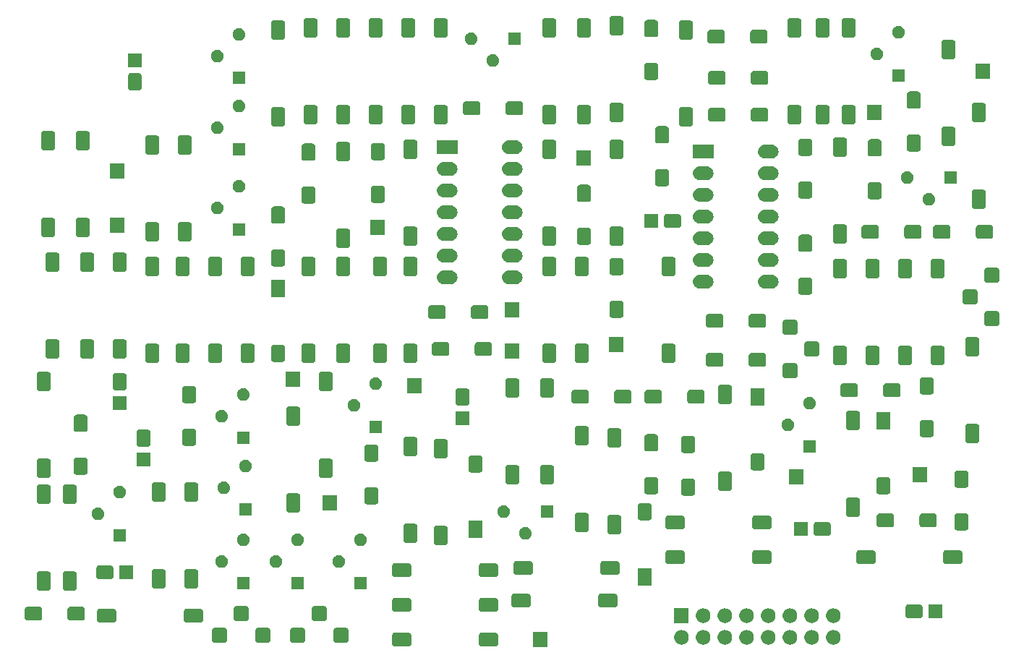
<source format=gbr>
G04 #@! TF.GenerationSoftware,KiCad,Pcbnew,(5.0.2)-1*
G04 #@! TF.CreationDate,2020-06-02T11:16:27+02:00*
G04 #@! TF.ProjectId,DR-110-HH,44522d31-3130-42d4-9848-2e6b69636164,rev?*
G04 #@! TF.SameCoordinates,Original*
G04 #@! TF.FileFunction,Soldermask,Bot*
G04 #@! TF.FilePolarity,Negative*
%FSLAX46Y46*%
G04 Gerber Fmt 4.6, Leading zero omitted, Abs format (unit mm)*
G04 Created by KiCad (PCBNEW (5.0.2)-1) date 02.06.2020 11:16:27*
%MOMM*%
%LPD*%
G01*
G04 APERTURE LIST*
%ADD10C,0.100000*%
G04 APERTURE END LIST*
D10*
G36*
X154012000Y-144868000D02*
X152312000Y-144868000D01*
X152312000Y-143168000D01*
X154012000Y-143168000D01*
X154012000Y-144868000D01*
X154012000Y-144868000D01*
G37*
G36*
X147937221Y-143225078D02*
X148000429Y-143244252D01*
X148058669Y-143275381D01*
X148109721Y-143317279D01*
X148151619Y-143368331D01*
X148182748Y-143426571D01*
X148201922Y-143489779D01*
X148209000Y-143561640D01*
X148209000Y-144474360D01*
X148201922Y-144546221D01*
X148182748Y-144609429D01*
X148151619Y-144667669D01*
X148109721Y-144718721D01*
X148058669Y-144760619D01*
X148000429Y-144791748D01*
X147937221Y-144810922D01*
X147865360Y-144818000D01*
X146266640Y-144818000D01*
X146194779Y-144810922D01*
X146131571Y-144791748D01*
X146073331Y-144760619D01*
X146022279Y-144718721D01*
X145980381Y-144667669D01*
X145949252Y-144609429D01*
X145930078Y-144546221D01*
X145923000Y-144474360D01*
X145923000Y-143561640D01*
X145930078Y-143489779D01*
X145949252Y-143426571D01*
X145980381Y-143368331D01*
X146022279Y-143317279D01*
X146073331Y-143275381D01*
X146131571Y-143244252D01*
X146194779Y-143225078D01*
X146266640Y-143218000D01*
X147865360Y-143218000D01*
X147937221Y-143225078D01*
X147937221Y-143225078D01*
G37*
G36*
X137777221Y-143225078D02*
X137840429Y-143244252D01*
X137898669Y-143275381D01*
X137949721Y-143317279D01*
X137991619Y-143368331D01*
X138022748Y-143426571D01*
X138041922Y-143489779D01*
X138049000Y-143561640D01*
X138049000Y-144474360D01*
X138041922Y-144546221D01*
X138022748Y-144609429D01*
X137991619Y-144667669D01*
X137949721Y-144718721D01*
X137898669Y-144760619D01*
X137840429Y-144791748D01*
X137777221Y-144810922D01*
X137705360Y-144818000D01*
X136106640Y-144818000D01*
X136034779Y-144810922D01*
X135971571Y-144791748D01*
X135913331Y-144760619D01*
X135862279Y-144718721D01*
X135820381Y-144667669D01*
X135789252Y-144609429D01*
X135770078Y-144546221D01*
X135763000Y-144474360D01*
X135763000Y-143561640D01*
X135770078Y-143489779D01*
X135789252Y-143426571D01*
X135820381Y-143368331D01*
X135862279Y-143317279D01*
X135913331Y-143275381D01*
X135971571Y-143244252D01*
X136034779Y-143225078D01*
X136106640Y-143218000D01*
X137705360Y-143218000D01*
X137777221Y-143225078D01*
X137777221Y-143225078D01*
G37*
G36*
X179998630Y-142926299D02*
X180158855Y-142974903D01*
X180306520Y-143053831D01*
X180435949Y-143160051D01*
X180542169Y-143289480D01*
X180621097Y-143437145D01*
X180669701Y-143597370D01*
X180686112Y-143764000D01*
X180669701Y-143930630D01*
X180621097Y-144090855D01*
X180542169Y-144238520D01*
X180435949Y-144367949D01*
X180306520Y-144474169D01*
X180158855Y-144553097D01*
X179998630Y-144601701D01*
X179873752Y-144614000D01*
X179790248Y-144614000D01*
X179665370Y-144601701D01*
X179505145Y-144553097D01*
X179357480Y-144474169D01*
X179228051Y-144367949D01*
X179121831Y-144238520D01*
X179042903Y-144090855D01*
X178994299Y-143930630D01*
X178977888Y-143764000D01*
X178994299Y-143597370D01*
X179042903Y-143437145D01*
X179121831Y-143289480D01*
X179228051Y-143160051D01*
X179357480Y-143053831D01*
X179505145Y-142974903D01*
X179665370Y-142926299D01*
X179790248Y-142914000D01*
X179873752Y-142914000D01*
X179998630Y-142926299D01*
X179998630Y-142926299D01*
G37*
G36*
X177458630Y-142926299D02*
X177618855Y-142974903D01*
X177766520Y-143053831D01*
X177895949Y-143160051D01*
X178002169Y-143289480D01*
X178081097Y-143437145D01*
X178129701Y-143597370D01*
X178146112Y-143764000D01*
X178129701Y-143930630D01*
X178081097Y-144090855D01*
X178002169Y-144238520D01*
X177895949Y-144367949D01*
X177766520Y-144474169D01*
X177618855Y-144553097D01*
X177458630Y-144601701D01*
X177333752Y-144614000D01*
X177250248Y-144614000D01*
X177125370Y-144601701D01*
X176965145Y-144553097D01*
X176817480Y-144474169D01*
X176688051Y-144367949D01*
X176581831Y-144238520D01*
X176502903Y-144090855D01*
X176454299Y-143930630D01*
X176437888Y-143764000D01*
X176454299Y-143597370D01*
X176502903Y-143437145D01*
X176581831Y-143289480D01*
X176688051Y-143160051D01*
X176817480Y-143053831D01*
X176965145Y-142974903D01*
X177125370Y-142926299D01*
X177250248Y-142914000D01*
X177333752Y-142914000D01*
X177458630Y-142926299D01*
X177458630Y-142926299D01*
G37*
G36*
X174918630Y-142926299D02*
X175078855Y-142974903D01*
X175226520Y-143053831D01*
X175355949Y-143160051D01*
X175462169Y-143289480D01*
X175541097Y-143437145D01*
X175589701Y-143597370D01*
X175606112Y-143764000D01*
X175589701Y-143930630D01*
X175541097Y-144090855D01*
X175462169Y-144238520D01*
X175355949Y-144367949D01*
X175226520Y-144474169D01*
X175078855Y-144553097D01*
X174918630Y-144601701D01*
X174793752Y-144614000D01*
X174710248Y-144614000D01*
X174585370Y-144601701D01*
X174425145Y-144553097D01*
X174277480Y-144474169D01*
X174148051Y-144367949D01*
X174041831Y-144238520D01*
X173962903Y-144090855D01*
X173914299Y-143930630D01*
X173897888Y-143764000D01*
X173914299Y-143597370D01*
X173962903Y-143437145D01*
X174041831Y-143289480D01*
X174148051Y-143160051D01*
X174277480Y-143053831D01*
X174425145Y-142974903D01*
X174585370Y-142926299D01*
X174710248Y-142914000D01*
X174793752Y-142914000D01*
X174918630Y-142926299D01*
X174918630Y-142926299D01*
G37*
G36*
X172378630Y-142926299D02*
X172538855Y-142974903D01*
X172686520Y-143053831D01*
X172815949Y-143160051D01*
X172922169Y-143289480D01*
X173001097Y-143437145D01*
X173049701Y-143597370D01*
X173066112Y-143764000D01*
X173049701Y-143930630D01*
X173001097Y-144090855D01*
X172922169Y-144238520D01*
X172815949Y-144367949D01*
X172686520Y-144474169D01*
X172538855Y-144553097D01*
X172378630Y-144601701D01*
X172253752Y-144614000D01*
X172170248Y-144614000D01*
X172045370Y-144601701D01*
X171885145Y-144553097D01*
X171737480Y-144474169D01*
X171608051Y-144367949D01*
X171501831Y-144238520D01*
X171422903Y-144090855D01*
X171374299Y-143930630D01*
X171357888Y-143764000D01*
X171374299Y-143597370D01*
X171422903Y-143437145D01*
X171501831Y-143289480D01*
X171608051Y-143160051D01*
X171737480Y-143053831D01*
X171885145Y-142974903D01*
X172045370Y-142926299D01*
X172170248Y-142914000D01*
X172253752Y-142914000D01*
X172378630Y-142926299D01*
X172378630Y-142926299D01*
G37*
G36*
X185078630Y-142926299D02*
X185238855Y-142974903D01*
X185386520Y-143053831D01*
X185515949Y-143160051D01*
X185622169Y-143289480D01*
X185701097Y-143437145D01*
X185749701Y-143597370D01*
X185766112Y-143764000D01*
X185749701Y-143930630D01*
X185701097Y-144090855D01*
X185622169Y-144238520D01*
X185515949Y-144367949D01*
X185386520Y-144474169D01*
X185238855Y-144553097D01*
X185078630Y-144601701D01*
X184953752Y-144614000D01*
X184870248Y-144614000D01*
X184745370Y-144601701D01*
X184585145Y-144553097D01*
X184437480Y-144474169D01*
X184308051Y-144367949D01*
X184201831Y-144238520D01*
X184122903Y-144090855D01*
X184074299Y-143930630D01*
X184057888Y-143764000D01*
X184074299Y-143597370D01*
X184122903Y-143437145D01*
X184201831Y-143289480D01*
X184308051Y-143160051D01*
X184437480Y-143053831D01*
X184585145Y-142974903D01*
X184745370Y-142926299D01*
X184870248Y-142914000D01*
X184953752Y-142914000D01*
X185078630Y-142926299D01*
X185078630Y-142926299D01*
G37*
G36*
X169838630Y-142926299D02*
X169998855Y-142974903D01*
X170146520Y-143053831D01*
X170275949Y-143160051D01*
X170382169Y-143289480D01*
X170461097Y-143437145D01*
X170509701Y-143597370D01*
X170526112Y-143764000D01*
X170509701Y-143930630D01*
X170461097Y-144090855D01*
X170382169Y-144238520D01*
X170275949Y-144367949D01*
X170146520Y-144474169D01*
X169998855Y-144553097D01*
X169838630Y-144601701D01*
X169713752Y-144614000D01*
X169630248Y-144614000D01*
X169505370Y-144601701D01*
X169345145Y-144553097D01*
X169197480Y-144474169D01*
X169068051Y-144367949D01*
X168961831Y-144238520D01*
X168882903Y-144090855D01*
X168834299Y-143930630D01*
X168817888Y-143764000D01*
X168834299Y-143597370D01*
X168882903Y-143437145D01*
X168961831Y-143289480D01*
X169068051Y-143160051D01*
X169197480Y-143053831D01*
X169345145Y-142974903D01*
X169505370Y-142926299D01*
X169630248Y-142914000D01*
X169713752Y-142914000D01*
X169838630Y-142926299D01*
X169838630Y-142926299D01*
G37*
G36*
X182538630Y-142926299D02*
X182698855Y-142974903D01*
X182846520Y-143053831D01*
X182975949Y-143160051D01*
X183082169Y-143289480D01*
X183161097Y-143437145D01*
X183209701Y-143597370D01*
X183226112Y-143764000D01*
X183209701Y-143930630D01*
X183161097Y-144090855D01*
X183082169Y-144238520D01*
X182975949Y-144367949D01*
X182846520Y-144474169D01*
X182698855Y-144553097D01*
X182538630Y-144601701D01*
X182413752Y-144614000D01*
X182330248Y-144614000D01*
X182205370Y-144601701D01*
X182045145Y-144553097D01*
X181897480Y-144474169D01*
X181768051Y-144367949D01*
X181661831Y-144238520D01*
X181582903Y-144090855D01*
X181534299Y-143930630D01*
X181517888Y-143764000D01*
X181534299Y-143597370D01*
X181582903Y-143437145D01*
X181661831Y-143289480D01*
X181768051Y-143160051D01*
X181897480Y-143053831D01*
X182045145Y-142974903D01*
X182205370Y-142926299D01*
X182330248Y-142914000D01*
X182413752Y-142914000D01*
X182538630Y-142926299D01*
X182538630Y-142926299D01*
G37*
G36*
X187618630Y-142926299D02*
X187778855Y-142974903D01*
X187926520Y-143053831D01*
X188055949Y-143160051D01*
X188162169Y-143289480D01*
X188241097Y-143437145D01*
X188289701Y-143597370D01*
X188306112Y-143764000D01*
X188289701Y-143930630D01*
X188241097Y-144090855D01*
X188162169Y-144238520D01*
X188055949Y-144367949D01*
X187926520Y-144474169D01*
X187778855Y-144553097D01*
X187618630Y-144601701D01*
X187493752Y-144614000D01*
X187410248Y-144614000D01*
X187285370Y-144601701D01*
X187125145Y-144553097D01*
X186977480Y-144474169D01*
X186848051Y-144367949D01*
X186741831Y-144238520D01*
X186662903Y-144090855D01*
X186614299Y-143930630D01*
X186597888Y-143764000D01*
X186614299Y-143597370D01*
X186662903Y-143437145D01*
X186741831Y-143289480D01*
X186848051Y-143160051D01*
X186977480Y-143053831D01*
X187125145Y-142974903D01*
X187285370Y-142926299D01*
X187410248Y-142914000D01*
X187493752Y-142914000D01*
X187618630Y-142926299D01*
X187618630Y-142926299D01*
G37*
G36*
X116151405Y-142628933D02*
X116222955Y-142650637D01*
X116288893Y-142685882D01*
X116346687Y-142733313D01*
X116394118Y-142791107D01*
X116429363Y-142857045D01*
X116451067Y-142928595D01*
X116459000Y-143009140D01*
X116459000Y-144010860D01*
X116451067Y-144091405D01*
X116429363Y-144162955D01*
X116394118Y-144228893D01*
X116346687Y-144286687D01*
X116288893Y-144334118D01*
X116222955Y-144369363D01*
X116151405Y-144391067D01*
X116070860Y-144399000D01*
X115069140Y-144399000D01*
X114988595Y-144391067D01*
X114917045Y-144369363D01*
X114851107Y-144334118D01*
X114793313Y-144286687D01*
X114745882Y-144228893D01*
X114710637Y-144162955D01*
X114688933Y-144091405D01*
X114681000Y-144010860D01*
X114681000Y-143009140D01*
X114688933Y-142928595D01*
X114710637Y-142857045D01*
X114745882Y-142791107D01*
X114793313Y-142733313D01*
X114851107Y-142685882D01*
X114917045Y-142650637D01*
X114988595Y-142628933D01*
X115069140Y-142621000D01*
X116070860Y-142621000D01*
X116151405Y-142628933D01*
X116151405Y-142628933D01*
G37*
G36*
X121231405Y-142628933D02*
X121302955Y-142650637D01*
X121368893Y-142685882D01*
X121426687Y-142733313D01*
X121474118Y-142791107D01*
X121509363Y-142857045D01*
X121531067Y-142928595D01*
X121539000Y-143009140D01*
X121539000Y-144010860D01*
X121531067Y-144091405D01*
X121509363Y-144162955D01*
X121474118Y-144228893D01*
X121426687Y-144286687D01*
X121368893Y-144334118D01*
X121302955Y-144369363D01*
X121231405Y-144391067D01*
X121150860Y-144399000D01*
X120149140Y-144399000D01*
X120068595Y-144391067D01*
X119997045Y-144369363D01*
X119931107Y-144334118D01*
X119873313Y-144286687D01*
X119825882Y-144228893D01*
X119790637Y-144162955D01*
X119768933Y-144091405D01*
X119761000Y-144010860D01*
X119761000Y-143009140D01*
X119768933Y-142928595D01*
X119790637Y-142857045D01*
X119825882Y-142791107D01*
X119873313Y-142733313D01*
X119931107Y-142685882D01*
X119997045Y-142650637D01*
X120068595Y-142628933D01*
X120149140Y-142621000D01*
X121150860Y-142621000D01*
X121231405Y-142628933D01*
X121231405Y-142628933D01*
G37*
G36*
X130375405Y-142628933D02*
X130446955Y-142650637D01*
X130512893Y-142685882D01*
X130570687Y-142733313D01*
X130618118Y-142791107D01*
X130653363Y-142857045D01*
X130675067Y-142928595D01*
X130683000Y-143009140D01*
X130683000Y-144010860D01*
X130675067Y-144091405D01*
X130653363Y-144162955D01*
X130618118Y-144228893D01*
X130570687Y-144286687D01*
X130512893Y-144334118D01*
X130446955Y-144369363D01*
X130375405Y-144391067D01*
X130294860Y-144399000D01*
X129293140Y-144399000D01*
X129212595Y-144391067D01*
X129141045Y-144369363D01*
X129075107Y-144334118D01*
X129017313Y-144286687D01*
X128969882Y-144228893D01*
X128934637Y-144162955D01*
X128912933Y-144091405D01*
X128905000Y-144010860D01*
X128905000Y-143009140D01*
X128912933Y-142928595D01*
X128934637Y-142857045D01*
X128969882Y-142791107D01*
X129017313Y-142733313D01*
X129075107Y-142685882D01*
X129141045Y-142650637D01*
X129212595Y-142628933D01*
X129293140Y-142621000D01*
X130294860Y-142621000D01*
X130375405Y-142628933D01*
X130375405Y-142628933D01*
G37*
G36*
X125295405Y-142628933D02*
X125366955Y-142650637D01*
X125432893Y-142685882D01*
X125490687Y-142733313D01*
X125538118Y-142791107D01*
X125573363Y-142857045D01*
X125595067Y-142928595D01*
X125603000Y-143009140D01*
X125603000Y-144010860D01*
X125595067Y-144091405D01*
X125573363Y-144162955D01*
X125538118Y-144228893D01*
X125490687Y-144286687D01*
X125432893Y-144334118D01*
X125366955Y-144369363D01*
X125295405Y-144391067D01*
X125214860Y-144399000D01*
X124213140Y-144399000D01*
X124132595Y-144391067D01*
X124061045Y-144369363D01*
X123995107Y-144334118D01*
X123937313Y-144286687D01*
X123889882Y-144228893D01*
X123854637Y-144162955D01*
X123832933Y-144091405D01*
X123825000Y-144010860D01*
X123825000Y-143009140D01*
X123832933Y-142928595D01*
X123854637Y-142857045D01*
X123889882Y-142791107D01*
X123937313Y-142733313D01*
X123995107Y-142685882D01*
X124061045Y-142650637D01*
X124132595Y-142628933D01*
X124213140Y-142621000D01*
X125214860Y-142621000D01*
X125295405Y-142628933D01*
X125295405Y-142628933D01*
G37*
G36*
X177458630Y-140386299D02*
X177618855Y-140434903D01*
X177766520Y-140513831D01*
X177895949Y-140620051D01*
X178002169Y-140749480D01*
X178081097Y-140897145D01*
X178129701Y-141057370D01*
X178146112Y-141224000D01*
X178129701Y-141390630D01*
X178081097Y-141550855D01*
X178002169Y-141698520D01*
X177895949Y-141827949D01*
X177766520Y-141934169D01*
X177618855Y-142013097D01*
X177458630Y-142061701D01*
X177333752Y-142074000D01*
X177250248Y-142074000D01*
X177125370Y-142061701D01*
X176965145Y-142013097D01*
X176817480Y-141934169D01*
X176688051Y-141827949D01*
X176581831Y-141698520D01*
X176502903Y-141550855D01*
X176454299Y-141390630D01*
X176437888Y-141224000D01*
X176454299Y-141057370D01*
X176502903Y-140897145D01*
X176581831Y-140749480D01*
X176688051Y-140620051D01*
X176817480Y-140513831D01*
X176965145Y-140434903D01*
X177125370Y-140386299D01*
X177250248Y-140374000D01*
X177333752Y-140374000D01*
X177458630Y-140386299D01*
X177458630Y-140386299D01*
G37*
G36*
X179998630Y-140386299D02*
X180158855Y-140434903D01*
X180306520Y-140513831D01*
X180435949Y-140620051D01*
X180542169Y-140749480D01*
X180621097Y-140897145D01*
X180669701Y-141057370D01*
X180686112Y-141224000D01*
X180669701Y-141390630D01*
X180621097Y-141550855D01*
X180542169Y-141698520D01*
X180435949Y-141827949D01*
X180306520Y-141934169D01*
X180158855Y-142013097D01*
X179998630Y-142061701D01*
X179873752Y-142074000D01*
X179790248Y-142074000D01*
X179665370Y-142061701D01*
X179505145Y-142013097D01*
X179357480Y-141934169D01*
X179228051Y-141827949D01*
X179121831Y-141698520D01*
X179042903Y-141550855D01*
X178994299Y-141390630D01*
X178977888Y-141224000D01*
X178994299Y-141057370D01*
X179042903Y-140897145D01*
X179121831Y-140749480D01*
X179228051Y-140620051D01*
X179357480Y-140513831D01*
X179505145Y-140434903D01*
X179665370Y-140386299D01*
X179790248Y-140374000D01*
X179873752Y-140374000D01*
X179998630Y-140386299D01*
X179998630Y-140386299D01*
G37*
G36*
X185078630Y-140386299D02*
X185238855Y-140434903D01*
X185386520Y-140513831D01*
X185515949Y-140620051D01*
X185622169Y-140749480D01*
X185701097Y-140897145D01*
X185749701Y-141057370D01*
X185766112Y-141224000D01*
X185749701Y-141390630D01*
X185701097Y-141550855D01*
X185622169Y-141698520D01*
X185515949Y-141827949D01*
X185386520Y-141934169D01*
X185238855Y-142013097D01*
X185078630Y-142061701D01*
X184953752Y-142074000D01*
X184870248Y-142074000D01*
X184745370Y-142061701D01*
X184585145Y-142013097D01*
X184437480Y-141934169D01*
X184308051Y-141827949D01*
X184201831Y-141698520D01*
X184122903Y-141550855D01*
X184074299Y-141390630D01*
X184057888Y-141224000D01*
X184074299Y-141057370D01*
X184122903Y-140897145D01*
X184201831Y-140749480D01*
X184308051Y-140620051D01*
X184437480Y-140513831D01*
X184585145Y-140434903D01*
X184745370Y-140386299D01*
X184870248Y-140374000D01*
X184953752Y-140374000D01*
X185078630Y-140386299D01*
X185078630Y-140386299D01*
G37*
G36*
X174918630Y-140386299D02*
X175078855Y-140434903D01*
X175226520Y-140513831D01*
X175355949Y-140620051D01*
X175462169Y-140749480D01*
X175541097Y-140897145D01*
X175589701Y-141057370D01*
X175606112Y-141224000D01*
X175589701Y-141390630D01*
X175541097Y-141550855D01*
X175462169Y-141698520D01*
X175355949Y-141827949D01*
X175226520Y-141934169D01*
X175078855Y-142013097D01*
X174918630Y-142061701D01*
X174793752Y-142074000D01*
X174710248Y-142074000D01*
X174585370Y-142061701D01*
X174425145Y-142013097D01*
X174277480Y-141934169D01*
X174148051Y-141827949D01*
X174041831Y-141698520D01*
X173962903Y-141550855D01*
X173914299Y-141390630D01*
X173897888Y-141224000D01*
X173914299Y-141057370D01*
X173962903Y-140897145D01*
X174041831Y-140749480D01*
X174148051Y-140620051D01*
X174277480Y-140513831D01*
X174425145Y-140434903D01*
X174585370Y-140386299D01*
X174710248Y-140374000D01*
X174793752Y-140374000D01*
X174918630Y-140386299D01*
X174918630Y-140386299D01*
G37*
G36*
X182538630Y-140386299D02*
X182698855Y-140434903D01*
X182846520Y-140513831D01*
X182975949Y-140620051D01*
X183082169Y-140749480D01*
X183161097Y-140897145D01*
X183209701Y-141057370D01*
X183226112Y-141224000D01*
X183209701Y-141390630D01*
X183161097Y-141550855D01*
X183082169Y-141698520D01*
X182975949Y-141827949D01*
X182846520Y-141934169D01*
X182698855Y-142013097D01*
X182538630Y-142061701D01*
X182413752Y-142074000D01*
X182330248Y-142074000D01*
X182205370Y-142061701D01*
X182045145Y-142013097D01*
X181897480Y-141934169D01*
X181768051Y-141827949D01*
X181661831Y-141698520D01*
X181582903Y-141550855D01*
X181534299Y-141390630D01*
X181517888Y-141224000D01*
X181534299Y-141057370D01*
X181582903Y-140897145D01*
X181661831Y-140749480D01*
X181768051Y-140620051D01*
X181897480Y-140513831D01*
X182045145Y-140434903D01*
X182205370Y-140386299D01*
X182330248Y-140374000D01*
X182413752Y-140374000D01*
X182538630Y-140386299D01*
X182538630Y-140386299D01*
G37*
G36*
X172378630Y-140386299D02*
X172538855Y-140434903D01*
X172686520Y-140513831D01*
X172815949Y-140620051D01*
X172922169Y-140749480D01*
X173001097Y-140897145D01*
X173049701Y-141057370D01*
X173066112Y-141224000D01*
X173049701Y-141390630D01*
X173001097Y-141550855D01*
X172922169Y-141698520D01*
X172815949Y-141827949D01*
X172686520Y-141934169D01*
X172538855Y-142013097D01*
X172378630Y-142061701D01*
X172253752Y-142074000D01*
X172170248Y-142074000D01*
X172045370Y-142061701D01*
X171885145Y-142013097D01*
X171737480Y-141934169D01*
X171608051Y-141827949D01*
X171501831Y-141698520D01*
X171422903Y-141550855D01*
X171374299Y-141390630D01*
X171357888Y-141224000D01*
X171374299Y-141057370D01*
X171422903Y-140897145D01*
X171501831Y-140749480D01*
X171608051Y-140620051D01*
X171737480Y-140513831D01*
X171885145Y-140434903D01*
X172045370Y-140386299D01*
X172170248Y-140374000D01*
X172253752Y-140374000D01*
X172378630Y-140386299D01*
X172378630Y-140386299D01*
G37*
G36*
X170522000Y-142074000D02*
X168822000Y-142074000D01*
X168822000Y-140374000D01*
X170522000Y-140374000D01*
X170522000Y-142074000D01*
X170522000Y-142074000D01*
G37*
G36*
X187618630Y-140386299D02*
X187778855Y-140434903D01*
X187926520Y-140513831D01*
X188055949Y-140620051D01*
X188162169Y-140749480D01*
X188241097Y-140897145D01*
X188289701Y-141057370D01*
X188306112Y-141224000D01*
X188289701Y-141390630D01*
X188241097Y-141550855D01*
X188162169Y-141698520D01*
X188055949Y-141827949D01*
X187926520Y-141934169D01*
X187778855Y-142013097D01*
X187618630Y-142061701D01*
X187493752Y-142074000D01*
X187410248Y-142074000D01*
X187285370Y-142061701D01*
X187125145Y-142013097D01*
X186977480Y-141934169D01*
X186848051Y-141827949D01*
X186741831Y-141698520D01*
X186662903Y-141550855D01*
X186614299Y-141390630D01*
X186597888Y-141224000D01*
X186614299Y-141057370D01*
X186662903Y-140897145D01*
X186741831Y-140749480D01*
X186848051Y-140620051D01*
X186977480Y-140513831D01*
X187125145Y-140434903D01*
X187285370Y-140386299D01*
X187410248Y-140374000D01*
X187493752Y-140374000D01*
X187618630Y-140386299D01*
X187618630Y-140386299D01*
G37*
G36*
X103233221Y-140431078D02*
X103296429Y-140450252D01*
X103354669Y-140481381D01*
X103405721Y-140523279D01*
X103447619Y-140574331D01*
X103478748Y-140632571D01*
X103497922Y-140695779D01*
X103505000Y-140767640D01*
X103505000Y-141680360D01*
X103497922Y-141752221D01*
X103478748Y-141815429D01*
X103447619Y-141873669D01*
X103405721Y-141924721D01*
X103354669Y-141966619D01*
X103296429Y-141997748D01*
X103233221Y-142016922D01*
X103161360Y-142024000D01*
X101562640Y-142024000D01*
X101490779Y-142016922D01*
X101427571Y-141997748D01*
X101369331Y-141966619D01*
X101318279Y-141924721D01*
X101276381Y-141873669D01*
X101245252Y-141815429D01*
X101226078Y-141752221D01*
X101219000Y-141680360D01*
X101219000Y-140767640D01*
X101226078Y-140695779D01*
X101245252Y-140632571D01*
X101276381Y-140574331D01*
X101318279Y-140523279D01*
X101369331Y-140481381D01*
X101427571Y-140450252D01*
X101490779Y-140431078D01*
X101562640Y-140424000D01*
X103161360Y-140424000D01*
X103233221Y-140431078D01*
X103233221Y-140431078D01*
G37*
G36*
X113393221Y-140431078D02*
X113456429Y-140450252D01*
X113514669Y-140481381D01*
X113565721Y-140523279D01*
X113607619Y-140574331D01*
X113638748Y-140632571D01*
X113657922Y-140695779D01*
X113665000Y-140767640D01*
X113665000Y-141680360D01*
X113657922Y-141752221D01*
X113638748Y-141815429D01*
X113607619Y-141873669D01*
X113565721Y-141924721D01*
X113514669Y-141966619D01*
X113456429Y-141997748D01*
X113393221Y-142016922D01*
X113321360Y-142024000D01*
X111722640Y-142024000D01*
X111650779Y-142016922D01*
X111587571Y-141997748D01*
X111529331Y-141966619D01*
X111478279Y-141924721D01*
X111436381Y-141873669D01*
X111405252Y-141815429D01*
X111386078Y-141752221D01*
X111379000Y-141680360D01*
X111379000Y-140767640D01*
X111386078Y-140695779D01*
X111405252Y-140632571D01*
X111436381Y-140574331D01*
X111478279Y-140523279D01*
X111529331Y-140481381D01*
X111587571Y-140450252D01*
X111650779Y-140431078D01*
X111722640Y-140424000D01*
X113321360Y-140424000D01*
X113393221Y-140431078D01*
X113393221Y-140431078D01*
G37*
G36*
X127835405Y-140088933D02*
X127906955Y-140110637D01*
X127972893Y-140145882D01*
X128030687Y-140193313D01*
X128078118Y-140251107D01*
X128113363Y-140317045D01*
X128135067Y-140388595D01*
X128143000Y-140469140D01*
X128143000Y-141470860D01*
X128135067Y-141551405D01*
X128113363Y-141622955D01*
X128078118Y-141688893D01*
X128030687Y-141746687D01*
X127972893Y-141794118D01*
X127906955Y-141829363D01*
X127835405Y-141851067D01*
X127754860Y-141859000D01*
X126753140Y-141859000D01*
X126672595Y-141851067D01*
X126601045Y-141829363D01*
X126535107Y-141794118D01*
X126477313Y-141746687D01*
X126429882Y-141688893D01*
X126394637Y-141622955D01*
X126372933Y-141551405D01*
X126365000Y-141470860D01*
X126365000Y-140469140D01*
X126372933Y-140388595D01*
X126394637Y-140317045D01*
X126429882Y-140251107D01*
X126477313Y-140193313D01*
X126535107Y-140145882D01*
X126601045Y-140110637D01*
X126672595Y-140088933D01*
X126753140Y-140081000D01*
X127754860Y-140081000D01*
X127835405Y-140088933D01*
X127835405Y-140088933D01*
G37*
G36*
X118691405Y-140088933D02*
X118762955Y-140110637D01*
X118828893Y-140145882D01*
X118886687Y-140193313D01*
X118934118Y-140251107D01*
X118969363Y-140317045D01*
X118991067Y-140388595D01*
X118999000Y-140469140D01*
X118999000Y-141470860D01*
X118991067Y-141551405D01*
X118969363Y-141622955D01*
X118934118Y-141688893D01*
X118886687Y-141746687D01*
X118828893Y-141794118D01*
X118762955Y-141829363D01*
X118691405Y-141851067D01*
X118610860Y-141859000D01*
X117609140Y-141859000D01*
X117528595Y-141851067D01*
X117457045Y-141829363D01*
X117391107Y-141794118D01*
X117333313Y-141746687D01*
X117285882Y-141688893D01*
X117250637Y-141622955D01*
X117228933Y-141551405D01*
X117221000Y-141470860D01*
X117221000Y-140469140D01*
X117228933Y-140388595D01*
X117250637Y-140317045D01*
X117285882Y-140251107D01*
X117333313Y-140193313D01*
X117391107Y-140145882D01*
X117457045Y-140110637D01*
X117528595Y-140088933D01*
X117609140Y-140081000D01*
X118610860Y-140081000D01*
X118691405Y-140088933D01*
X118691405Y-140088933D01*
G37*
G36*
X94550221Y-140177078D02*
X94613429Y-140196252D01*
X94671669Y-140227381D01*
X94722721Y-140269279D01*
X94764619Y-140320331D01*
X94795748Y-140378571D01*
X94814922Y-140441779D01*
X94822000Y-140513640D01*
X94822000Y-141426360D01*
X94814922Y-141498221D01*
X94795748Y-141561429D01*
X94764619Y-141619669D01*
X94722721Y-141670721D01*
X94671669Y-141712619D01*
X94613429Y-141743748D01*
X94550221Y-141762922D01*
X94478360Y-141770000D01*
X93133640Y-141770000D01*
X93061779Y-141762922D01*
X92998571Y-141743748D01*
X92940331Y-141712619D01*
X92889279Y-141670721D01*
X92847381Y-141619669D01*
X92816252Y-141561429D01*
X92797078Y-141498221D01*
X92790000Y-141426360D01*
X92790000Y-140513640D01*
X92797078Y-140441779D01*
X92816252Y-140378571D01*
X92847381Y-140320331D01*
X92889279Y-140269279D01*
X92940331Y-140227381D01*
X92998571Y-140196252D01*
X93061779Y-140177078D01*
X93133640Y-140170000D01*
X94478360Y-140170000D01*
X94550221Y-140177078D01*
X94550221Y-140177078D01*
G37*
G36*
X99550221Y-140177078D02*
X99613429Y-140196252D01*
X99671669Y-140227381D01*
X99722721Y-140269279D01*
X99764619Y-140320331D01*
X99795748Y-140378571D01*
X99814922Y-140441779D01*
X99822000Y-140513640D01*
X99822000Y-141426360D01*
X99814922Y-141498221D01*
X99795748Y-141561429D01*
X99764619Y-141619669D01*
X99722721Y-141670721D01*
X99671669Y-141712619D01*
X99613429Y-141743748D01*
X99550221Y-141762922D01*
X99478360Y-141770000D01*
X98133640Y-141770000D01*
X98061779Y-141762922D01*
X97998571Y-141743748D01*
X97940331Y-141712619D01*
X97889279Y-141670721D01*
X97847381Y-141619669D01*
X97816252Y-141561429D01*
X97797078Y-141498221D01*
X97790000Y-141426360D01*
X97790000Y-140513640D01*
X97797078Y-140441779D01*
X97816252Y-140378571D01*
X97847381Y-140320331D01*
X97889279Y-140269279D01*
X97940331Y-140227381D01*
X97998571Y-140196252D01*
X98061779Y-140177078D01*
X98133640Y-140170000D01*
X99478360Y-140170000D01*
X99550221Y-140177078D01*
X99550221Y-140177078D01*
G37*
G36*
X197634221Y-139923078D02*
X197697429Y-139942252D01*
X197755669Y-139973381D01*
X197806721Y-140015279D01*
X197848619Y-140066331D01*
X197879748Y-140124571D01*
X197898922Y-140187779D01*
X197906000Y-140259640D01*
X197906000Y-141172360D01*
X197898922Y-141244221D01*
X197879748Y-141307429D01*
X197848619Y-141365669D01*
X197806721Y-141416721D01*
X197755669Y-141458619D01*
X197697429Y-141489748D01*
X197634221Y-141508922D01*
X197562360Y-141516000D01*
X196217640Y-141516000D01*
X196145779Y-141508922D01*
X196082571Y-141489748D01*
X196024331Y-141458619D01*
X195973279Y-141416721D01*
X195931381Y-141365669D01*
X195900252Y-141307429D01*
X195881078Y-141244221D01*
X195874000Y-141172360D01*
X195874000Y-140259640D01*
X195881078Y-140187779D01*
X195900252Y-140124571D01*
X195931381Y-140066331D01*
X195973279Y-140015279D01*
X196024331Y-139973381D01*
X196082571Y-139942252D01*
X196145779Y-139923078D01*
X196217640Y-139916000D01*
X197562360Y-139916000D01*
X197634221Y-139923078D01*
X197634221Y-139923078D01*
G37*
G36*
X200190000Y-141516000D02*
X198590000Y-141516000D01*
X198590000Y-139916000D01*
X200190000Y-139916000D01*
X200190000Y-141516000D01*
X200190000Y-141516000D01*
G37*
G36*
X137777221Y-139161078D02*
X137840429Y-139180252D01*
X137898669Y-139211381D01*
X137949721Y-139253279D01*
X137991619Y-139304331D01*
X138022748Y-139362571D01*
X138041922Y-139425779D01*
X138049000Y-139497640D01*
X138049000Y-140410360D01*
X138041922Y-140482221D01*
X138022748Y-140545429D01*
X137991619Y-140603669D01*
X137949721Y-140654721D01*
X137898669Y-140696619D01*
X137840429Y-140727748D01*
X137777221Y-140746922D01*
X137705360Y-140754000D01*
X136106640Y-140754000D01*
X136034779Y-140746922D01*
X135971571Y-140727748D01*
X135913331Y-140696619D01*
X135862279Y-140654721D01*
X135820381Y-140603669D01*
X135789252Y-140545429D01*
X135770078Y-140482221D01*
X135763000Y-140410360D01*
X135763000Y-139497640D01*
X135770078Y-139425779D01*
X135789252Y-139362571D01*
X135820381Y-139304331D01*
X135862279Y-139253279D01*
X135913331Y-139211381D01*
X135971571Y-139180252D01*
X136034779Y-139161078D01*
X136106640Y-139154000D01*
X137705360Y-139154000D01*
X137777221Y-139161078D01*
X137777221Y-139161078D01*
G37*
G36*
X147937221Y-139161078D02*
X148000429Y-139180252D01*
X148058669Y-139211381D01*
X148109721Y-139253279D01*
X148151619Y-139304331D01*
X148182748Y-139362571D01*
X148201922Y-139425779D01*
X148209000Y-139497640D01*
X148209000Y-140410360D01*
X148201922Y-140482221D01*
X148182748Y-140545429D01*
X148151619Y-140603669D01*
X148109721Y-140654721D01*
X148058669Y-140696619D01*
X148000429Y-140727748D01*
X147937221Y-140746922D01*
X147865360Y-140754000D01*
X146266640Y-140754000D01*
X146194779Y-140746922D01*
X146131571Y-140727748D01*
X146073331Y-140696619D01*
X146022279Y-140654721D01*
X145980381Y-140603669D01*
X145949252Y-140545429D01*
X145930078Y-140482221D01*
X145923000Y-140410360D01*
X145923000Y-139497640D01*
X145930078Y-139425779D01*
X145949252Y-139362571D01*
X145980381Y-139304331D01*
X146022279Y-139253279D01*
X146073331Y-139211381D01*
X146131571Y-139180252D01*
X146194779Y-139161078D01*
X146266640Y-139154000D01*
X147865360Y-139154000D01*
X147937221Y-139161078D01*
X147937221Y-139161078D01*
G37*
G36*
X161907221Y-138653078D02*
X161970429Y-138672252D01*
X162028669Y-138703381D01*
X162079721Y-138745279D01*
X162121619Y-138796331D01*
X162152748Y-138854571D01*
X162171922Y-138917779D01*
X162179000Y-138989640D01*
X162179000Y-139902360D01*
X162171922Y-139974221D01*
X162152748Y-140037429D01*
X162121619Y-140095669D01*
X162079721Y-140146721D01*
X162028669Y-140188619D01*
X161970429Y-140219748D01*
X161907221Y-140238922D01*
X161835360Y-140246000D01*
X160236640Y-140246000D01*
X160164779Y-140238922D01*
X160101571Y-140219748D01*
X160043331Y-140188619D01*
X159992279Y-140146721D01*
X159950381Y-140095669D01*
X159919252Y-140037429D01*
X159900078Y-139974221D01*
X159893000Y-139902360D01*
X159893000Y-138989640D01*
X159900078Y-138917779D01*
X159919252Y-138854571D01*
X159950381Y-138796331D01*
X159992279Y-138745279D01*
X160043331Y-138703381D01*
X160101571Y-138672252D01*
X160164779Y-138653078D01*
X160236640Y-138646000D01*
X161835360Y-138646000D01*
X161907221Y-138653078D01*
X161907221Y-138653078D01*
G37*
G36*
X151747221Y-138653078D02*
X151810429Y-138672252D01*
X151868669Y-138703381D01*
X151919721Y-138745279D01*
X151961619Y-138796331D01*
X151992748Y-138854571D01*
X152011922Y-138917779D01*
X152019000Y-138989640D01*
X152019000Y-139902360D01*
X152011922Y-139974221D01*
X151992748Y-140037429D01*
X151961619Y-140095669D01*
X151919721Y-140146721D01*
X151868669Y-140188619D01*
X151810429Y-140219748D01*
X151747221Y-140238922D01*
X151675360Y-140246000D01*
X150076640Y-140246000D01*
X150004779Y-140238922D01*
X149941571Y-140219748D01*
X149883331Y-140188619D01*
X149832279Y-140146721D01*
X149790381Y-140095669D01*
X149759252Y-140037429D01*
X149740078Y-139974221D01*
X149733000Y-139902360D01*
X149733000Y-138989640D01*
X149740078Y-138917779D01*
X149759252Y-138854571D01*
X149790381Y-138796331D01*
X149832279Y-138745279D01*
X149883331Y-138703381D01*
X149941571Y-138672252D01*
X150004779Y-138653078D01*
X150076640Y-138646000D01*
X151675360Y-138646000D01*
X151747221Y-138653078D01*
X151747221Y-138653078D01*
G37*
G36*
X95524221Y-136024078D02*
X95587429Y-136043252D01*
X95645669Y-136074381D01*
X95696721Y-136116279D01*
X95738619Y-136167331D01*
X95769748Y-136225571D01*
X95788922Y-136288779D01*
X95796000Y-136360640D01*
X95796000Y-137959360D01*
X95788922Y-138031221D01*
X95769748Y-138094429D01*
X95738619Y-138152669D01*
X95696721Y-138203721D01*
X95645669Y-138245619D01*
X95587429Y-138276748D01*
X95524221Y-138295922D01*
X95452360Y-138303000D01*
X94539640Y-138303000D01*
X94467779Y-138295922D01*
X94404571Y-138276748D01*
X94346331Y-138245619D01*
X94295279Y-138203721D01*
X94253381Y-138152669D01*
X94222252Y-138094429D01*
X94203078Y-138031221D01*
X94196000Y-137959360D01*
X94196000Y-136360640D01*
X94203078Y-136288779D01*
X94222252Y-136225571D01*
X94253381Y-136167331D01*
X94295279Y-136116279D01*
X94346331Y-136074381D01*
X94404571Y-136043252D01*
X94467779Y-136024078D01*
X94539640Y-136017000D01*
X95452360Y-136017000D01*
X95524221Y-136024078D01*
X95524221Y-136024078D01*
G37*
G36*
X98572221Y-136024078D02*
X98635429Y-136043252D01*
X98693669Y-136074381D01*
X98744721Y-136116279D01*
X98786619Y-136167331D01*
X98817748Y-136225571D01*
X98836922Y-136288779D01*
X98844000Y-136360640D01*
X98844000Y-137959360D01*
X98836922Y-138031221D01*
X98817748Y-138094429D01*
X98786619Y-138152669D01*
X98744721Y-138203721D01*
X98693669Y-138245619D01*
X98635429Y-138276748D01*
X98572221Y-138295922D01*
X98500360Y-138303000D01*
X97587640Y-138303000D01*
X97515779Y-138295922D01*
X97452571Y-138276748D01*
X97394331Y-138245619D01*
X97343279Y-138203721D01*
X97301381Y-138152669D01*
X97270252Y-138094429D01*
X97251078Y-138031221D01*
X97244000Y-137959360D01*
X97244000Y-136360640D01*
X97251078Y-136288779D01*
X97270252Y-136225571D01*
X97301381Y-136167331D01*
X97343279Y-136116279D01*
X97394331Y-136074381D01*
X97452571Y-136043252D01*
X97515779Y-136024078D01*
X97587640Y-136017000D01*
X98500360Y-136017000D01*
X98572221Y-136024078D01*
X98572221Y-136024078D01*
G37*
G36*
X132830000Y-138164000D02*
X131330000Y-138164000D01*
X131330000Y-136664000D01*
X132830000Y-136664000D01*
X132830000Y-138164000D01*
X132830000Y-138164000D01*
G37*
G36*
X125464000Y-138164000D02*
X123964000Y-138164000D01*
X123964000Y-136664000D01*
X125464000Y-136664000D01*
X125464000Y-138164000D01*
X125464000Y-138164000D01*
G37*
G36*
X119114000Y-138164000D02*
X117614000Y-138164000D01*
X117614000Y-136664000D01*
X119114000Y-136664000D01*
X119114000Y-138164000D01*
X119114000Y-138164000D01*
G37*
G36*
X108986221Y-135770078D02*
X109049429Y-135789252D01*
X109107669Y-135820381D01*
X109158721Y-135862279D01*
X109200619Y-135913331D01*
X109231748Y-135971571D01*
X109250922Y-136034779D01*
X109258000Y-136106640D01*
X109258000Y-137705360D01*
X109250922Y-137777221D01*
X109231748Y-137840429D01*
X109200619Y-137898669D01*
X109158721Y-137949721D01*
X109107669Y-137991619D01*
X109049429Y-138022748D01*
X108986221Y-138041922D01*
X108914360Y-138049000D01*
X108001640Y-138049000D01*
X107929779Y-138041922D01*
X107866571Y-138022748D01*
X107808331Y-137991619D01*
X107757279Y-137949721D01*
X107715381Y-137898669D01*
X107684252Y-137840429D01*
X107665078Y-137777221D01*
X107658000Y-137705360D01*
X107658000Y-136106640D01*
X107665078Y-136034779D01*
X107684252Y-135971571D01*
X107715381Y-135913331D01*
X107757279Y-135862279D01*
X107808331Y-135820381D01*
X107866571Y-135789252D01*
X107929779Y-135770078D01*
X108001640Y-135763000D01*
X108914360Y-135763000D01*
X108986221Y-135770078D01*
X108986221Y-135770078D01*
G37*
G36*
X112796221Y-135770078D02*
X112859429Y-135789252D01*
X112917669Y-135820381D01*
X112968721Y-135862279D01*
X113010619Y-135913331D01*
X113041748Y-135971571D01*
X113060922Y-136034779D01*
X113068000Y-136106640D01*
X113068000Y-137705360D01*
X113060922Y-137777221D01*
X113041748Y-137840429D01*
X113010619Y-137898669D01*
X112968721Y-137949721D01*
X112917669Y-137991619D01*
X112859429Y-138022748D01*
X112796221Y-138041922D01*
X112724360Y-138049000D01*
X111811640Y-138049000D01*
X111739779Y-138041922D01*
X111676571Y-138022748D01*
X111618331Y-137991619D01*
X111567279Y-137949721D01*
X111525381Y-137898669D01*
X111494252Y-137840429D01*
X111475078Y-137777221D01*
X111468000Y-137705360D01*
X111468000Y-136106640D01*
X111475078Y-136034779D01*
X111494252Y-135971571D01*
X111525381Y-135913331D01*
X111567279Y-135862279D01*
X111618331Y-135820381D01*
X111676571Y-135789252D01*
X111739779Y-135770078D01*
X111811640Y-135763000D01*
X112724360Y-135763000D01*
X112796221Y-135770078D01*
X112796221Y-135770078D01*
G37*
G36*
X166154000Y-137668000D02*
X164554000Y-137668000D01*
X164554000Y-135636000D01*
X166154000Y-135636000D01*
X166154000Y-137668000D01*
X166154000Y-137668000D01*
G37*
G36*
X102892221Y-135351078D02*
X102955429Y-135370252D01*
X103013669Y-135401381D01*
X103064721Y-135443279D01*
X103106619Y-135494331D01*
X103137748Y-135552571D01*
X103156922Y-135615779D01*
X103164000Y-135687640D01*
X103164000Y-136600360D01*
X103156922Y-136672221D01*
X103137748Y-136735429D01*
X103106619Y-136793669D01*
X103064721Y-136844721D01*
X103013669Y-136886619D01*
X102955429Y-136917748D01*
X102892221Y-136936922D01*
X102820360Y-136944000D01*
X101475640Y-136944000D01*
X101403779Y-136936922D01*
X101340571Y-136917748D01*
X101282331Y-136886619D01*
X101231279Y-136844721D01*
X101189381Y-136793669D01*
X101158252Y-136735429D01*
X101139078Y-136672221D01*
X101132000Y-136600360D01*
X101132000Y-135687640D01*
X101139078Y-135615779D01*
X101158252Y-135552571D01*
X101189381Y-135494331D01*
X101231279Y-135443279D01*
X101282331Y-135401381D01*
X101340571Y-135370252D01*
X101403779Y-135351078D01*
X101475640Y-135344000D01*
X102820360Y-135344000D01*
X102892221Y-135351078D01*
X102892221Y-135351078D01*
G37*
G36*
X105448000Y-136944000D02*
X103848000Y-136944000D01*
X103848000Y-135344000D01*
X105448000Y-135344000D01*
X105448000Y-136944000D01*
X105448000Y-136944000D01*
G37*
G36*
X137777221Y-135097078D02*
X137840429Y-135116252D01*
X137898669Y-135147381D01*
X137949721Y-135189279D01*
X137991619Y-135240331D01*
X138022748Y-135298571D01*
X138041922Y-135361779D01*
X138049000Y-135433640D01*
X138049000Y-136346360D01*
X138041922Y-136418221D01*
X138022748Y-136481429D01*
X137991619Y-136539669D01*
X137949721Y-136590721D01*
X137898669Y-136632619D01*
X137840429Y-136663748D01*
X137777221Y-136682922D01*
X137705360Y-136690000D01*
X136106640Y-136690000D01*
X136034779Y-136682922D01*
X135971571Y-136663748D01*
X135913331Y-136632619D01*
X135862279Y-136590721D01*
X135820381Y-136539669D01*
X135789252Y-136481429D01*
X135770078Y-136418221D01*
X135763000Y-136346360D01*
X135763000Y-135433640D01*
X135770078Y-135361779D01*
X135789252Y-135298571D01*
X135820381Y-135240331D01*
X135862279Y-135189279D01*
X135913331Y-135147381D01*
X135971571Y-135116252D01*
X136034779Y-135097078D01*
X136106640Y-135090000D01*
X137705360Y-135090000D01*
X137777221Y-135097078D01*
X137777221Y-135097078D01*
G37*
G36*
X147937221Y-135097078D02*
X148000429Y-135116252D01*
X148058669Y-135147381D01*
X148109721Y-135189279D01*
X148151619Y-135240331D01*
X148182748Y-135298571D01*
X148201922Y-135361779D01*
X148209000Y-135433640D01*
X148209000Y-136346360D01*
X148201922Y-136418221D01*
X148182748Y-136481429D01*
X148151619Y-136539669D01*
X148109721Y-136590721D01*
X148058669Y-136632619D01*
X148000429Y-136663748D01*
X147937221Y-136682922D01*
X147865360Y-136690000D01*
X146266640Y-136690000D01*
X146194779Y-136682922D01*
X146131571Y-136663748D01*
X146073331Y-136632619D01*
X146022279Y-136590721D01*
X145980381Y-136539669D01*
X145949252Y-136481429D01*
X145930078Y-136418221D01*
X145923000Y-136346360D01*
X145923000Y-135433640D01*
X145930078Y-135361779D01*
X145949252Y-135298571D01*
X145980381Y-135240331D01*
X146022279Y-135189279D01*
X146073331Y-135147381D01*
X146131571Y-135116252D01*
X146194779Y-135097078D01*
X146266640Y-135090000D01*
X147865360Y-135090000D01*
X147937221Y-135097078D01*
X147937221Y-135097078D01*
G37*
G36*
X162161221Y-134843078D02*
X162224429Y-134862252D01*
X162282669Y-134893381D01*
X162333721Y-134935279D01*
X162375619Y-134986331D01*
X162406748Y-135044571D01*
X162425922Y-135107779D01*
X162433000Y-135179640D01*
X162433000Y-136092360D01*
X162425922Y-136164221D01*
X162406748Y-136227429D01*
X162375619Y-136285669D01*
X162333721Y-136336721D01*
X162282669Y-136378619D01*
X162224429Y-136409748D01*
X162161221Y-136428922D01*
X162089360Y-136436000D01*
X160490640Y-136436000D01*
X160418779Y-136428922D01*
X160355571Y-136409748D01*
X160297331Y-136378619D01*
X160246279Y-136336721D01*
X160204381Y-136285669D01*
X160173252Y-136227429D01*
X160154078Y-136164221D01*
X160147000Y-136092360D01*
X160147000Y-135179640D01*
X160154078Y-135107779D01*
X160173252Y-135044571D01*
X160204381Y-134986331D01*
X160246279Y-134935279D01*
X160297331Y-134893381D01*
X160355571Y-134862252D01*
X160418779Y-134843078D01*
X160490640Y-134836000D01*
X162089360Y-134836000D01*
X162161221Y-134843078D01*
X162161221Y-134843078D01*
G37*
G36*
X152001221Y-134843078D02*
X152064429Y-134862252D01*
X152122669Y-134893381D01*
X152173721Y-134935279D01*
X152215619Y-134986331D01*
X152246748Y-135044571D01*
X152265922Y-135107779D01*
X152273000Y-135179640D01*
X152273000Y-136092360D01*
X152265922Y-136164221D01*
X152246748Y-136227429D01*
X152215619Y-136285669D01*
X152173721Y-136336721D01*
X152122669Y-136378619D01*
X152064429Y-136409748D01*
X152001221Y-136428922D01*
X151929360Y-136436000D01*
X150330640Y-136436000D01*
X150258779Y-136428922D01*
X150195571Y-136409748D01*
X150137331Y-136378619D01*
X150086279Y-136336721D01*
X150044381Y-136285669D01*
X150013252Y-136227429D01*
X149994078Y-136164221D01*
X149987000Y-136092360D01*
X149987000Y-135179640D01*
X149994078Y-135107779D01*
X150013252Y-135044571D01*
X150044381Y-134986331D01*
X150086279Y-134935279D01*
X150137331Y-134893381D01*
X150195571Y-134862252D01*
X150258779Y-134843078D01*
X150330640Y-134836000D01*
X151929360Y-134836000D01*
X152001221Y-134843078D01*
X152001221Y-134843078D01*
G37*
G36*
X129686318Y-134138411D02*
X129758767Y-134152822D01*
X129815303Y-134176240D01*
X129895257Y-134209358D01*
X130018100Y-134291439D01*
X130122561Y-134395900D01*
X130204642Y-134518743D01*
X130261178Y-134655234D01*
X130290000Y-134800130D01*
X130290000Y-134947870D01*
X130281972Y-134988228D01*
X130261178Y-135092767D01*
X130254612Y-135108619D01*
X130204642Y-135229257D01*
X130122561Y-135352100D01*
X130018100Y-135456561D01*
X129895257Y-135538642D01*
X129815303Y-135571760D01*
X129758767Y-135595178D01*
X129686318Y-135609589D01*
X129613870Y-135624000D01*
X129466130Y-135624000D01*
X129393682Y-135609589D01*
X129321233Y-135595178D01*
X129264697Y-135571760D01*
X129184743Y-135538642D01*
X129061900Y-135456561D01*
X128957439Y-135352100D01*
X128875358Y-135229257D01*
X128825388Y-135108619D01*
X128818822Y-135092767D01*
X128798028Y-134988228D01*
X128790000Y-134947870D01*
X128790000Y-134800130D01*
X128818822Y-134655234D01*
X128875358Y-134518743D01*
X128957439Y-134395900D01*
X129061900Y-134291439D01*
X129184743Y-134209358D01*
X129264697Y-134176240D01*
X129321233Y-134152822D01*
X129393682Y-134138411D01*
X129466130Y-134124000D01*
X129613870Y-134124000D01*
X129686318Y-134138411D01*
X129686318Y-134138411D01*
G37*
G36*
X122320318Y-134138411D02*
X122392767Y-134152822D01*
X122449303Y-134176240D01*
X122529257Y-134209358D01*
X122652100Y-134291439D01*
X122756561Y-134395900D01*
X122838642Y-134518743D01*
X122895178Y-134655234D01*
X122924000Y-134800130D01*
X122924000Y-134947870D01*
X122915972Y-134988228D01*
X122895178Y-135092767D01*
X122888612Y-135108619D01*
X122838642Y-135229257D01*
X122756561Y-135352100D01*
X122652100Y-135456561D01*
X122529257Y-135538642D01*
X122449303Y-135571760D01*
X122392767Y-135595178D01*
X122320318Y-135609589D01*
X122247870Y-135624000D01*
X122100130Y-135624000D01*
X122027682Y-135609589D01*
X121955233Y-135595178D01*
X121898697Y-135571760D01*
X121818743Y-135538642D01*
X121695900Y-135456561D01*
X121591439Y-135352100D01*
X121509358Y-135229257D01*
X121459388Y-135108619D01*
X121452822Y-135092767D01*
X121432028Y-134988228D01*
X121424000Y-134947870D01*
X121424000Y-134800130D01*
X121452822Y-134655234D01*
X121509358Y-134518743D01*
X121591439Y-134395900D01*
X121695900Y-134291439D01*
X121818743Y-134209358D01*
X121898697Y-134176240D01*
X121955233Y-134152822D01*
X122027682Y-134138411D01*
X122100130Y-134124000D01*
X122247870Y-134124000D01*
X122320318Y-134138411D01*
X122320318Y-134138411D01*
G37*
G36*
X115970318Y-134138411D02*
X116042767Y-134152822D01*
X116099303Y-134176240D01*
X116179257Y-134209358D01*
X116302100Y-134291439D01*
X116406561Y-134395900D01*
X116488642Y-134518743D01*
X116545178Y-134655234D01*
X116574000Y-134800130D01*
X116574000Y-134947870D01*
X116565972Y-134988228D01*
X116545178Y-135092767D01*
X116538612Y-135108619D01*
X116488642Y-135229257D01*
X116406561Y-135352100D01*
X116302100Y-135456561D01*
X116179257Y-135538642D01*
X116099303Y-135571760D01*
X116042767Y-135595178D01*
X115970318Y-135609589D01*
X115897870Y-135624000D01*
X115750130Y-135624000D01*
X115677682Y-135609589D01*
X115605233Y-135595178D01*
X115548697Y-135571760D01*
X115468743Y-135538642D01*
X115345900Y-135456561D01*
X115241439Y-135352100D01*
X115159358Y-135229257D01*
X115109388Y-135108619D01*
X115102822Y-135092767D01*
X115082028Y-134988228D01*
X115074000Y-134947870D01*
X115074000Y-134800130D01*
X115102822Y-134655234D01*
X115159358Y-134518743D01*
X115241439Y-134395900D01*
X115345900Y-134291439D01*
X115468743Y-134209358D01*
X115548697Y-134176240D01*
X115605233Y-134152822D01*
X115677682Y-134138411D01*
X115750130Y-134124000D01*
X115897870Y-134124000D01*
X115970318Y-134138411D01*
X115970318Y-134138411D01*
G37*
G36*
X192133221Y-133573078D02*
X192196429Y-133592252D01*
X192254669Y-133623381D01*
X192305721Y-133665279D01*
X192347619Y-133716331D01*
X192378748Y-133774571D01*
X192397922Y-133837779D01*
X192405000Y-133909640D01*
X192405000Y-134822360D01*
X192397922Y-134894221D01*
X192378748Y-134957429D01*
X192347619Y-135015669D01*
X192305721Y-135066721D01*
X192254669Y-135108619D01*
X192196429Y-135139748D01*
X192133221Y-135158922D01*
X192061360Y-135166000D01*
X190462640Y-135166000D01*
X190390779Y-135158922D01*
X190327571Y-135139748D01*
X190269331Y-135108619D01*
X190218279Y-135066721D01*
X190176381Y-135015669D01*
X190145252Y-134957429D01*
X190126078Y-134894221D01*
X190119000Y-134822360D01*
X190119000Y-133909640D01*
X190126078Y-133837779D01*
X190145252Y-133774571D01*
X190176381Y-133716331D01*
X190218279Y-133665279D01*
X190269331Y-133623381D01*
X190327571Y-133592252D01*
X190390779Y-133573078D01*
X190462640Y-133566000D01*
X192061360Y-133566000D01*
X192133221Y-133573078D01*
X192133221Y-133573078D01*
G37*
G36*
X202293221Y-133573078D02*
X202356429Y-133592252D01*
X202414669Y-133623381D01*
X202465721Y-133665279D01*
X202507619Y-133716331D01*
X202538748Y-133774571D01*
X202557922Y-133837779D01*
X202565000Y-133909640D01*
X202565000Y-134822360D01*
X202557922Y-134894221D01*
X202538748Y-134957429D01*
X202507619Y-135015669D01*
X202465721Y-135066721D01*
X202414669Y-135108619D01*
X202356429Y-135139748D01*
X202293221Y-135158922D01*
X202221360Y-135166000D01*
X200622640Y-135166000D01*
X200550779Y-135158922D01*
X200487571Y-135139748D01*
X200429331Y-135108619D01*
X200378279Y-135066721D01*
X200336381Y-135015669D01*
X200305252Y-134957429D01*
X200286078Y-134894221D01*
X200279000Y-134822360D01*
X200279000Y-133909640D01*
X200286078Y-133837779D01*
X200305252Y-133774571D01*
X200336381Y-133716331D01*
X200378279Y-133665279D01*
X200429331Y-133623381D01*
X200487571Y-133592252D01*
X200550779Y-133573078D01*
X200622640Y-133566000D01*
X202221360Y-133566000D01*
X202293221Y-133573078D01*
X202293221Y-133573078D01*
G37*
G36*
X169781221Y-133573078D02*
X169844429Y-133592252D01*
X169902669Y-133623381D01*
X169953721Y-133665279D01*
X169995619Y-133716331D01*
X170026748Y-133774571D01*
X170045922Y-133837779D01*
X170053000Y-133909640D01*
X170053000Y-134822360D01*
X170045922Y-134894221D01*
X170026748Y-134957429D01*
X169995619Y-135015669D01*
X169953721Y-135066721D01*
X169902669Y-135108619D01*
X169844429Y-135139748D01*
X169781221Y-135158922D01*
X169709360Y-135166000D01*
X168110640Y-135166000D01*
X168038779Y-135158922D01*
X167975571Y-135139748D01*
X167917331Y-135108619D01*
X167866279Y-135066721D01*
X167824381Y-135015669D01*
X167793252Y-134957429D01*
X167774078Y-134894221D01*
X167767000Y-134822360D01*
X167767000Y-133909640D01*
X167774078Y-133837779D01*
X167793252Y-133774571D01*
X167824381Y-133716331D01*
X167866279Y-133665279D01*
X167917331Y-133623381D01*
X167975571Y-133592252D01*
X168038779Y-133573078D01*
X168110640Y-133566000D01*
X169709360Y-133566000D01*
X169781221Y-133573078D01*
X169781221Y-133573078D01*
G37*
G36*
X179941221Y-133573078D02*
X180004429Y-133592252D01*
X180062669Y-133623381D01*
X180113721Y-133665279D01*
X180155619Y-133716331D01*
X180186748Y-133774571D01*
X180205922Y-133837779D01*
X180213000Y-133909640D01*
X180213000Y-134822360D01*
X180205922Y-134894221D01*
X180186748Y-134957429D01*
X180155619Y-135015669D01*
X180113721Y-135066721D01*
X180062669Y-135108619D01*
X180004429Y-135139748D01*
X179941221Y-135158922D01*
X179869360Y-135166000D01*
X178270640Y-135166000D01*
X178198779Y-135158922D01*
X178135571Y-135139748D01*
X178077331Y-135108619D01*
X178026279Y-135066721D01*
X177984381Y-135015669D01*
X177953252Y-134957429D01*
X177934078Y-134894221D01*
X177927000Y-134822360D01*
X177927000Y-133909640D01*
X177934078Y-133837779D01*
X177953252Y-133774571D01*
X177984381Y-133716331D01*
X178026279Y-133665279D01*
X178077331Y-133623381D01*
X178135571Y-133592252D01*
X178198779Y-133573078D01*
X178270640Y-133566000D01*
X179869360Y-133566000D01*
X179941221Y-133573078D01*
X179941221Y-133573078D01*
G37*
G36*
X124829199Y-131592221D02*
X124932767Y-131612822D01*
X124989303Y-131636240D01*
X125069257Y-131669358D01*
X125192100Y-131751439D01*
X125296561Y-131855900D01*
X125378642Y-131978743D01*
X125435178Y-132115234D01*
X125464000Y-132260130D01*
X125464000Y-132407870D01*
X125435178Y-132552766D01*
X125378642Y-132689257D01*
X125296561Y-132812100D01*
X125192100Y-132916561D01*
X125069257Y-132998642D01*
X124989303Y-133031760D01*
X124932767Y-133055178D01*
X124860318Y-133069589D01*
X124787870Y-133084000D01*
X124640130Y-133084000D01*
X124567682Y-133069589D01*
X124495233Y-133055178D01*
X124438697Y-133031760D01*
X124358743Y-132998642D01*
X124235900Y-132916561D01*
X124131439Y-132812100D01*
X124049358Y-132689257D01*
X123992822Y-132552766D01*
X123964000Y-132407870D01*
X123964000Y-132260130D01*
X123992822Y-132115234D01*
X124049358Y-131978743D01*
X124131439Y-131855900D01*
X124235900Y-131751439D01*
X124358743Y-131669358D01*
X124438697Y-131636240D01*
X124495233Y-131612822D01*
X124598801Y-131592221D01*
X124640130Y-131584000D01*
X124787870Y-131584000D01*
X124829199Y-131592221D01*
X124829199Y-131592221D01*
G37*
G36*
X118479199Y-131592221D02*
X118582767Y-131612822D01*
X118639303Y-131636240D01*
X118719257Y-131669358D01*
X118842100Y-131751439D01*
X118946561Y-131855900D01*
X119028642Y-131978743D01*
X119085178Y-132115234D01*
X119114000Y-132260130D01*
X119114000Y-132407870D01*
X119085178Y-132552766D01*
X119028642Y-132689257D01*
X118946561Y-132812100D01*
X118842100Y-132916561D01*
X118719257Y-132998642D01*
X118639303Y-133031760D01*
X118582767Y-133055178D01*
X118510318Y-133069589D01*
X118437870Y-133084000D01*
X118290130Y-133084000D01*
X118217682Y-133069589D01*
X118145233Y-133055178D01*
X118088697Y-133031760D01*
X118008743Y-132998642D01*
X117885900Y-132916561D01*
X117781439Y-132812100D01*
X117699358Y-132689257D01*
X117642822Y-132552766D01*
X117614000Y-132407870D01*
X117614000Y-132260130D01*
X117642822Y-132115234D01*
X117699358Y-131978743D01*
X117781439Y-131855900D01*
X117885900Y-131751439D01*
X118008743Y-131669358D01*
X118088697Y-131636240D01*
X118145233Y-131612822D01*
X118248801Y-131592221D01*
X118290130Y-131584000D01*
X118437870Y-131584000D01*
X118479199Y-131592221D01*
X118479199Y-131592221D01*
G37*
G36*
X132195199Y-131592221D02*
X132298767Y-131612822D01*
X132355303Y-131636240D01*
X132435257Y-131669358D01*
X132558100Y-131751439D01*
X132662561Y-131855900D01*
X132744642Y-131978743D01*
X132801178Y-132115234D01*
X132830000Y-132260130D01*
X132830000Y-132407870D01*
X132801178Y-132552766D01*
X132744642Y-132689257D01*
X132662561Y-132812100D01*
X132558100Y-132916561D01*
X132435257Y-132998642D01*
X132355303Y-133031760D01*
X132298767Y-133055178D01*
X132226318Y-133069589D01*
X132153870Y-133084000D01*
X132006130Y-133084000D01*
X131933682Y-133069589D01*
X131861233Y-133055178D01*
X131804697Y-133031760D01*
X131724743Y-132998642D01*
X131601900Y-132916561D01*
X131497439Y-132812100D01*
X131415358Y-132689257D01*
X131358822Y-132552766D01*
X131330000Y-132407870D01*
X131330000Y-132260130D01*
X131358822Y-132115234D01*
X131415358Y-131978743D01*
X131497439Y-131855900D01*
X131601900Y-131751439D01*
X131724743Y-131669358D01*
X131804697Y-131636240D01*
X131861233Y-131612822D01*
X131964801Y-131592221D01*
X132006130Y-131584000D01*
X132153870Y-131584000D01*
X132195199Y-131592221D01*
X132195199Y-131592221D01*
G37*
G36*
X142006221Y-130690078D02*
X142069429Y-130709252D01*
X142127669Y-130740381D01*
X142178721Y-130782279D01*
X142220619Y-130833331D01*
X142251748Y-130891571D01*
X142270922Y-130954779D01*
X142278000Y-131026640D01*
X142278000Y-132625360D01*
X142270922Y-132697221D01*
X142251748Y-132760429D01*
X142220619Y-132818669D01*
X142178721Y-132869721D01*
X142127669Y-132911619D01*
X142069429Y-132942748D01*
X142006221Y-132961922D01*
X141934360Y-132969000D01*
X141021640Y-132969000D01*
X140949779Y-132961922D01*
X140886571Y-132942748D01*
X140828331Y-132911619D01*
X140777279Y-132869721D01*
X140735381Y-132818669D01*
X140704252Y-132760429D01*
X140685078Y-132697221D01*
X140678000Y-132625360D01*
X140678000Y-131026640D01*
X140685078Y-130954779D01*
X140704252Y-130891571D01*
X140735381Y-130833331D01*
X140777279Y-130782279D01*
X140828331Y-130740381D01*
X140886571Y-130709252D01*
X140949779Y-130690078D01*
X141021640Y-130683000D01*
X141934360Y-130683000D01*
X142006221Y-130690078D01*
X142006221Y-130690078D01*
G37*
G36*
X138450221Y-130436078D02*
X138513429Y-130455252D01*
X138571669Y-130486381D01*
X138622721Y-130528279D01*
X138664619Y-130579331D01*
X138695748Y-130637571D01*
X138714922Y-130700779D01*
X138722000Y-130772640D01*
X138722000Y-132371360D01*
X138714922Y-132443221D01*
X138695748Y-132506429D01*
X138664619Y-132564669D01*
X138622721Y-132615721D01*
X138571669Y-132657619D01*
X138513429Y-132688748D01*
X138450221Y-132707922D01*
X138378360Y-132715000D01*
X137465640Y-132715000D01*
X137393779Y-132707922D01*
X137330571Y-132688748D01*
X137272331Y-132657619D01*
X137221279Y-132615721D01*
X137179381Y-132564669D01*
X137148252Y-132506429D01*
X137129078Y-132443221D01*
X137122000Y-132371360D01*
X137122000Y-130772640D01*
X137129078Y-130700779D01*
X137148252Y-130637571D01*
X137179381Y-130579331D01*
X137221279Y-130528279D01*
X137272331Y-130486381D01*
X137330571Y-130455252D01*
X137393779Y-130436078D01*
X137465640Y-130429000D01*
X138378360Y-130429000D01*
X138450221Y-130436078D01*
X138450221Y-130436078D01*
G37*
G36*
X104636000Y-132576000D02*
X103136000Y-132576000D01*
X103136000Y-131076000D01*
X104636000Y-131076000D01*
X104636000Y-132576000D01*
X104636000Y-132576000D01*
G37*
G36*
X151499199Y-130830221D02*
X151602767Y-130850822D01*
X151626788Y-130860772D01*
X151739257Y-130907358D01*
X151862100Y-130989439D01*
X151966561Y-131093900D01*
X152048642Y-131216743D01*
X152069553Y-131267228D01*
X152105178Y-131353233D01*
X152112018Y-131387619D01*
X152134000Y-131498130D01*
X152134000Y-131645870D01*
X152123432Y-131699000D01*
X152105178Y-131790767D01*
X152098612Y-131806619D01*
X152048642Y-131927257D01*
X151966561Y-132050100D01*
X151862100Y-132154561D01*
X151739257Y-132236642D01*
X151682549Y-132260131D01*
X151602767Y-132293178D01*
X151530318Y-132307589D01*
X151457870Y-132322000D01*
X151310130Y-132322000D01*
X151237682Y-132307589D01*
X151165233Y-132293178D01*
X151085451Y-132260131D01*
X151028743Y-132236642D01*
X150905900Y-132154561D01*
X150801439Y-132050100D01*
X150719358Y-131927257D01*
X150669388Y-131806619D01*
X150662822Y-131790767D01*
X150644568Y-131699000D01*
X150634000Y-131645870D01*
X150634000Y-131498130D01*
X150655982Y-131387619D01*
X150662822Y-131353233D01*
X150698447Y-131267228D01*
X150719358Y-131216743D01*
X150801439Y-131093900D01*
X150905900Y-130989439D01*
X151028743Y-130907358D01*
X151141212Y-130860772D01*
X151165233Y-130850822D01*
X151268801Y-130830221D01*
X151310130Y-130822000D01*
X151457870Y-130822000D01*
X151499199Y-130830221D01*
X151499199Y-130830221D01*
G37*
G36*
X146342000Y-132080000D02*
X144742000Y-132080000D01*
X144742000Y-130048000D01*
X146342000Y-130048000D01*
X146342000Y-132080000D01*
X146342000Y-132080000D01*
G37*
G36*
X186886221Y-130271078D02*
X186949429Y-130290252D01*
X187007669Y-130321381D01*
X187058721Y-130363279D01*
X187100619Y-130414331D01*
X187131748Y-130472571D01*
X187150922Y-130535779D01*
X187158000Y-130607640D01*
X187158000Y-131520360D01*
X187150922Y-131592221D01*
X187131748Y-131655429D01*
X187100619Y-131713669D01*
X187058721Y-131764721D01*
X187007669Y-131806619D01*
X186949429Y-131837748D01*
X186886221Y-131856922D01*
X186814360Y-131864000D01*
X185469640Y-131864000D01*
X185397779Y-131856922D01*
X185334571Y-131837748D01*
X185276331Y-131806619D01*
X185225279Y-131764721D01*
X185183381Y-131713669D01*
X185152252Y-131655429D01*
X185133078Y-131592221D01*
X185126000Y-131520360D01*
X185126000Y-130607640D01*
X185133078Y-130535779D01*
X185152252Y-130472571D01*
X185183381Y-130414331D01*
X185225279Y-130363279D01*
X185276331Y-130321381D01*
X185334571Y-130290252D01*
X185397779Y-130271078D01*
X185469640Y-130264000D01*
X186814360Y-130264000D01*
X186886221Y-130271078D01*
X186886221Y-130271078D01*
G37*
G36*
X184442000Y-131864000D02*
X182842000Y-131864000D01*
X182842000Y-130264000D01*
X184442000Y-130264000D01*
X184442000Y-131864000D01*
X184442000Y-131864000D01*
G37*
G36*
X162326221Y-129420078D02*
X162389429Y-129439252D01*
X162447669Y-129470381D01*
X162498721Y-129512279D01*
X162540619Y-129563331D01*
X162571748Y-129621571D01*
X162590922Y-129684779D01*
X162598000Y-129756640D01*
X162598000Y-131355360D01*
X162590922Y-131427221D01*
X162571748Y-131490429D01*
X162540619Y-131548669D01*
X162498721Y-131599721D01*
X162447669Y-131641619D01*
X162389429Y-131672748D01*
X162326221Y-131691922D01*
X162254360Y-131699000D01*
X161341640Y-131699000D01*
X161269779Y-131691922D01*
X161206571Y-131672748D01*
X161148331Y-131641619D01*
X161097279Y-131599721D01*
X161055381Y-131548669D01*
X161024252Y-131490429D01*
X161005078Y-131427221D01*
X160998000Y-131355360D01*
X160998000Y-129756640D01*
X161005078Y-129684779D01*
X161024252Y-129621571D01*
X161055381Y-129563331D01*
X161097279Y-129512279D01*
X161148331Y-129470381D01*
X161206571Y-129439252D01*
X161269779Y-129420078D01*
X161341640Y-129413000D01*
X162254360Y-129413000D01*
X162326221Y-129420078D01*
X162326221Y-129420078D01*
G37*
G36*
X158516221Y-129166078D02*
X158579429Y-129185252D01*
X158637669Y-129216381D01*
X158688721Y-129258279D01*
X158730619Y-129309331D01*
X158761748Y-129367571D01*
X158780922Y-129430779D01*
X158788000Y-129502640D01*
X158788000Y-131101360D01*
X158780922Y-131173221D01*
X158761748Y-131236429D01*
X158730619Y-131294669D01*
X158688721Y-131345721D01*
X158637669Y-131387619D01*
X158579429Y-131418748D01*
X158516221Y-131437922D01*
X158444360Y-131445000D01*
X157531640Y-131445000D01*
X157459779Y-131437922D01*
X157396571Y-131418748D01*
X157338331Y-131387619D01*
X157287279Y-131345721D01*
X157245381Y-131294669D01*
X157214252Y-131236429D01*
X157195078Y-131173221D01*
X157188000Y-131101360D01*
X157188000Y-129502640D01*
X157195078Y-129430779D01*
X157214252Y-129367571D01*
X157245381Y-129309331D01*
X157287279Y-129258279D01*
X157338331Y-129216381D01*
X157396571Y-129185252D01*
X157459779Y-129166078D01*
X157531640Y-129159000D01*
X158444360Y-129159000D01*
X158516221Y-129166078D01*
X158516221Y-129166078D01*
G37*
G36*
X202966221Y-129213078D02*
X203029429Y-129232252D01*
X203087669Y-129263381D01*
X203138721Y-129305279D01*
X203180619Y-129356331D01*
X203211748Y-129414571D01*
X203230922Y-129477779D01*
X203238000Y-129549640D01*
X203238000Y-130894360D01*
X203230922Y-130966221D01*
X203211748Y-131029429D01*
X203180619Y-131087669D01*
X203138721Y-131138721D01*
X203087669Y-131180619D01*
X203029429Y-131211748D01*
X202966221Y-131230922D01*
X202894360Y-131238000D01*
X201981640Y-131238000D01*
X201909779Y-131230922D01*
X201846571Y-131211748D01*
X201788331Y-131180619D01*
X201737279Y-131138721D01*
X201695381Y-131087669D01*
X201664252Y-131029429D01*
X201645078Y-130966221D01*
X201638000Y-130894360D01*
X201638000Y-129549640D01*
X201645078Y-129477779D01*
X201664252Y-129414571D01*
X201695381Y-129356331D01*
X201737279Y-129305279D01*
X201788331Y-129263381D01*
X201846571Y-129232252D01*
X201909779Y-129213078D01*
X201981640Y-129206000D01*
X202894360Y-129206000D01*
X202966221Y-129213078D01*
X202966221Y-129213078D01*
G37*
G36*
X179941221Y-129509078D02*
X180004429Y-129528252D01*
X180062669Y-129559381D01*
X180113721Y-129601279D01*
X180155619Y-129652331D01*
X180186748Y-129710571D01*
X180205922Y-129773779D01*
X180213000Y-129845640D01*
X180213000Y-130758360D01*
X180205922Y-130830221D01*
X180186748Y-130893429D01*
X180155619Y-130951669D01*
X180113721Y-131002721D01*
X180062669Y-131044619D01*
X180004429Y-131075748D01*
X179941221Y-131094922D01*
X179869360Y-131102000D01*
X178270640Y-131102000D01*
X178198779Y-131094922D01*
X178135571Y-131075748D01*
X178077331Y-131044619D01*
X178026279Y-131002721D01*
X177984381Y-130951669D01*
X177953252Y-130893429D01*
X177934078Y-130830221D01*
X177927000Y-130758360D01*
X177927000Y-129845640D01*
X177934078Y-129773779D01*
X177953252Y-129710571D01*
X177984381Y-129652331D01*
X178026279Y-129601279D01*
X178077331Y-129559381D01*
X178135571Y-129528252D01*
X178198779Y-129509078D01*
X178270640Y-129502000D01*
X179869360Y-129502000D01*
X179941221Y-129509078D01*
X179941221Y-129509078D01*
G37*
G36*
X169781221Y-129509078D02*
X169844429Y-129528252D01*
X169902669Y-129559381D01*
X169953721Y-129601279D01*
X169995619Y-129652331D01*
X170026748Y-129710571D01*
X170045922Y-129773779D01*
X170053000Y-129845640D01*
X170053000Y-130758360D01*
X170045922Y-130830221D01*
X170026748Y-130893429D01*
X169995619Y-130951669D01*
X169953721Y-131002721D01*
X169902669Y-131044619D01*
X169844429Y-131075748D01*
X169781221Y-131094922D01*
X169709360Y-131102000D01*
X168110640Y-131102000D01*
X168038779Y-131094922D01*
X167975571Y-131075748D01*
X167917331Y-131044619D01*
X167866279Y-131002721D01*
X167824381Y-130951669D01*
X167793252Y-130893429D01*
X167774078Y-130830221D01*
X167767000Y-130758360D01*
X167767000Y-129845640D01*
X167774078Y-129773779D01*
X167793252Y-129710571D01*
X167824381Y-129652331D01*
X167866279Y-129601279D01*
X167917331Y-129559381D01*
X167975571Y-129528252D01*
X168038779Y-129509078D01*
X168110640Y-129502000D01*
X169709360Y-129502000D01*
X169781221Y-129509078D01*
X169781221Y-129509078D01*
G37*
G36*
X194292221Y-129255078D02*
X194355429Y-129274252D01*
X194413669Y-129305381D01*
X194464721Y-129347279D01*
X194506619Y-129398331D01*
X194537748Y-129456571D01*
X194556922Y-129519779D01*
X194564000Y-129591640D01*
X194564000Y-130504360D01*
X194556922Y-130576221D01*
X194537748Y-130639429D01*
X194506619Y-130697669D01*
X194464721Y-130748721D01*
X194413669Y-130790619D01*
X194355429Y-130821748D01*
X194292221Y-130840922D01*
X194220360Y-130848000D01*
X192875640Y-130848000D01*
X192803779Y-130840922D01*
X192740571Y-130821748D01*
X192682331Y-130790619D01*
X192631279Y-130748721D01*
X192589381Y-130697669D01*
X192558252Y-130639429D01*
X192539078Y-130576221D01*
X192532000Y-130504360D01*
X192532000Y-129591640D01*
X192539078Y-129519779D01*
X192558252Y-129456571D01*
X192589381Y-129398331D01*
X192631279Y-129347279D01*
X192682331Y-129305381D01*
X192740571Y-129274252D01*
X192803779Y-129255078D01*
X192875640Y-129248000D01*
X194220360Y-129248000D01*
X194292221Y-129255078D01*
X194292221Y-129255078D01*
G37*
G36*
X199292221Y-129255078D02*
X199355429Y-129274252D01*
X199413669Y-129305381D01*
X199464721Y-129347279D01*
X199506619Y-129398331D01*
X199537748Y-129456571D01*
X199556922Y-129519779D01*
X199564000Y-129591640D01*
X199564000Y-130504360D01*
X199556922Y-130576221D01*
X199537748Y-130639429D01*
X199506619Y-130697669D01*
X199464721Y-130748721D01*
X199413669Y-130790619D01*
X199355429Y-130821748D01*
X199292221Y-130840922D01*
X199220360Y-130848000D01*
X197875640Y-130848000D01*
X197803779Y-130840922D01*
X197740571Y-130821748D01*
X197682331Y-130790619D01*
X197631279Y-130748721D01*
X197589381Y-130697669D01*
X197558252Y-130639429D01*
X197539078Y-130576221D01*
X197532000Y-130504360D01*
X197532000Y-129591640D01*
X197539078Y-129519779D01*
X197558252Y-129456571D01*
X197589381Y-129398331D01*
X197631279Y-129347279D01*
X197682331Y-129305381D01*
X197740571Y-129274252D01*
X197803779Y-129255078D01*
X197875640Y-129248000D01*
X199220360Y-129248000D01*
X199292221Y-129255078D01*
X199292221Y-129255078D01*
G37*
G36*
X165882221Y-128023078D02*
X165945429Y-128042252D01*
X166003669Y-128073381D01*
X166054721Y-128115279D01*
X166096619Y-128166331D01*
X166127748Y-128224571D01*
X166146922Y-128287779D01*
X166154000Y-128359640D01*
X166154000Y-129704360D01*
X166146922Y-129776221D01*
X166127748Y-129839429D01*
X166096619Y-129897669D01*
X166054721Y-129948721D01*
X166003669Y-129990619D01*
X165945429Y-130021748D01*
X165882221Y-130040922D01*
X165810360Y-130048000D01*
X164897640Y-130048000D01*
X164825779Y-130040922D01*
X164762571Y-130021748D01*
X164704331Y-129990619D01*
X164653279Y-129948721D01*
X164611381Y-129897669D01*
X164580252Y-129839429D01*
X164561078Y-129776221D01*
X164554000Y-129704360D01*
X164554000Y-128359640D01*
X164561078Y-128287779D01*
X164580252Y-128224571D01*
X164611381Y-128166331D01*
X164653279Y-128115279D01*
X164704331Y-128073381D01*
X164762571Y-128042252D01*
X164825779Y-128023078D01*
X164897640Y-128016000D01*
X165810360Y-128016000D01*
X165882221Y-128023078D01*
X165882221Y-128023078D01*
G37*
G36*
X101492318Y-128550411D02*
X101564767Y-128564822D01*
X101621303Y-128588240D01*
X101701257Y-128621358D01*
X101824100Y-128703439D01*
X101928561Y-128807900D01*
X102010642Y-128930743D01*
X102018796Y-128950429D01*
X102067178Y-129067233D01*
X102074018Y-129101619D01*
X102096000Y-129212130D01*
X102096000Y-129359870D01*
X102085432Y-129413000D01*
X102067178Y-129504767D01*
X102057569Y-129527964D01*
X102010642Y-129641257D01*
X101928561Y-129764100D01*
X101824100Y-129868561D01*
X101701257Y-129950642D01*
X101628960Y-129980588D01*
X101564767Y-130007178D01*
X101512613Y-130017552D01*
X101419870Y-130036000D01*
X101272130Y-130036000D01*
X101179387Y-130017552D01*
X101127233Y-130007178D01*
X101063040Y-129980588D01*
X100990743Y-129950642D01*
X100867900Y-129868561D01*
X100763439Y-129764100D01*
X100681358Y-129641257D01*
X100634431Y-129527964D01*
X100624822Y-129504767D01*
X100606568Y-129413000D01*
X100596000Y-129359870D01*
X100596000Y-129212130D01*
X100617982Y-129101619D01*
X100624822Y-129067233D01*
X100673204Y-128950429D01*
X100681358Y-128930743D01*
X100763439Y-128807900D01*
X100867900Y-128703439D01*
X100990743Y-128621358D01*
X101070697Y-128588240D01*
X101127233Y-128564822D01*
X101199682Y-128550411D01*
X101272130Y-128536000D01*
X101419870Y-128536000D01*
X101492318Y-128550411D01*
X101492318Y-128550411D01*
G37*
G36*
X154674000Y-129782000D02*
X153174000Y-129782000D01*
X153174000Y-128282000D01*
X154674000Y-128282000D01*
X154674000Y-129782000D01*
X154674000Y-129782000D01*
G37*
G36*
X148990318Y-128296411D02*
X149062767Y-128310822D01*
X149119303Y-128334240D01*
X149199257Y-128367358D01*
X149322100Y-128449439D01*
X149426561Y-128553900D01*
X149508642Y-128676743D01*
X149565178Y-128813234D01*
X149594000Y-128958130D01*
X149594000Y-129105870D01*
X149583432Y-129159000D01*
X149570023Y-129226412D01*
X149565178Y-129250766D01*
X149508642Y-129387257D01*
X149426561Y-129510100D01*
X149322100Y-129614561D01*
X149199257Y-129696642D01*
X149128293Y-129726036D01*
X149062767Y-129753178D01*
X149045362Y-129756640D01*
X148917870Y-129782000D01*
X148770130Y-129782000D01*
X148642638Y-129756640D01*
X148625233Y-129753178D01*
X148559707Y-129726036D01*
X148488743Y-129696642D01*
X148365900Y-129614561D01*
X148261439Y-129510100D01*
X148179358Y-129387257D01*
X148122822Y-129250766D01*
X148117978Y-129226412D01*
X148104568Y-129159000D01*
X148094000Y-129105870D01*
X148094000Y-128958130D01*
X148122822Y-128813234D01*
X148179358Y-128676743D01*
X148261439Y-128553900D01*
X148365900Y-128449439D01*
X148488743Y-128367358D01*
X148568697Y-128334240D01*
X148625233Y-128310822D01*
X148697682Y-128296411D01*
X148770130Y-128282000D01*
X148917870Y-128282000D01*
X148990318Y-128296411D01*
X148990318Y-128296411D01*
G37*
G36*
X190266221Y-127388078D02*
X190329429Y-127407252D01*
X190387669Y-127438381D01*
X190438721Y-127480279D01*
X190480619Y-127531331D01*
X190511748Y-127589571D01*
X190530922Y-127652779D01*
X190538000Y-127724640D01*
X190538000Y-129323360D01*
X190530922Y-129395221D01*
X190511748Y-129458429D01*
X190480619Y-129516669D01*
X190438721Y-129567721D01*
X190387669Y-129609619D01*
X190329429Y-129640748D01*
X190266221Y-129659922D01*
X190194360Y-129667000D01*
X189281640Y-129667000D01*
X189209779Y-129659922D01*
X189146571Y-129640748D01*
X189088331Y-129609619D01*
X189037279Y-129567721D01*
X188995381Y-129516669D01*
X188964252Y-129458429D01*
X188945078Y-129395221D01*
X188938000Y-129323360D01*
X188938000Y-127724640D01*
X188945078Y-127652779D01*
X188964252Y-127589571D01*
X188995381Y-127531331D01*
X189037279Y-127480279D01*
X189088331Y-127438381D01*
X189146571Y-127407252D01*
X189209779Y-127388078D01*
X189281640Y-127381000D01*
X190194360Y-127381000D01*
X190266221Y-127388078D01*
X190266221Y-127388078D01*
G37*
G36*
X119368000Y-129528000D02*
X117868000Y-129528000D01*
X117868000Y-128028000D01*
X119368000Y-128028000D01*
X119368000Y-129528000D01*
X119368000Y-129528000D01*
G37*
G36*
X124734221Y-126880078D02*
X124797429Y-126899252D01*
X124855669Y-126930381D01*
X124906721Y-126972279D01*
X124948619Y-127023331D01*
X124979748Y-127081571D01*
X124998922Y-127144779D01*
X125006000Y-127216640D01*
X125006000Y-128815360D01*
X124998922Y-128887221D01*
X124979748Y-128950429D01*
X124948619Y-129008669D01*
X124906721Y-129059721D01*
X124855669Y-129101619D01*
X124797429Y-129132748D01*
X124734221Y-129151922D01*
X124662360Y-129159000D01*
X123749640Y-129159000D01*
X123677779Y-129151922D01*
X123614571Y-129132748D01*
X123556331Y-129101619D01*
X123505279Y-129059721D01*
X123463381Y-129008669D01*
X123432252Y-128950429D01*
X123413078Y-128887221D01*
X123406000Y-128815360D01*
X123406000Y-127216640D01*
X123413078Y-127144779D01*
X123432252Y-127081571D01*
X123463381Y-127023331D01*
X123505279Y-126972279D01*
X123556331Y-126930381D01*
X123614571Y-126899252D01*
X123677779Y-126880078D01*
X123749640Y-126873000D01*
X124662360Y-126873000D01*
X124734221Y-126880078D01*
X124734221Y-126880078D01*
G37*
G36*
X129374000Y-128866000D02*
X127674000Y-128866000D01*
X127674000Y-127166000D01*
X129374000Y-127166000D01*
X129374000Y-128866000D01*
X129374000Y-128866000D01*
G37*
G36*
X133878221Y-126165078D02*
X133941429Y-126184252D01*
X133999669Y-126215381D01*
X134050721Y-126257279D01*
X134092619Y-126308331D01*
X134123748Y-126366571D01*
X134142922Y-126429779D01*
X134150000Y-126501640D01*
X134150000Y-127846360D01*
X134142922Y-127918221D01*
X134123748Y-127981429D01*
X134092619Y-128039669D01*
X134050721Y-128090721D01*
X133999669Y-128132619D01*
X133941429Y-128163748D01*
X133878221Y-128182922D01*
X133806360Y-128190000D01*
X132893640Y-128190000D01*
X132821779Y-128182922D01*
X132758571Y-128163748D01*
X132700331Y-128132619D01*
X132649279Y-128090721D01*
X132607381Y-128039669D01*
X132576252Y-127981429D01*
X132557078Y-127918221D01*
X132550000Y-127846360D01*
X132550000Y-126501640D01*
X132557078Y-126429779D01*
X132576252Y-126366571D01*
X132607381Y-126308331D01*
X132649279Y-126257279D01*
X132700331Y-126215381D01*
X132758571Y-126184252D01*
X132821779Y-126165078D01*
X132893640Y-126158000D01*
X133806360Y-126158000D01*
X133878221Y-126165078D01*
X133878221Y-126165078D01*
G37*
G36*
X95524221Y-125864078D02*
X95587429Y-125883252D01*
X95645669Y-125914381D01*
X95696721Y-125956279D01*
X95738619Y-126007331D01*
X95769748Y-126065571D01*
X95788922Y-126128779D01*
X95796000Y-126200640D01*
X95796000Y-127799360D01*
X95788922Y-127871221D01*
X95769748Y-127934429D01*
X95738619Y-127992669D01*
X95696721Y-128043721D01*
X95645669Y-128085619D01*
X95587429Y-128116748D01*
X95524221Y-128135922D01*
X95452360Y-128143000D01*
X94539640Y-128143000D01*
X94467779Y-128135922D01*
X94404571Y-128116748D01*
X94346331Y-128085619D01*
X94295279Y-128043721D01*
X94253381Y-127992669D01*
X94222252Y-127934429D01*
X94203078Y-127871221D01*
X94196000Y-127799360D01*
X94196000Y-126200640D01*
X94203078Y-126128779D01*
X94222252Y-126065571D01*
X94253381Y-126007331D01*
X94295279Y-125956279D01*
X94346331Y-125914381D01*
X94404571Y-125883252D01*
X94467779Y-125864078D01*
X94539640Y-125857000D01*
X95452360Y-125857000D01*
X95524221Y-125864078D01*
X95524221Y-125864078D01*
G37*
G36*
X98572221Y-125864078D02*
X98635429Y-125883252D01*
X98693669Y-125914381D01*
X98744721Y-125956279D01*
X98786619Y-126007331D01*
X98817748Y-126065571D01*
X98836922Y-126128779D01*
X98844000Y-126200640D01*
X98844000Y-127799360D01*
X98836922Y-127871221D01*
X98817748Y-127934429D01*
X98786619Y-127992669D01*
X98744721Y-128043721D01*
X98693669Y-128085619D01*
X98635429Y-128116748D01*
X98572221Y-128135922D01*
X98500360Y-128143000D01*
X97587640Y-128143000D01*
X97515779Y-128135922D01*
X97452571Y-128116748D01*
X97394331Y-128085619D01*
X97343279Y-128043721D01*
X97301381Y-127992669D01*
X97270252Y-127934429D01*
X97251078Y-127871221D01*
X97244000Y-127799360D01*
X97244000Y-126200640D01*
X97251078Y-126128779D01*
X97270252Y-126065571D01*
X97301381Y-126007331D01*
X97343279Y-125956279D01*
X97394331Y-125914381D01*
X97452571Y-125883252D01*
X97515779Y-125864078D01*
X97587640Y-125857000D01*
X98500360Y-125857000D01*
X98572221Y-125864078D01*
X98572221Y-125864078D01*
G37*
G36*
X112796221Y-125610078D02*
X112859429Y-125629252D01*
X112917669Y-125660381D01*
X112968721Y-125702279D01*
X113010619Y-125753331D01*
X113041748Y-125811571D01*
X113060922Y-125874779D01*
X113068000Y-125946640D01*
X113068000Y-127545360D01*
X113060922Y-127617221D01*
X113041748Y-127680429D01*
X113010619Y-127738669D01*
X112968721Y-127789721D01*
X112917669Y-127831619D01*
X112859429Y-127862748D01*
X112796221Y-127881922D01*
X112724360Y-127889000D01*
X111811640Y-127889000D01*
X111739779Y-127881922D01*
X111676571Y-127862748D01*
X111618331Y-127831619D01*
X111567279Y-127789721D01*
X111525381Y-127738669D01*
X111494252Y-127680429D01*
X111475078Y-127617221D01*
X111468000Y-127545360D01*
X111468000Y-125946640D01*
X111475078Y-125874779D01*
X111494252Y-125811571D01*
X111525381Y-125753331D01*
X111567279Y-125702279D01*
X111618331Y-125660381D01*
X111676571Y-125629252D01*
X111739779Y-125610078D01*
X111811640Y-125603000D01*
X112724360Y-125603000D01*
X112796221Y-125610078D01*
X112796221Y-125610078D01*
G37*
G36*
X108986221Y-125610078D02*
X109049429Y-125629252D01*
X109107669Y-125660381D01*
X109158721Y-125702279D01*
X109200619Y-125753331D01*
X109231748Y-125811571D01*
X109250922Y-125874779D01*
X109258000Y-125946640D01*
X109258000Y-127545360D01*
X109250922Y-127617221D01*
X109231748Y-127680429D01*
X109200619Y-127738669D01*
X109158721Y-127789721D01*
X109107669Y-127831619D01*
X109049429Y-127862748D01*
X108986221Y-127881922D01*
X108914360Y-127889000D01*
X108001640Y-127889000D01*
X107929779Y-127881922D01*
X107866571Y-127862748D01*
X107808331Y-127831619D01*
X107757279Y-127789721D01*
X107715381Y-127738669D01*
X107684252Y-127680429D01*
X107665078Y-127617221D01*
X107658000Y-127545360D01*
X107658000Y-125946640D01*
X107665078Y-125874779D01*
X107684252Y-125811571D01*
X107715381Y-125753331D01*
X107757279Y-125702279D01*
X107808331Y-125660381D01*
X107866571Y-125629252D01*
X107929779Y-125610078D01*
X108001640Y-125603000D01*
X108914360Y-125603000D01*
X108986221Y-125610078D01*
X108986221Y-125610078D01*
G37*
G36*
X104016834Y-126007331D02*
X104104767Y-126024822D01*
X104128788Y-126034772D01*
X104241257Y-126081358D01*
X104364100Y-126163439D01*
X104468561Y-126267900D01*
X104550642Y-126390743D01*
X104556517Y-126404927D01*
X104607178Y-126527233D01*
X104613298Y-126558000D01*
X104636000Y-126672130D01*
X104636000Y-126819870D01*
X104629602Y-126852036D01*
X104607178Y-126964767D01*
X104594146Y-126996228D01*
X104550642Y-127101257D01*
X104468561Y-127224100D01*
X104364100Y-127328561D01*
X104241257Y-127410642D01*
X104161303Y-127443760D01*
X104104767Y-127467178D01*
X104038904Y-127480279D01*
X103959870Y-127496000D01*
X103812130Y-127496000D01*
X103733096Y-127480279D01*
X103667233Y-127467178D01*
X103610697Y-127443760D01*
X103530743Y-127410642D01*
X103407900Y-127328561D01*
X103303439Y-127224100D01*
X103221358Y-127101257D01*
X103177854Y-126996228D01*
X103164822Y-126964767D01*
X103142398Y-126852036D01*
X103136000Y-126819870D01*
X103136000Y-126672130D01*
X103158702Y-126558000D01*
X103164822Y-126527233D01*
X103215483Y-126404927D01*
X103221358Y-126390743D01*
X103303439Y-126267900D01*
X103407900Y-126163439D01*
X103530743Y-126081358D01*
X103643212Y-126034772D01*
X103667233Y-126024822D01*
X103755166Y-126007331D01*
X103812130Y-125996000D01*
X103959870Y-125996000D01*
X104016834Y-126007331D01*
X104016834Y-126007331D01*
G37*
G36*
X170962221Y-125149078D02*
X171025429Y-125168252D01*
X171083669Y-125199381D01*
X171134721Y-125241279D01*
X171176619Y-125292331D01*
X171207748Y-125350571D01*
X171226922Y-125413779D01*
X171234000Y-125485640D01*
X171234000Y-126830360D01*
X171226922Y-126902221D01*
X171207748Y-126965429D01*
X171176619Y-127023669D01*
X171134721Y-127074721D01*
X171083669Y-127116619D01*
X171025429Y-127147748D01*
X170962221Y-127166922D01*
X170890360Y-127174000D01*
X169977640Y-127174000D01*
X169905779Y-127166922D01*
X169842571Y-127147748D01*
X169784331Y-127116619D01*
X169733279Y-127074721D01*
X169691381Y-127023669D01*
X169660252Y-126965429D01*
X169641078Y-126902221D01*
X169634000Y-126830360D01*
X169634000Y-125485640D01*
X169641078Y-125413779D01*
X169660252Y-125350571D01*
X169691381Y-125292331D01*
X169733279Y-125241279D01*
X169784331Y-125199381D01*
X169842571Y-125168252D01*
X169905779Y-125149078D01*
X169977640Y-125142000D01*
X170890360Y-125142000D01*
X170962221Y-125149078D01*
X170962221Y-125149078D01*
G37*
G36*
X193822221Y-124975078D02*
X193885429Y-124994252D01*
X193943669Y-125025381D01*
X193994721Y-125067279D01*
X194036619Y-125118331D01*
X194067748Y-125176571D01*
X194086922Y-125239779D01*
X194094000Y-125311640D01*
X194094000Y-126656360D01*
X194086922Y-126728221D01*
X194067748Y-126791429D01*
X194036619Y-126849669D01*
X193994721Y-126900721D01*
X193943669Y-126942619D01*
X193885429Y-126973748D01*
X193822221Y-126992922D01*
X193750360Y-127000000D01*
X192837640Y-127000000D01*
X192765779Y-126992922D01*
X192702571Y-126973748D01*
X192644331Y-126942619D01*
X192593279Y-126900721D01*
X192551381Y-126849669D01*
X192520252Y-126791429D01*
X192501078Y-126728221D01*
X192494000Y-126656360D01*
X192494000Y-125311640D01*
X192501078Y-125239779D01*
X192520252Y-125176571D01*
X192551381Y-125118331D01*
X192593279Y-125067279D01*
X192644331Y-125025381D01*
X192702571Y-124994252D01*
X192765779Y-124975078D01*
X192837640Y-124968000D01*
X193750360Y-124968000D01*
X193822221Y-124975078D01*
X193822221Y-124975078D01*
G37*
G36*
X166644221Y-124975078D02*
X166707429Y-124994252D01*
X166765669Y-125025381D01*
X166816721Y-125067279D01*
X166858619Y-125118331D01*
X166889748Y-125176571D01*
X166908922Y-125239779D01*
X166916000Y-125311640D01*
X166916000Y-126656360D01*
X166908922Y-126728221D01*
X166889748Y-126791429D01*
X166858619Y-126849669D01*
X166816721Y-126900721D01*
X166765669Y-126942619D01*
X166707429Y-126973748D01*
X166644221Y-126992922D01*
X166572360Y-127000000D01*
X165659640Y-127000000D01*
X165587779Y-126992922D01*
X165524571Y-126973748D01*
X165466331Y-126942619D01*
X165415279Y-126900721D01*
X165373381Y-126849669D01*
X165342252Y-126791429D01*
X165323078Y-126728221D01*
X165316000Y-126656360D01*
X165316000Y-125311640D01*
X165323078Y-125239779D01*
X165342252Y-125176571D01*
X165373381Y-125118331D01*
X165415279Y-125067279D01*
X165466331Y-125025381D01*
X165524571Y-124994252D01*
X165587779Y-124975078D01*
X165659640Y-124968000D01*
X166572360Y-124968000D01*
X166644221Y-124975078D01*
X166644221Y-124975078D01*
G37*
G36*
X116224318Y-125502411D02*
X116296767Y-125516822D01*
X116340739Y-125535036D01*
X116433257Y-125573358D01*
X116556100Y-125655439D01*
X116660561Y-125759900D01*
X116742642Y-125882743D01*
X116760130Y-125924964D01*
X116787514Y-125991073D01*
X116799178Y-126019234D01*
X116828000Y-126164130D01*
X116828000Y-126311870D01*
X116799178Y-126456766D01*
X116742642Y-126593257D01*
X116660561Y-126716100D01*
X116556100Y-126820561D01*
X116433257Y-126902642D01*
X116360960Y-126932588D01*
X116296767Y-126959178D01*
X116268674Y-126964766D01*
X116151870Y-126988000D01*
X116004130Y-126988000D01*
X115887326Y-126964766D01*
X115859233Y-126959178D01*
X115795040Y-126932588D01*
X115722743Y-126902642D01*
X115599900Y-126820561D01*
X115495439Y-126716100D01*
X115413358Y-126593257D01*
X115356822Y-126456766D01*
X115328000Y-126311870D01*
X115328000Y-126164130D01*
X115356822Y-126019234D01*
X115368487Y-125991073D01*
X115395870Y-125924964D01*
X115413358Y-125882743D01*
X115495439Y-125759900D01*
X115599900Y-125655439D01*
X115722743Y-125573358D01*
X115815261Y-125535036D01*
X115859233Y-125516822D01*
X115931682Y-125502411D01*
X116004130Y-125488000D01*
X116151870Y-125488000D01*
X116224318Y-125502411D01*
X116224318Y-125502411D01*
G37*
G36*
X175280221Y-124340078D02*
X175343429Y-124359252D01*
X175401669Y-124390381D01*
X175452721Y-124432279D01*
X175494619Y-124483331D01*
X175525748Y-124541571D01*
X175544922Y-124604779D01*
X175552000Y-124676640D01*
X175552000Y-126275360D01*
X175544922Y-126347221D01*
X175525748Y-126410429D01*
X175494619Y-126468669D01*
X175452721Y-126519721D01*
X175401669Y-126561619D01*
X175343429Y-126592748D01*
X175280221Y-126611922D01*
X175208360Y-126619000D01*
X174295640Y-126619000D01*
X174223779Y-126611922D01*
X174160571Y-126592748D01*
X174102331Y-126561619D01*
X174051279Y-126519721D01*
X174009381Y-126468669D01*
X173978252Y-126410429D01*
X173959078Y-126347221D01*
X173952000Y-126275360D01*
X173952000Y-124676640D01*
X173959078Y-124604779D01*
X173978252Y-124541571D01*
X174009381Y-124483331D01*
X174051279Y-124432279D01*
X174102331Y-124390381D01*
X174160571Y-124359252D01*
X174223779Y-124340078D01*
X174295640Y-124333000D01*
X175208360Y-124333000D01*
X175280221Y-124340078D01*
X175280221Y-124340078D01*
G37*
G36*
X202966221Y-124213078D02*
X203029429Y-124232252D01*
X203087669Y-124263381D01*
X203138721Y-124305279D01*
X203180619Y-124356331D01*
X203211748Y-124414571D01*
X203230922Y-124477779D01*
X203238000Y-124549640D01*
X203238000Y-125894360D01*
X203230922Y-125966221D01*
X203211748Y-126029429D01*
X203180619Y-126087669D01*
X203138721Y-126138721D01*
X203087669Y-126180619D01*
X203029429Y-126211748D01*
X202966221Y-126230922D01*
X202894360Y-126238000D01*
X201981640Y-126238000D01*
X201909779Y-126230922D01*
X201846571Y-126211748D01*
X201788331Y-126180619D01*
X201737279Y-126138721D01*
X201695381Y-126087669D01*
X201664252Y-126029429D01*
X201645078Y-125966221D01*
X201638000Y-125894360D01*
X201638000Y-124549640D01*
X201645078Y-124477779D01*
X201664252Y-124414571D01*
X201695381Y-124356331D01*
X201737279Y-124305279D01*
X201788331Y-124263381D01*
X201846571Y-124232252D01*
X201909779Y-124213078D01*
X201981640Y-124206000D01*
X202894360Y-124206000D01*
X202966221Y-124213078D01*
X202966221Y-124213078D01*
G37*
G36*
X154452221Y-123578078D02*
X154515429Y-123597252D01*
X154573669Y-123628381D01*
X154624721Y-123670279D01*
X154666619Y-123721331D01*
X154697748Y-123779571D01*
X154716922Y-123842779D01*
X154724000Y-123914640D01*
X154724000Y-125513360D01*
X154716922Y-125585221D01*
X154697748Y-125648429D01*
X154666619Y-125706669D01*
X154624721Y-125757721D01*
X154573669Y-125799619D01*
X154515429Y-125830748D01*
X154452221Y-125849922D01*
X154380360Y-125857000D01*
X153467640Y-125857000D01*
X153395779Y-125849922D01*
X153332571Y-125830748D01*
X153274331Y-125799619D01*
X153223279Y-125757721D01*
X153181381Y-125706669D01*
X153150252Y-125648429D01*
X153131078Y-125585221D01*
X153124000Y-125513360D01*
X153124000Y-123914640D01*
X153131078Y-123842779D01*
X153150252Y-123779571D01*
X153181381Y-123721331D01*
X153223279Y-123670279D01*
X153274331Y-123628381D01*
X153332571Y-123597252D01*
X153395779Y-123578078D01*
X153467640Y-123571000D01*
X154380360Y-123571000D01*
X154452221Y-123578078D01*
X154452221Y-123578078D01*
G37*
G36*
X150388221Y-123578078D02*
X150451429Y-123597252D01*
X150509669Y-123628381D01*
X150560721Y-123670279D01*
X150602619Y-123721331D01*
X150633748Y-123779571D01*
X150652922Y-123842779D01*
X150660000Y-123914640D01*
X150660000Y-125513360D01*
X150652922Y-125585221D01*
X150633748Y-125648429D01*
X150602619Y-125706669D01*
X150560721Y-125757721D01*
X150509669Y-125799619D01*
X150451429Y-125830748D01*
X150388221Y-125849922D01*
X150316360Y-125857000D01*
X149403640Y-125857000D01*
X149331779Y-125849922D01*
X149268571Y-125830748D01*
X149210331Y-125799619D01*
X149159279Y-125757721D01*
X149117381Y-125706669D01*
X149086252Y-125648429D01*
X149067078Y-125585221D01*
X149060000Y-125513360D01*
X149060000Y-123914640D01*
X149067078Y-123842779D01*
X149086252Y-123779571D01*
X149117381Y-123721331D01*
X149159279Y-123670279D01*
X149210331Y-123628381D01*
X149268571Y-123597252D01*
X149331779Y-123578078D01*
X149403640Y-123571000D01*
X150316360Y-123571000D01*
X150388221Y-123578078D01*
X150388221Y-123578078D01*
G37*
G36*
X183984000Y-125818000D02*
X182284000Y-125818000D01*
X182284000Y-124118000D01*
X183984000Y-124118000D01*
X183984000Y-125818000D01*
X183984000Y-125818000D01*
G37*
G36*
X198462000Y-125564000D02*
X196762000Y-125564000D01*
X196762000Y-123864000D01*
X198462000Y-123864000D01*
X198462000Y-125564000D01*
X198462000Y-125564000D01*
G37*
G36*
X95524221Y-122816078D02*
X95587429Y-122835252D01*
X95645669Y-122866381D01*
X95696721Y-122908279D01*
X95738619Y-122959331D01*
X95769748Y-123017571D01*
X95788922Y-123080779D01*
X95796000Y-123152640D01*
X95796000Y-124751360D01*
X95788922Y-124823221D01*
X95769748Y-124886429D01*
X95738619Y-124944669D01*
X95696721Y-124995721D01*
X95645669Y-125037619D01*
X95587429Y-125068748D01*
X95524221Y-125087922D01*
X95452360Y-125095000D01*
X94539640Y-125095000D01*
X94467779Y-125087922D01*
X94404571Y-125068748D01*
X94346331Y-125037619D01*
X94295279Y-124995721D01*
X94253381Y-124944669D01*
X94222252Y-124886429D01*
X94203078Y-124823221D01*
X94196000Y-124751360D01*
X94196000Y-123152640D01*
X94203078Y-123080779D01*
X94222252Y-123017571D01*
X94253381Y-122959331D01*
X94295279Y-122908279D01*
X94346331Y-122866381D01*
X94404571Y-122835252D01*
X94467779Y-122816078D01*
X94539640Y-122809000D01*
X95452360Y-122809000D01*
X95524221Y-122816078D01*
X95524221Y-122816078D01*
G37*
G36*
X128544221Y-122816078D02*
X128607429Y-122835252D01*
X128665669Y-122866381D01*
X128716721Y-122908279D01*
X128758619Y-122959331D01*
X128789748Y-123017571D01*
X128808922Y-123080779D01*
X128816000Y-123152640D01*
X128816000Y-124751360D01*
X128808922Y-124823221D01*
X128789748Y-124886429D01*
X128758619Y-124944669D01*
X128716721Y-124995721D01*
X128665669Y-125037619D01*
X128607429Y-125068748D01*
X128544221Y-125087922D01*
X128472360Y-125095000D01*
X127559640Y-125095000D01*
X127487779Y-125087922D01*
X127424571Y-125068748D01*
X127366331Y-125037619D01*
X127315279Y-124995721D01*
X127273381Y-124944669D01*
X127242252Y-124886429D01*
X127223078Y-124823221D01*
X127216000Y-124751360D01*
X127216000Y-123152640D01*
X127223078Y-123080779D01*
X127242252Y-123017571D01*
X127273381Y-122959331D01*
X127315279Y-122908279D01*
X127366331Y-122866381D01*
X127424571Y-122835252D01*
X127487779Y-122816078D01*
X127559640Y-122809000D01*
X128472360Y-122809000D01*
X128544221Y-122816078D01*
X128544221Y-122816078D01*
G37*
G36*
X99842221Y-122689078D02*
X99905429Y-122708252D01*
X99963669Y-122739381D01*
X100014721Y-122781279D01*
X100056619Y-122832331D01*
X100087748Y-122890571D01*
X100106922Y-122953779D01*
X100114000Y-123025640D01*
X100114000Y-124370360D01*
X100106922Y-124442221D01*
X100087748Y-124505429D01*
X100056619Y-124563669D01*
X100014721Y-124614721D01*
X99963669Y-124656619D01*
X99905429Y-124687748D01*
X99842221Y-124706922D01*
X99770360Y-124714000D01*
X98857640Y-124714000D01*
X98785779Y-124706922D01*
X98722571Y-124687748D01*
X98664331Y-124656619D01*
X98613279Y-124614721D01*
X98571381Y-124563669D01*
X98540252Y-124505429D01*
X98521078Y-124442221D01*
X98514000Y-124370360D01*
X98514000Y-123025640D01*
X98521078Y-122953779D01*
X98540252Y-122890571D01*
X98571381Y-122832331D01*
X98613279Y-122781279D01*
X98664331Y-122739381D01*
X98722571Y-122708252D01*
X98785779Y-122689078D01*
X98857640Y-122682000D01*
X99770360Y-122682000D01*
X99842221Y-122689078D01*
X99842221Y-122689078D01*
G37*
G36*
X146070221Y-122435078D02*
X146133429Y-122454252D01*
X146191669Y-122485381D01*
X146242721Y-122527279D01*
X146284619Y-122578331D01*
X146315748Y-122636571D01*
X146334922Y-122699779D01*
X146342000Y-122771640D01*
X146342000Y-124116360D01*
X146334922Y-124188221D01*
X146315748Y-124251429D01*
X146284619Y-124309669D01*
X146242721Y-124360721D01*
X146191669Y-124402619D01*
X146133429Y-124433748D01*
X146070221Y-124452922D01*
X145998360Y-124460000D01*
X145085640Y-124460000D01*
X145013779Y-124452922D01*
X144950571Y-124433748D01*
X144892331Y-124402619D01*
X144841279Y-124360721D01*
X144799381Y-124309669D01*
X144768252Y-124251429D01*
X144749078Y-124188221D01*
X144742000Y-124116360D01*
X144742000Y-122771640D01*
X144749078Y-122699779D01*
X144768252Y-122636571D01*
X144799381Y-122578331D01*
X144841279Y-122527279D01*
X144892331Y-122485381D01*
X144950571Y-122454252D01*
X145013779Y-122435078D01*
X145085640Y-122428000D01*
X145998360Y-122428000D01*
X146070221Y-122435078D01*
X146070221Y-122435078D01*
G37*
G36*
X118748834Y-122959331D02*
X118836767Y-122976822D01*
X118860788Y-122986772D01*
X118973257Y-123033358D01*
X119096100Y-123115439D01*
X119200561Y-123219900D01*
X119282642Y-123342743D01*
X119339178Y-123479234D01*
X119368000Y-123624130D01*
X119368000Y-123771870D01*
X119353895Y-123842779D01*
X119345689Y-123884036D01*
X119339178Y-123916766D01*
X119282642Y-124053257D01*
X119200561Y-124176100D01*
X119096100Y-124280561D01*
X118973257Y-124362642D01*
X118902293Y-124392036D01*
X118836767Y-124419178D01*
X118784613Y-124429552D01*
X118691870Y-124448000D01*
X118544130Y-124448000D01*
X118451387Y-124429552D01*
X118399233Y-124419178D01*
X118333707Y-124392036D01*
X118262743Y-124362642D01*
X118139900Y-124280561D01*
X118035439Y-124176100D01*
X117953358Y-124053257D01*
X117896822Y-123916766D01*
X117890312Y-123884036D01*
X117882105Y-123842779D01*
X117868000Y-123771870D01*
X117868000Y-123624130D01*
X117896822Y-123479234D01*
X117953358Y-123342743D01*
X118035439Y-123219900D01*
X118139900Y-123115439D01*
X118262743Y-123033358D01*
X118375212Y-122986772D01*
X118399233Y-122976822D01*
X118487166Y-122959331D01*
X118544130Y-122948000D01*
X118691870Y-122948000D01*
X118748834Y-122959331D01*
X118748834Y-122959331D01*
G37*
G36*
X179090221Y-122181078D02*
X179153429Y-122200252D01*
X179211669Y-122231381D01*
X179262721Y-122273279D01*
X179304619Y-122324331D01*
X179335748Y-122382571D01*
X179354922Y-122445779D01*
X179362000Y-122517640D01*
X179362000Y-123862360D01*
X179354922Y-123934221D01*
X179335748Y-123997429D01*
X179304619Y-124055669D01*
X179262721Y-124106721D01*
X179211669Y-124148619D01*
X179153429Y-124179748D01*
X179090221Y-124198922D01*
X179018360Y-124206000D01*
X178105640Y-124206000D01*
X178033779Y-124198922D01*
X177970571Y-124179748D01*
X177912331Y-124148619D01*
X177861279Y-124106721D01*
X177819381Y-124055669D01*
X177788252Y-123997429D01*
X177769078Y-123934221D01*
X177762000Y-123862360D01*
X177762000Y-122517640D01*
X177769078Y-122445779D01*
X177788252Y-122382571D01*
X177819381Y-122324331D01*
X177861279Y-122273279D01*
X177912331Y-122231381D01*
X177970571Y-122200252D01*
X178033779Y-122181078D01*
X178105640Y-122174000D01*
X179018360Y-122174000D01*
X179090221Y-122181078D01*
X179090221Y-122181078D01*
G37*
G36*
X107480000Y-123736000D02*
X105880000Y-123736000D01*
X105880000Y-122136000D01*
X107480000Y-122136000D01*
X107480000Y-123736000D01*
X107480000Y-123736000D01*
G37*
G36*
X133878221Y-121165078D02*
X133941429Y-121184252D01*
X133999669Y-121215381D01*
X134050721Y-121257279D01*
X134092619Y-121308331D01*
X134123748Y-121366571D01*
X134142922Y-121429779D01*
X134150000Y-121501640D01*
X134150000Y-122846360D01*
X134142922Y-122918221D01*
X134123748Y-122981429D01*
X134092619Y-123039669D01*
X134050721Y-123090721D01*
X133999669Y-123132619D01*
X133941429Y-123163748D01*
X133878221Y-123182922D01*
X133806360Y-123190000D01*
X132893640Y-123190000D01*
X132821779Y-123182922D01*
X132758571Y-123163748D01*
X132700331Y-123132619D01*
X132649279Y-123090721D01*
X132607381Y-123039669D01*
X132576252Y-122981429D01*
X132557078Y-122918221D01*
X132550000Y-122846360D01*
X132550000Y-121501640D01*
X132557078Y-121429779D01*
X132576252Y-121366571D01*
X132607381Y-121308331D01*
X132649279Y-121257279D01*
X132700331Y-121215381D01*
X132758571Y-121184252D01*
X132821779Y-121165078D01*
X132893640Y-121158000D01*
X133806360Y-121158000D01*
X133878221Y-121165078D01*
X133878221Y-121165078D01*
G37*
G36*
X142006221Y-120530078D02*
X142069429Y-120549252D01*
X142127669Y-120580381D01*
X142178721Y-120622279D01*
X142220619Y-120673331D01*
X142251748Y-120731571D01*
X142270922Y-120794779D01*
X142278000Y-120866640D01*
X142278000Y-122465360D01*
X142270922Y-122537221D01*
X142251748Y-122600429D01*
X142220619Y-122658669D01*
X142178721Y-122709721D01*
X142127669Y-122751619D01*
X142069429Y-122782748D01*
X142006221Y-122801922D01*
X141934360Y-122809000D01*
X141021640Y-122809000D01*
X140949779Y-122801922D01*
X140886571Y-122782748D01*
X140828331Y-122751619D01*
X140777279Y-122709721D01*
X140735381Y-122658669D01*
X140704252Y-122600429D01*
X140685078Y-122537221D01*
X140678000Y-122465360D01*
X140678000Y-120866640D01*
X140685078Y-120794779D01*
X140704252Y-120731571D01*
X140735381Y-120673331D01*
X140777279Y-120622279D01*
X140828331Y-120580381D01*
X140886571Y-120549252D01*
X140949779Y-120530078D01*
X141021640Y-120523000D01*
X141934360Y-120523000D01*
X142006221Y-120530078D01*
X142006221Y-120530078D01*
G37*
G36*
X138450221Y-120276078D02*
X138513429Y-120295252D01*
X138571669Y-120326381D01*
X138622721Y-120368279D01*
X138664619Y-120419331D01*
X138695748Y-120477571D01*
X138714922Y-120540779D01*
X138722000Y-120612640D01*
X138722000Y-122211360D01*
X138714922Y-122283221D01*
X138695748Y-122346429D01*
X138664619Y-122404669D01*
X138622721Y-122455721D01*
X138571669Y-122497619D01*
X138513429Y-122528748D01*
X138450221Y-122547922D01*
X138378360Y-122555000D01*
X137465640Y-122555000D01*
X137393779Y-122547922D01*
X137330571Y-122528748D01*
X137272331Y-122497619D01*
X137221279Y-122455721D01*
X137179381Y-122404669D01*
X137148252Y-122346429D01*
X137129078Y-122283221D01*
X137122000Y-122211360D01*
X137122000Y-120612640D01*
X137129078Y-120540779D01*
X137148252Y-120477571D01*
X137179381Y-120419331D01*
X137221279Y-120368279D01*
X137272331Y-120326381D01*
X137330571Y-120295252D01*
X137393779Y-120276078D01*
X137465640Y-120269000D01*
X138378360Y-120269000D01*
X138450221Y-120276078D01*
X138450221Y-120276078D01*
G37*
G36*
X170962221Y-120149078D02*
X171025429Y-120168252D01*
X171083669Y-120199381D01*
X171134721Y-120241279D01*
X171176619Y-120292331D01*
X171207748Y-120350571D01*
X171226922Y-120413779D01*
X171234000Y-120485640D01*
X171234000Y-121830360D01*
X171226922Y-121902221D01*
X171207748Y-121965429D01*
X171176619Y-122023669D01*
X171134721Y-122074721D01*
X171083669Y-122116619D01*
X171025429Y-122147748D01*
X170962221Y-122166922D01*
X170890360Y-122174000D01*
X169977640Y-122174000D01*
X169905779Y-122166922D01*
X169842571Y-122147748D01*
X169784331Y-122116619D01*
X169733279Y-122074721D01*
X169691381Y-122023669D01*
X169660252Y-121965429D01*
X169641078Y-121902221D01*
X169634000Y-121830360D01*
X169634000Y-120485640D01*
X169641078Y-120413779D01*
X169660252Y-120350571D01*
X169691381Y-120292331D01*
X169733279Y-120241279D01*
X169784331Y-120199381D01*
X169842571Y-120168252D01*
X169905779Y-120149078D01*
X169977640Y-120142000D01*
X170890360Y-120142000D01*
X170962221Y-120149078D01*
X170962221Y-120149078D01*
G37*
G36*
X185408000Y-122162000D02*
X183908000Y-122162000D01*
X183908000Y-120662000D01*
X185408000Y-120662000D01*
X185408000Y-122162000D01*
X185408000Y-122162000D01*
G37*
G36*
X166644221Y-119975078D02*
X166707429Y-119994252D01*
X166765669Y-120025381D01*
X166816721Y-120067279D01*
X166858619Y-120118331D01*
X166889748Y-120176571D01*
X166908922Y-120239779D01*
X166916000Y-120311640D01*
X166916000Y-121656360D01*
X166908922Y-121728221D01*
X166889748Y-121791429D01*
X166858619Y-121849669D01*
X166816721Y-121900721D01*
X166765669Y-121942619D01*
X166707429Y-121973748D01*
X166644221Y-121992922D01*
X166572360Y-122000000D01*
X165659640Y-122000000D01*
X165587779Y-121992922D01*
X165524571Y-121973748D01*
X165466331Y-121942619D01*
X165415279Y-121900721D01*
X165373381Y-121849669D01*
X165342252Y-121791429D01*
X165323078Y-121728221D01*
X165316000Y-121656360D01*
X165316000Y-120311640D01*
X165323078Y-120239779D01*
X165342252Y-120176571D01*
X165373381Y-120118331D01*
X165415279Y-120067279D01*
X165466331Y-120025381D01*
X165524571Y-119994252D01*
X165587779Y-119975078D01*
X165659640Y-119968000D01*
X166572360Y-119968000D01*
X166644221Y-119975078D01*
X166644221Y-119975078D01*
G37*
G36*
X162326221Y-119260078D02*
X162389429Y-119279252D01*
X162447669Y-119310381D01*
X162498721Y-119352279D01*
X162540619Y-119403331D01*
X162571748Y-119461571D01*
X162590922Y-119524779D01*
X162598000Y-119596640D01*
X162598000Y-121195360D01*
X162590922Y-121267221D01*
X162571748Y-121330429D01*
X162540619Y-121388669D01*
X162498721Y-121439721D01*
X162447669Y-121481619D01*
X162389429Y-121512748D01*
X162326221Y-121531922D01*
X162254360Y-121539000D01*
X161341640Y-121539000D01*
X161269779Y-121531922D01*
X161206571Y-121512748D01*
X161148331Y-121481619D01*
X161097279Y-121439721D01*
X161055381Y-121388669D01*
X161024252Y-121330429D01*
X161005078Y-121267221D01*
X160998000Y-121195360D01*
X160998000Y-119596640D01*
X161005078Y-119524779D01*
X161024252Y-119461571D01*
X161055381Y-119403331D01*
X161097279Y-119352279D01*
X161148331Y-119310381D01*
X161206571Y-119279252D01*
X161269779Y-119260078D01*
X161341640Y-119253000D01*
X162254360Y-119253000D01*
X162326221Y-119260078D01*
X162326221Y-119260078D01*
G37*
G36*
X107208221Y-119427078D02*
X107271429Y-119446252D01*
X107329669Y-119477381D01*
X107380721Y-119519279D01*
X107422619Y-119570331D01*
X107453748Y-119628571D01*
X107472922Y-119691779D01*
X107480000Y-119763640D01*
X107480000Y-121108360D01*
X107472922Y-121180221D01*
X107453748Y-121243429D01*
X107422619Y-121301669D01*
X107380721Y-121352721D01*
X107329669Y-121394619D01*
X107271429Y-121425748D01*
X107208221Y-121444922D01*
X107136360Y-121452000D01*
X106223640Y-121452000D01*
X106151779Y-121444922D01*
X106088571Y-121425748D01*
X106030331Y-121394619D01*
X105979279Y-121352721D01*
X105937381Y-121301669D01*
X105906252Y-121243429D01*
X105887078Y-121180221D01*
X105880000Y-121108360D01*
X105880000Y-119763640D01*
X105887078Y-119691779D01*
X105906252Y-119628571D01*
X105937381Y-119570331D01*
X105979279Y-119519279D01*
X106030331Y-119477381D01*
X106088571Y-119446252D01*
X106151779Y-119427078D01*
X106223640Y-119420000D01*
X107136360Y-119420000D01*
X107208221Y-119427078D01*
X107208221Y-119427078D01*
G37*
G36*
X112542221Y-119307078D02*
X112605429Y-119326252D01*
X112663669Y-119357381D01*
X112714721Y-119399279D01*
X112756619Y-119450331D01*
X112787748Y-119508571D01*
X112806922Y-119571779D01*
X112814000Y-119643640D01*
X112814000Y-120988360D01*
X112806922Y-121060221D01*
X112787748Y-121123429D01*
X112756619Y-121181669D01*
X112714721Y-121232721D01*
X112663669Y-121274619D01*
X112605429Y-121305748D01*
X112542221Y-121324922D01*
X112470360Y-121332000D01*
X111557640Y-121332000D01*
X111485779Y-121324922D01*
X111422571Y-121305748D01*
X111364331Y-121274619D01*
X111313279Y-121232721D01*
X111271381Y-121181669D01*
X111240252Y-121123429D01*
X111221078Y-121060221D01*
X111214000Y-120988360D01*
X111214000Y-119643640D01*
X111221078Y-119571779D01*
X111240252Y-119508571D01*
X111271381Y-119450331D01*
X111313279Y-119399279D01*
X111364331Y-119357381D01*
X111422571Y-119326252D01*
X111485779Y-119307078D01*
X111557640Y-119300000D01*
X112470360Y-119300000D01*
X112542221Y-119307078D01*
X112542221Y-119307078D01*
G37*
G36*
X158516221Y-119006078D02*
X158579429Y-119025252D01*
X158637669Y-119056381D01*
X158688721Y-119098279D01*
X158730619Y-119149331D01*
X158761748Y-119207571D01*
X158780922Y-119270779D01*
X158788000Y-119342640D01*
X158788000Y-120941360D01*
X158780922Y-121013221D01*
X158761748Y-121076429D01*
X158730619Y-121134669D01*
X158688721Y-121185721D01*
X158637669Y-121227619D01*
X158579429Y-121258748D01*
X158516221Y-121277922D01*
X158444360Y-121285000D01*
X157531640Y-121285000D01*
X157459779Y-121277922D01*
X157396571Y-121258748D01*
X157338331Y-121227619D01*
X157287279Y-121185721D01*
X157245381Y-121134669D01*
X157214252Y-121076429D01*
X157195078Y-121013221D01*
X157188000Y-120941360D01*
X157188000Y-119342640D01*
X157195078Y-119270779D01*
X157214252Y-119207571D01*
X157245381Y-119149331D01*
X157287279Y-119098279D01*
X157338331Y-119056381D01*
X157396571Y-119025252D01*
X157459779Y-119006078D01*
X157531640Y-118999000D01*
X158444360Y-118999000D01*
X158516221Y-119006078D01*
X158516221Y-119006078D01*
G37*
G36*
X119114000Y-121146000D02*
X117614000Y-121146000D01*
X117614000Y-119646000D01*
X119114000Y-119646000D01*
X119114000Y-121146000D01*
X119114000Y-121146000D01*
G37*
G36*
X204236221Y-118752078D02*
X204299429Y-118771252D01*
X204357669Y-118802381D01*
X204408721Y-118844279D01*
X204450619Y-118895331D01*
X204481748Y-118953571D01*
X204500922Y-119016779D01*
X204508000Y-119088640D01*
X204508000Y-120687360D01*
X204500922Y-120759221D01*
X204481748Y-120822429D01*
X204450619Y-120880669D01*
X204408721Y-120931721D01*
X204357669Y-120973619D01*
X204299429Y-121004748D01*
X204236221Y-121023922D01*
X204164360Y-121031000D01*
X203251640Y-121031000D01*
X203179779Y-121023922D01*
X203116571Y-121004748D01*
X203058331Y-120973619D01*
X203007279Y-120931721D01*
X202965381Y-120880669D01*
X202934252Y-120822429D01*
X202915078Y-120759221D01*
X202908000Y-120687360D01*
X202908000Y-119088640D01*
X202915078Y-119016779D01*
X202934252Y-118953571D01*
X202965381Y-118895331D01*
X203007279Y-118844279D01*
X203058331Y-118802381D01*
X203116571Y-118771252D01*
X203179779Y-118752078D01*
X203251640Y-118745000D01*
X204164360Y-118745000D01*
X204236221Y-118752078D01*
X204236221Y-118752078D01*
G37*
G36*
X198902221Y-118291078D02*
X198965429Y-118310252D01*
X199023669Y-118341381D01*
X199074721Y-118383279D01*
X199116619Y-118434331D01*
X199147748Y-118492571D01*
X199166922Y-118555779D01*
X199174000Y-118627640D01*
X199174000Y-119972360D01*
X199166922Y-120044221D01*
X199147748Y-120107429D01*
X199116619Y-120165669D01*
X199074721Y-120216721D01*
X199023669Y-120258619D01*
X198965429Y-120289748D01*
X198902221Y-120308922D01*
X198830360Y-120316000D01*
X197917640Y-120316000D01*
X197845779Y-120308922D01*
X197782571Y-120289748D01*
X197724331Y-120258619D01*
X197673279Y-120216721D01*
X197631381Y-120165669D01*
X197600252Y-120107429D01*
X197581078Y-120044221D01*
X197574000Y-119972360D01*
X197574000Y-118627640D01*
X197581078Y-118555779D01*
X197600252Y-118492571D01*
X197631381Y-118434331D01*
X197673279Y-118383279D01*
X197724331Y-118341381D01*
X197782571Y-118310252D01*
X197845779Y-118291078D01*
X197917640Y-118284000D01*
X198830360Y-118284000D01*
X198902221Y-118291078D01*
X198902221Y-118291078D01*
G37*
G36*
X134608000Y-119876000D02*
X133108000Y-119876000D01*
X133108000Y-118376000D01*
X134608000Y-118376000D01*
X134608000Y-119876000D01*
X134608000Y-119876000D01*
G37*
G36*
X99842221Y-117689078D02*
X99905429Y-117708252D01*
X99963669Y-117739381D01*
X100014721Y-117781279D01*
X100056619Y-117832331D01*
X100087748Y-117890571D01*
X100106922Y-117953779D01*
X100114000Y-118025640D01*
X100114000Y-119370360D01*
X100106922Y-119442221D01*
X100087748Y-119505429D01*
X100056619Y-119563669D01*
X100014721Y-119614721D01*
X99963669Y-119656619D01*
X99905429Y-119687748D01*
X99842221Y-119706922D01*
X99770360Y-119714000D01*
X98857640Y-119714000D01*
X98785779Y-119706922D01*
X98722571Y-119687748D01*
X98664331Y-119656619D01*
X98613279Y-119614721D01*
X98571381Y-119563669D01*
X98540252Y-119505429D01*
X98521078Y-119442221D01*
X98514000Y-119370360D01*
X98514000Y-118025640D01*
X98521078Y-117953779D01*
X98540252Y-117890571D01*
X98571381Y-117832331D01*
X98613279Y-117781279D01*
X98664331Y-117739381D01*
X98722571Y-117708252D01*
X98785779Y-117689078D01*
X98857640Y-117682000D01*
X99770360Y-117682000D01*
X99842221Y-117689078D01*
X99842221Y-117689078D01*
G37*
G36*
X182264318Y-118136411D02*
X182336767Y-118150822D01*
X182393303Y-118174240D01*
X182473257Y-118207358D01*
X182596100Y-118289439D01*
X182700561Y-118393900D01*
X182782642Y-118516743D01*
X182839178Y-118653234D01*
X182868000Y-118798130D01*
X182868000Y-118945870D01*
X182857432Y-118999000D01*
X182844023Y-119066412D01*
X182839178Y-119090766D01*
X182782642Y-119227257D01*
X182700561Y-119350100D01*
X182596100Y-119454561D01*
X182473257Y-119536642D01*
X182393303Y-119569760D01*
X182336767Y-119593178D01*
X182313671Y-119597772D01*
X182191870Y-119622000D01*
X182044130Y-119622000D01*
X181922329Y-119597772D01*
X181899233Y-119593178D01*
X181842697Y-119569760D01*
X181762743Y-119536642D01*
X181639900Y-119454561D01*
X181535439Y-119350100D01*
X181453358Y-119227257D01*
X181396822Y-119090766D01*
X181391978Y-119066412D01*
X181378568Y-118999000D01*
X181368000Y-118945870D01*
X181368000Y-118798130D01*
X181396822Y-118653234D01*
X181453358Y-118516743D01*
X181535439Y-118393900D01*
X181639900Y-118289439D01*
X181762743Y-118207358D01*
X181842697Y-118174240D01*
X181899233Y-118150822D01*
X181971682Y-118136411D01*
X182044130Y-118122000D01*
X182191870Y-118122000D01*
X182264318Y-118136411D01*
X182264318Y-118136411D01*
G37*
G36*
X190266221Y-117228078D02*
X190329429Y-117247252D01*
X190387669Y-117278381D01*
X190438721Y-117320279D01*
X190480619Y-117371331D01*
X190511748Y-117429571D01*
X190530922Y-117492779D01*
X190538000Y-117564640D01*
X190538000Y-119163360D01*
X190530922Y-119235221D01*
X190511748Y-119298429D01*
X190480619Y-119356669D01*
X190438721Y-119407721D01*
X190387669Y-119449619D01*
X190329429Y-119480748D01*
X190266221Y-119499922D01*
X190194360Y-119507000D01*
X189281640Y-119507000D01*
X189209779Y-119499922D01*
X189146571Y-119480748D01*
X189088331Y-119449619D01*
X189037279Y-119407721D01*
X188995381Y-119356669D01*
X188964252Y-119298429D01*
X188945078Y-119235221D01*
X188938000Y-119163360D01*
X188938000Y-117564640D01*
X188945078Y-117492779D01*
X188964252Y-117429571D01*
X188995381Y-117371331D01*
X189037279Y-117320279D01*
X189088331Y-117278381D01*
X189146571Y-117247252D01*
X189209779Y-117228078D01*
X189281640Y-117221000D01*
X190194360Y-117221000D01*
X190266221Y-117228078D01*
X190266221Y-117228078D01*
G37*
G36*
X194094000Y-119380000D02*
X192494000Y-119380000D01*
X192494000Y-117348000D01*
X194094000Y-117348000D01*
X194094000Y-119380000D01*
X194094000Y-119380000D01*
G37*
G36*
X124734221Y-116720078D02*
X124797429Y-116739252D01*
X124855669Y-116770381D01*
X124906721Y-116812279D01*
X124948619Y-116863331D01*
X124979748Y-116921571D01*
X124998922Y-116984779D01*
X125006000Y-117056640D01*
X125006000Y-118655360D01*
X124998922Y-118727221D01*
X124979748Y-118790429D01*
X124948619Y-118848669D01*
X124906721Y-118899721D01*
X124855669Y-118941619D01*
X124797429Y-118972748D01*
X124734221Y-118991922D01*
X124662360Y-118999000D01*
X123749640Y-118999000D01*
X123677779Y-118991922D01*
X123614571Y-118972748D01*
X123556331Y-118941619D01*
X123505279Y-118899721D01*
X123463381Y-118848669D01*
X123432252Y-118790429D01*
X123413078Y-118727221D01*
X123406000Y-118655360D01*
X123406000Y-117056640D01*
X123413078Y-116984779D01*
X123432252Y-116921571D01*
X123463381Y-116863331D01*
X123505279Y-116812279D01*
X123556331Y-116770381D01*
X123614571Y-116739252D01*
X123677779Y-116720078D01*
X123749640Y-116713000D01*
X124662360Y-116713000D01*
X124734221Y-116720078D01*
X124734221Y-116720078D01*
G37*
G36*
X144818000Y-118910000D02*
X143218000Y-118910000D01*
X143218000Y-117310000D01*
X144818000Y-117310000D01*
X144818000Y-118910000D01*
X144818000Y-118910000D01*
G37*
G36*
X115970318Y-117120411D02*
X116042767Y-117134822D01*
X116099303Y-117158240D01*
X116179257Y-117191358D01*
X116302100Y-117273439D01*
X116406561Y-117377900D01*
X116488642Y-117500743D01*
X116506130Y-117542964D01*
X116545178Y-117637233D01*
X116559305Y-117708252D01*
X116574000Y-117782130D01*
X116574000Y-117929870D01*
X116545178Y-118074766D01*
X116488642Y-118211257D01*
X116406561Y-118334100D01*
X116302100Y-118438561D01*
X116179257Y-118520642D01*
X116099303Y-118553760D01*
X116042767Y-118577178D01*
X115970318Y-118591589D01*
X115897870Y-118606000D01*
X115750130Y-118606000D01*
X115677682Y-118591589D01*
X115605233Y-118577178D01*
X115548697Y-118553760D01*
X115468743Y-118520642D01*
X115345900Y-118438561D01*
X115241439Y-118334100D01*
X115159358Y-118211257D01*
X115102822Y-118074766D01*
X115074000Y-117929870D01*
X115074000Y-117782130D01*
X115088695Y-117708252D01*
X115102822Y-117637233D01*
X115141870Y-117542964D01*
X115159358Y-117500743D01*
X115241439Y-117377900D01*
X115345900Y-117273439D01*
X115468743Y-117191358D01*
X115548697Y-117158240D01*
X115605233Y-117134822D01*
X115677682Y-117120411D01*
X115750130Y-117106000D01*
X115897870Y-117106000D01*
X115970318Y-117120411D01*
X115970318Y-117120411D01*
G37*
G36*
X131464318Y-115850411D02*
X131536767Y-115864822D01*
X131593303Y-115888240D01*
X131673257Y-115921358D01*
X131796100Y-116003439D01*
X131900561Y-116107900D01*
X131982642Y-116230743D01*
X131983461Y-116232721D01*
X132039178Y-116367233D01*
X132068000Y-116512131D01*
X132068000Y-116659869D01*
X132044023Y-116780412D01*
X132039178Y-116804766D01*
X131982642Y-116941257D01*
X131900561Y-117064100D01*
X131796100Y-117168561D01*
X131673257Y-117250642D01*
X131593303Y-117283760D01*
X131536767Y-117307178D01*
X131470904Y-117320279D01*
X131391870Y-117336000D01*
X131244130Y-117336000D01*
X131165096Y-117320279D01*
X131099233Y-117307178D01*
X131042697Y-117283760D01*
X130962743Y-117250642D01*
X130839900Y-117168561D01*
X130735439Y-117064100D01*
X130653358Y-116941257D01*
X130596822Y-116804766D01*
X130591978Y-116780412D01*
X130568000Y-116659869D01*
X130568000Y-116512131D01*
X130596822Y-116367233D01*
X130652539Y-116232721D01*
X130653358Y-116230743D01*
X130735439Y-116107900D01*
X130839900Y-116003439D01*
X130962743Y-115921358D01*
X131042697Y-115888240D01*
X131099233Y-115864822D01*
X131171682Y-115850411D01*
X131244130Y-115836000D01*
X131391870Y-115836000D01*
X131464318Y-115850411D01*
X131464318Y-115850411D01*
G37*
G36*
X104686000Y-117132000D02*
X103086000Y-117132000D01*
X103086000Y-115532000D01*
X104686000Y-115532000D01*
X104686000Y-117132000D01*
X104686000Y-117132000D01*
G37*
G36*
X184804318Y-115596411D02*
X184876767Y-115610822D01*
X184933303Y-115634240D01*
X185013257Y-115667358D01*
X185136100Y-115749439D01*
X185240561Y-115853900D01*
X185322642Y-115976743D01*
X185336432Y-116010036D01*
X185372960Y-116098221D01*
X185379178Y-116113234D01*
X185408000Y-116258130D01*
X185408000Y-116405870D01*
X185379178Y-116550766D01*
X185322642Y-116687257D01*
X185240561Y-116810100D01*
X185136100Y-116914561D01*
X185013257Y-116996642D01*
X184933303Y-117029760D01*
X184876767Y-117053178D01*
X184859362Y-117056640D01*
X184731870Y-117082000D01*
X184584130Y-117082000D01*
X184456638Y-117056640D01*
X184439233Y-117053178D01*
X184382697Y-117029760D01*
X184302743Y-116996642D01*
X184179900Y-116914561D01*
X184075439Y-116810100D01*
X183993358Y-116687257D01*
X183936822Y-116550766D01*
X183908000Y-116405870D01*
X183908000Y-116258130D01*
X183936822Y-116113234D01*
X183943041Y-116098221D01*
X183979568Y-116010036D01*
X183993358Y-115976743D01*
X184075439Y-115853900D01*
X184179900Y-115749439D01*
X184302743Y-115667358D01*
X184382697Y-115634240D01*
X184439233Y-115610822D01*
X184511682Y-115596411D01*
X184584130Y-115582000D01*
X184731870Y-115582000D01*
X184804318Y-115596411D01*
X184804318Y-115596411D01*
G37*
G36*
X144546221Y-114601078D02*
X144609429Y-114620252D01*
X144667669Y-114651381D01*
X144718721Y-114693279D01*
X144760619Y-114744331D01*
X144791748Y-114802571D01*
X144810922Y-114865779D01*
X144818000Y-114937640D01*
X144818000Y-116282360D01*
X144810922Y-116354221D01*
X144791748Y-116417429D01*
X144760619Y-116475669D01*
X144718721Y-116526721D01*
X144667669Y-116568619D01*
X144609429Y-116599748D01*
X144546221Y-116618922D01*
X144474360Y-116626000D01*
X143561640Y-116626000D01*
X143489779Y-116618922D01*
X143426571Y-116599748D01*
X143368331Y-116568619D01*
X143317279Y-116526721D01*
X143275381Y-116475669D01*
X143244252Y-116417429D01*
X143225078Y-116354221D01*
X143218000Y-116282360D01*
X143218000Y-114937640D01*
X143225078Y-114865779D01*
X143244252Y-114802571D01*
X143275381Y-114744331D01*
X143317279Y-114693279D01*
X143368331Y-114651381D01*
X143426571Y-114620252D01*
X143489779Y-114601078D01*
X143561640Y-114594000D01*
X144474360Y-114594000D01*
X144546221Y-114601078D01*
X144546221Y-114601078D01*
G37*
G36*
X179362000Y-116586000D02*
X177762000Y-116586000D01*
X177762000Y-114554000D01*
X179362000Y-114554000D01*
X179362000Y-116586000D01*
X179362000Y-116586000D01*
G37*
G36*
X175280221Y-114180078D02*
X175343429Y-114199252D01*
X175401669Y-114230381D01*
X175452721Y-114272279D01*
X175494619Y-114323331D01*
X175525748Y-114381571D01*
X175544922Y-114444779D01*
X175552000Y-114516640D01*
X175552000Y-116115360D01*
X175544922Y-116187221D01*
X175525748Y-116250429D01*
X175494619Y-116308669D01*
X175452721Y-116359721D01*
X175401669Y-116401619D01*
X175343429Y-116432748D01*
X175280221Y-116451922D01*
X175208360Y-116459000D01*
X174295640Y-116459000D01*
X174223779Y-116451922D01*
X174160571Y-116432748D01*
X174102331Y-116401619D01*
X174051279Y-116359721D01*
X174009381Y-116308669D01*
X173978252Y-116250429D01*
X173959078Y-116187221D01*
X173952000Y-116115360D01*
X173952000Y-114516640D01*
X173959078Y-114444779D01*
X173978252Y-114381571D01*
X174009381Y-114323331D01*
X174051279Y-114272279D01*
X174102331Y-114230381D01*
X174160571Y-114199252D01*
X174223779Y-114180078D01*
X174295640Y-114173000D01*
X175208360Y-114173000D01*
X175280221Y-114180078D01*
X175280221Y-114180078D01*
G37*
G36*
X172114221Y-114777078D02*
X172177429Y-114796252D01*
X172235669Y-114827381D01*
X172286721Y-114869279D01*
X172328619Y-114920331D01*
X172359748Y-114978571D01*
X172378922Y-115041779D01*
X172386000Y-115113640D01*
X172386000Y-116026360D01*
X172378922Y-116098221D01*
X172359748Y-116161429D01*
X172328619Y-116219669D01*
X172286721Y-116270721D01*
X172235669Y-116312619D01*
X172177429Y-116343748D01*
X172114221Y-116362922D01*
X172042360Y-116370000D01*
X170697640Y-116370000D01*
X170625779Y-116362922D01*
X170562571Y-116343748D01*
X170504331Y-116312619D01*
X170453279Y-116270721D01*
X170411381Y-116219669D01*
X170380252Y-116161429D01*
X170361078Y-116098221D01*
X170354000Y-116026360D01*
X170354000Y-115113640D01*
X170361078Y-115041779D01*
X170380252Y-114978571D01*
X170411381Y-114920331D01*
X170453279Y-114869279D01*
X170504331Y-114827381D01*
X170562571Y-114796252D01*
X170625779Y-114777078D01*
X170697640Y-114770000D01*
X172042360Y-114770000D01*
X172114221Y-114777078D01*
X172114221Y-114777078D01*
G37*
G36*
X167114221Y-114777078D02*
X167177429Y-114796252D01*
X167235669Y-114827381D01*
X167286721Y-114869279D01*
X167328619Y-114920331D01*
X167359748Y-114978571D01*
X167378922Y-115041779D01*
X167386000Y-115113640D01*
X167386000Y-116026360D01*
X167378922Y-116098221D01*
X167359748Y-116161429D01*
X167328619Y-116219669D01*
X167286721Y-116270721D01*
X167235669Y-116312619D01*
X167177429Y-116343748D01*
X167114221Y-116362922D01*
X167042360Y-116370000D01*
X165697640Y-116370000D01*
X165625779Y-116362922D01*
X165562571Y-116343748D01*
X165504331Y-116312619D01*
X165453279Y-116270721D01*
X165411381Y-116219669D01*
X165380252Y-116161429D01*
X165361078Y-116098221D01*
X165354000Y-116026360D01*
X165354000Y-115113640D01*
X165361078Y-115041779D01*
X165380252Y-114978571D01*
X165411381Y-114920331D01*
X165453279Y-114869279D01*
X165504331Y-114827381D01*
X165562571Y-114796252D01*
X165625779Y-114777078D01*
X165697640Y-114770000D01*
X167042360Y-114770000D01*
X167114221Y-114777078D01*
X167114221Y-114777078D01*
G37*
G36*
X163558221Y-114777078D02*
X163621429Y-114796252D01*
X163679669Y-114827381D01*
X163730721Y-114869279D01*
X163772619Y-114920331D01*
X163803748Y-114978571D01*
X163822922Y-115041779D01*
X163830000Y-115113640D01*
X163830000Y-116026360D01*
X163822922Y-116098221D01*
X163803748Y-116161429D01*
X163772619Y-116219669D01*
X163730721Y-116270721D01*
X163679669Y-116312619D01*
X163621429Y-116343748D01*
X163558221Y-116362922D01*
X163486360Y-116370000D01*
X162141640Y-116370000D01*
X162069779Y-116362922D01*
X162006571Y-116343748D01*
X161948331Y-116312619D01*
X161897279Y-116270721D01*
X161855381Y-116219669D01*
X161824252Y-116161429D01*
X161805078Y-116098221D01*
X161798000Y-116026360D01*
X161798000Y-115113640D01*
X161805078Y-115041779D01*
X161824252Y-114978571D01*
X161855381Y-114920331D01*
X161897279Y-114869279D01*
X161948331Y-114827381D01*
X162006571Y-114796252D01*
X162069779Y-114777078D01*
X162141640Y-114770000D01*
X163486360Y-114770000D01*
X163558221Y-114777078D01*
X163558221Y-114777078D01*
G37*
G36*
X158558221Y-114777078D02*
X158621429Y-114796252D01*
X158679669Y-114827381D01*
X158730721Y-114869279D01*
X158772619Y-114920331D01*
X158803748Y-114978571D01*
X158822922Y-115041779D01*
X158830000Y-115113640D01*
X158830000Y-116026360D01*
X158822922Y-116098221D01*
X158803748Y-116161429D01*
X158772619Y-116219669D01*
X158730721Y-116270721D01*
X158679669Y-116312619D01*
X158621429Y-116343748D01*
X158558221Y-116362922D01*
X158486360Y-116370000D01*
X157141640Y-116370000D01*
X157069779Y-116362922D01*
X157006571Y-116343748D01*
X156948331Y-116312619D01*
X156897279Y-116270721D01*
X156855381Y-116219669D01*
X156824252Y-116161429D01*
X156805078Y-116098221D01*
X156798000Y-116026360D01*
X156798000Y-115113640D01*
X156805078Y-115041779D01*
X156824252Y-114978571D01*
X156855381Y-114920331D01*
X156897279Y-114869279D01*
X156948331Y-114827381D01*
X157006571Y-114796252D01*
X157069779Y-114777078D01*
X157141640Y-114770000D01*
X158486360Y-114770000D01*
X158558221Y-114777078D01*
X158558221Y-114777078D01*
G37*
G36*
X112542221Y-114307078D02*
X112605429Y-114326252D01*
X112663669Y-114357381D01*
X112714721Y-114399279D01*
X112756619Y-114450331D01*
X112787748Y-114508571D01*
X112806922Y-114571779D01*
X112814000Y-114643640D01*
X112814000Y-115988360D01*
X112806922Y-116060221D01*
X112787748Y-116123429D01*
X112756619Y-116181669D01*
X112714721Y-116232721D01*
X112663669Y-116274619D01*
X112605429Y-116305748D01*
X112542221Y-116324922D01*
X112470360Y-116332000D01*
X111557640Y-116332000D01*
X111485779Y-116324922D01*
X111422571Y-116305748D01*
X111364331Y-116274619D01*
X111313279Y-116232721D01*
X111271381Y-116181669D01*
X111240252Y-116123429D01*
X111221078Y-116060221D01*
X111214000Y-115988360D01*
X111214000Y-114643640D01*
X111221078Y-114571779D01*
X111240252Y-114508571D01*
X111271381Y-114450331D01*
X111313279Y-114399279D01*
X111364331Y-114357381D01*
X111422571Y-114326252D01*
X111485779Y-114307078D01*
X111557640Y-114300000D01*
X112470360Y-114300000D01*
X112542221Y-114307078D01*
X112542221Y-114307078D01*
G37*
G36*
X118510318Y-114580411D02*
X118582767Y-114594822D01*
X118626739Y-114613036D01*
X118719257Y-114651358D01*
X118842100Y-114733439D01*
X118946561Y-114837900D01*
X119028642Y-114960743D01*
X119042417Y-114994000D01*
X119085178Y-115097233D01*
X119093332Y-115138228D01*
X119114000Y-115242130D01*
X119114000Y-115389870D01*
X119106968Y-115425221D01*
X119085178Y-115534767D01*
X119080248Y-115546669D01*
X119028642Y-115671257D01*
X118946561Y-115794100D01*
X118842100Y-115898561D01*
X118719257Y-115980642D01*
X118648293Y-116010036D01*
X118582767Y-116037178D01*
X118528180Y-116048036D01*
X118437870Y-116066000D01*
X118290130Y-116066000D01*
X118199820Y-116048036D01*
X118145233Y-116037178D01*
X118079707Y-116010036D01*
X118008743Y-115980642D01*
X117885900Y-115898561D01*
X117781439Y-115794100D01*
X117699358Y-115671257D01*
X117647752Y-115546669D01*
X117642822Y-115534767D01*
X117621032Y-115425221D01*
X117614000Y-115389870D01*
X117614000Y-115242130D01*
X117634668Y-115138228D01*
X117642822Y-115097233D01*
X117685583Y-114994000D01*
X117699358Y-114960743D01*
X117781439Y-114837900D01*
X117885900Y-114733439D01*
X118008743Y-114651358D01*
X118101261Y-114613036D01*
X118145233Y-114594822D01*
X118217682Y-114580411D01*
X118290130Y-114566000D01*
X118437870Y-114566000D01*
X118510318Y-114580411D01*
X118510318Y-114580411D01*
G37*
G36*
X150388221Y-113418078D02*
X150451429Y-113437252D01*
X150509669Y-113468381D01*
X150560721Y-113510279D01*
X150602619Y-113561331D01*
X150633748Y-113619571D01*
X150652922Y-113682779D01*
X150660000Y-113754640D01*
X150660000Y-115353360D01*
X150652922Y-115425221D01*
X150633748Y-115488429D01*
X150602619Y-115546669D01*
X150560721Y-115597721D01*
X150509669Y-115639619D01*
X150451429Y-115670748D01*
X150388221Y-115689922D01*
X150316360Y-115697000D01*
X149403640Y-115697000D01*
X149331779Y-115689922D01*
X149268571Y-115670748D01*
X149210331Y-115639619D01*
X149159279Y-115597721D01*
X149117381Y-115546669D01*
X149086252Y-115488429D01*
X149067078Y-115425221D01*
X149060000Y-115353360D01*
X149060000Y-113754640D01*
X149067078Y-113682779D01*
X149086252Y-113619571D01*
X149117381Y-113561331D01*
X149159279Y-113510279D01*
X149210331Y-113468381D01*
X149268571Y-113437252D01*
X149331779Y-113418078D01*
X149403640Y-113411000D01*
X150316360Y-113411000D01*
X150388221Y-113418078D01*
X150388221Y-113418078D01*
G37*
G36*
X154452221Y-113418078D02*
X154515429Y-113437252D01*
X154573669Y-113468381D01*
X154624721Y-113510279D01*
X154666619Y-113561331D01*
X154697748Y-113619571D01*
X154716922Y-113682779D01*
X154724000Y-113754640D01*
X154724000Y-115353360D01*
X154716922Y-115425221D01*
X154697748Y-115488429D01*
X154666619Y-115546669D01*
X154624721Y-115597721D01*
X154573669Y-115639619D01*
X154515429Y-115670748D01*
X154452221Y-115689922D01*
X154380360Y-115697000D01*
X153467640Y-115697000D01*
X153395779Y-115689922D01*
X153332571Y-115670748D01*
X153274331Y-115639619D01*
X153223279Y-115597721D01*
X153181381Y-115546669D01*
X153150252Y-115488429D01*
X153131078Y-115425221D01*
X153124000Y-115353360D01*
X153124000Y-113754640D01*
X153131078Y-113682779D01*
X153150252Y-113619571D01*
X153181381Y-113561331D01*
X153223279Y-113510279D01*
X153274331Y-113468381D01*
X153332571Y-113437252D01*
X153395779Y-113418078D01*
X153467640Y-113411000D01*
X154380360Y-113411000D01*
X154452221Y-113418078D01*
X154452221Y-113418078D01*
G37*
G36*
X190054221Y-114015078D02*
X190117429Y-114034252D01*
X190175669Y-114065381D01*
X190226721Y-114107279D01*
X190268619Y-114158331D01*
X190299748Y-114216571D01*
X190318922Y-114279779D01*
X190326000Y-114351640D01*
X190326000Y-115264360D01*
X190318922Y-115336221D01*
X190299748Y-115399429D01*
X190268619Y-115457669D01*
X190226721Y-115508721D01*
X190175669Y-115550619D01*
X190117429Y-115581748D01*
X190054221Y-115600922D01*
X189982360Y-115608000D01*
X188637640Y-115608000D01*
X188565779Y-115600922D01*
X188502571Y-115581748D01*
X188444331Y-115550619D01*
X188393279Y-115508721D01*
X188351381Y-115457669D01*
X188320252Y-115399429D01*
X188301078Y-115336221D01*
X188294000Y-115264360D01*
X188294000Y-114351640D01*
X188301078Y-114279779D01*
X188320252Y-114216571D01*
X188351381Y-114158331D01*
X188393279Y-114107279D01*
X188444331Y-114065381D01*
X188502571Y-114034252D01*
X188565779Y-114015078D01*
X188637640Y-114008000D01*
X189982360Y-114008000D01*
X190054221Y-114015078D01*
X190054221Y-114015078D01*
G37*
G36*
X195054221Y-114015078D02*
X195117429Y-114034252D01*
X195175669Y-114065381D01*
X195226721Y-114107279D01*
X195268619Y-114158331D01*
X195299748Y-114216571D01*
X195318922Y-114279779D01*
X195326000Y-114351640D01*
X195326000Y-115264360D01*
X195318922Y-115336221D01*
X195299748Y-115399429D01*
X195268619Y-115457669D01*
X195226721Y-115508721D01*
X195175669Y-115550619D01*
X195117429Y-115581748D01*
X195054221Y-115600922D01*
X194982360Y-115608000D01*
X193637640Y-115608000D01*
X193565779Y-115600922D01*
X193502571Y-115581748D01*
X193444331Y-115550619D01*
X193393279Y-115508721D01*
X193351381Y-115457669D01*
X193320252Y-115399429D01*
X193301078Y-115336221D01*
X193294000Y-115264360D01*
X193294000Y-114351640D01*
X193301078Y-114279779D01*
X193320252Y-114216571D01*
X193351381Y-114158331D01*
X193393279Y-114107279D01*
X193444331Y-114065381D01*
X193502571Y-114034252D01*
X193565779Y-114015078D01*
X193637640Y-114008000D01*
X194982360Y-114008000D01*
X195054221Y-114015078D01*
X195054221Y-114015078D01*
G37*
G36*
X198902221Y-113291078D02*
X198965429Y-113310252D01*
X199023669Y-113341381D01*
X199074721Y-113383279D01*
X199116619Y-113434331D01*
X199147748Y-113492571D01*
X199166922Y-113555779D01*
X199174000Y-113627640D01*
X199174000Y-114972360D01*
X199166922Y-115044221D01*
X199147748Y-115107429D01*
X199116619Y-115165669D01*
X199074721Y-115216721D01*
X199023669Y-115258619D01*
X198965429Y-115289748D01*
X198902221Y-115308922D01*
X198830360Y-115316000D01*
X197917640Y-115316000D01*
X197845779Y-115308922D01*
X197782571Y-115289748D01*
X197724331Y-115258619D01*
X197673279Y-115216721D01*
X197631381Y-115165669D01*
X197600252Y-115107429D01*
X197581078Y-115044221D01*
X197574000Y-114972360D01*
X197574000Y-113627640D01*
X197581078Y-113555779D01*
X197600252Y-113492571D01*
X197631381Y-113434331D01*
X197673279Y-113383279D01*
X197724331Y-113341381D01*
X197782571Y-113310252D01*
X197845779Y-113291078D01*
X197917640Y-113284000D01*
X198830360Y-113284000D01*
X198902221Y-113291078D01*
X198902221Y-113291078D01*
G37*
G36*
X139280000Y-115150000D02*
X137580000Y-115150000D01*
X137580000Y-113450000D01*
X139280000Y-113450000D01*
X139280000Y-115150000D01*
X139280000Y-115150000D01*
G37*
G36*
X95524221Y-112656078D02*
X95587429Y-112675252D01*
X95645669Y-112706381D01*
X95696721Y-112748279D01*
X95738619Y-112799331D01*
X95769748Y-112857571D01*
X95788922Y-112920779D01*
X95796000Y-112992640D01*
X95796000Y-114591360D01*
X95788922Y-114663221D01*
X95769748Y-114726429D01*
X95738619Y-114784669D01*
X95696721Y-114835721D01*
X95645669Y-114877619D01*
X95587429Y-114908748D01*
X95524221Y-114927922D01*
X95452360Y-114935000D01*
X94539640Y-114935000D01*
X94467779Y-114927922D01*
X94404571Y-114908748D01*
X94346331Y-114877619D01*
X94295279Y-114835721D01*
X94253381Y-114784669D01*
X94222252Y-114726429D01*
X94203078Y-114663221D01*
X94196000Y-114591360D01*
X94196000Y-112992640D01*
X94203078Y-112920779D01*
X94222252Y-112857571D01*
X94253381Y-112799331D01*
X94295279Y-112748279D01*
X94346331Y-112706381D01*
X94404571Y-112675252D01*
X94467779Y-112656078D01*
X94539640Y-112649000D01*
X95452360Y-112649000D01*
X95524221Y-112656078D01*
X95524221Y-112656078D01*
G37*
G36*
X128544221Y-112656078D02*
X128607429Y-112675252D01*
X128665669Y-112706381D01*
X128716721Y-112748279D01*
X128758619Y-112799331D01*
X128789748Y-112857571D01*
X128808922Y-112920779D01*
X128816000Y-112992640D01*
X128816000Y-114591360D01*
X128808922Y-114663221D01*
X128789748Y-114726429D01*
X128758619Y-114784669D01*
X128716721Y-114835721D01*
X128665669Y-114877619D01*
X128607429Y-114908748D01*
X128544221Y-114927922D01*
X128472360Y-114935000D01*
X127559640Y-114935000D01*
X127487779Y-114927922D01*
X127424571Y-114908748D01*
X127366331Y-114877619D01*
X127315279Y-114835721D01*
X127273381Y-114784669D01*
X127242252Y-114726429D01*
X127223078Y-114663221D01*
X127216000Y-114591360D01*
X127216000Y-112992640D01*
X127223078Y-112920779D01*
X127242252Y-112857571D01*
X127273381Y-112799331D01*
X127315279Y-112748279D01*
X127366331Y-112706381D01*
X127424571Y-112675252D01*
X127487779Y-112656078D01*
X127559640Y-112649000D01*
X128472360Y-112649000D01*
X128544221Y-112656078D01*
X128544221Y-112656078D01*
G37*
G36*
X104414221Y-112823078D02*
X104477429Y-112842252D01*
X104535669Y-112873381D01*
X104586721Y-112915279D01*
X104628619Y-112966331D01*
X104659748Y-113024571D01*
X104678922Y-113087779D01*
X104686000Y-113159640D01*
X104686000Y-114504360D01*
X104678922Y-114576221D01*
X104659748Y-114639429D01*
X104628619Y-114697669D01*
X104586721Y-114748721D01*
X104535669Y-114790619D01*
X104477429Y-114821748D01*
X104414221Y-114840922D01*
X104342360Y-114848000D01*
X103429640Y-114848000D01*
X103357779Y-114840922D01*
X103294571Y-114821748D01*
X103236331Y-114790619D01*
X103185279Y-114748721D01*
X103143381Y-114697669D01*
X103112252Y-114639429D01*
X103093078Y-114576221D01*
X103086000Y-114504360D01*
X103086000Y-113159640D01*
X103093078Y-113087779D01*
X103112252Y-113024571D01*
X103143381Y-112966331D01*
X103185279Y-112915279D01*
X103236331Y-112873381D01*
X103294571Y-112842252D01*
X103357779Y-112823078D01*
X103429640Y-112816000D01*
X104342360Y-112816000D01*
X104414221Y-112823078D01*
X104414221Y-112823078D01*
G37*
G36*
X134003519Y-113310252D02*
X134076767Y-113324822D01*
X134133303Y-113348240D01*
X134213257Y-113381358D01*
X134336100Y-113463439D01*
X134440561Y-113567900D01*
X134522642Y-113690743D01*
X134579178Y-113827234D01*
X134608000Y-113972130D01*
X134608000Y-114119870D01*
X134597432Y-114173000D01*
X134579178Y-114264767D01*
X134568661Y-114290157D01*
X134522642Y-114401257D01*
X134440561Y-114524100D01*
X134336100Y-114628561D01*
X134213257Y-114710642D01*
X134133303Y-114743760D01*
X134076767Y-114767178D01*
X134009350Y-114780588D01*
X133931870Y-114796000D01*
X133784130Y-114796000D01*
X133706650Y-114780588D01*
X133639233Y-114767178D01*
X133582697Y-114743760D01*
X133502743Y-114710642D01*
X133379900Y-114628561D01*
X133275439Y-114524100D01*
X133193358Y-114401257D01*
X133147339Y-114290157D01*
X133136822Y-114264767D01*
X133118568Y-114173000D01*
X133108000Y-114119870D01*
X133108000Y-113972130D01*
X133136822Y-113827234D01*
X133193358Y-113690743D01*
X133275439Y-113567900D01*
X133379900Y-113463439D01*
X133502743Y-113381358D01*
X133582697Y-113348240D01*
X133639233Y-113324822D01*
X133712481Y-113310252D01*
X133784130Y-113296000D01*
X133931870Y-113296000D01*
X134003519Y-113310252D01*
X134003519Y-113310252D01*
G37*
G36*
X125056000Y-114388000D02*
X123356000Y-114388000D01*
X123356000Y-112688000D01*
X125056000Y-112688000D01*
X125056000Y-114388000D01*
X125056000Y-114388000D01*
G37*
G36*
X182953405Y-111640933D02*
X183024955Y-111662637D01*
X183090893Y-111697882D01*
X183148687Y-111745313D01*
X183196118Y-111803107D01*
X183231363Y-111869045D01*
X183253067Y-111940595D01*
X183261000Y-112021140D01*
X183261000Y-113022860D01*
X183253067Y-113103405D01*
X183231363Y-113174955D01*
X183196118Y-113240893D01*
X183148687Y-113298687D01*
X183090893Y-113346118D01*
X183024955Y-113381363D01*
X182953405Y-113403067D01*
X182872860Y-113411000D01*
X181871140Y-113411000D01*
X181790595Y-113403067D01*
X181719045Y-113381363D01*
X181653107Y-113346118D01*
X181595313Y-113298687D01*
X181547882Y-113240893D01*
X181512637Y-113174955D01*
X181490933Y-113103405D01*
X181483000Y-113022860D01*
X181483000Y-112021140D01*
X181490933Y-111940595D01*
X181512637Y-111869045D01*
X181547882Y-111803107D01*
X181595313Y-111745313D01*
X181653107Y-111697882D01*
X181719045Y-111662637D01*
X181790595Y-111640933D01*
X181871140Y-111633000D01*
X182872860Y-111633000D01*
X182953405Y-111640933D01*
X182953405Y-111640933D01*
G37*
G36*
X174306221Y-110459078D02*
X174369429Y-110478252D01*
X174427669Y-110509381D01*
X174478721Y-110551279D01*
X174520619Y-110602331D01*
X174551748Y-110660571D01*
X174570922Y-110723779D01*
X174578000Y-110795640D01*
X174578000Y-111708360D01*
X174570922Y-111780221D01*
X174551748Y-111843429D01*
X174520619Y-111901669D01*
X174478721Y-111952721D01*
X174427669Y-111994619D01*
X174369429Y-112025748D01*
X174306221Y-112044922D01*
X174234360Y-112052000D01*
X172889640Y-112052000D01*
X172817779Y-112044922D01*
X172754571Y-112025748D01*
X172696331Y-111994619D01*
X172645279Y-111952721D01*
X172603381Y-111901669D01*
X172572252Y-111843429D01*
X172553078Y-111780221D01*
X172546000Y-111708360D01*
X172546000Y-110795640D01*
X172553078Y-110723779D01*
X172572252Y-110660571D01*
X172603381Y-110602331D01*
X172645279Y-110551279D01*
X172696331Y-110509381D01*
X172754571Y-110478252D01*
X172817779Y-110459078D01*
X172889640Y-110452000D01*
X174234360Y-110452000D01*
X174306221Y-110459078D01*
X174306221Y-110459078D01*
G37*
G36*
X179306221Y-110459078D02*
X179369429Y-110478252D01*
X179427669Y-110509381D01*
X179478721Y-110551279D01*
X179520619Y-110602331D01*
X179551748Y-110660571D01*
X179570922Y-110723779D01*
X179578000Y-110795640D01*
X179578000Y-111708360D01*
X179570922Y-111780221D01*
X179551748Y-111843429D01*
X179520619Y-111901669D01*
X179478721Y-111952721D01*
X179427669Y-111994619D01*
X179369429Y-112025748D01*
X179306221Y-112044922D01*
X179234360Y-112052000D01*
X177889640Y-112052000D01*
X177817779Y-112044922D01*
X177754571Y-112025748D01*
X177696331Y-111994619D01*
X177645279Y-111952721D01*
X177603381Y-111901669D01*
X177572252Y-111843429D01*
X177553078Y-111780221D01*
X177546000Y-111708360D01*
X177546000Y-110795640D01*
X177553078Y-110723779D01*
X177572252Y-110660571D01*
X177603381Y-110602331D01*
X177645279Y-110551279D01*
X177696331Y-110509381D01*
X177754571Y-110478252D01*
X177817779Y-110459078D01*
X177889640Y-110452000D01*
X179234360Y-110452000D01*
X179306221Y-110459078D01*
X179306221Y-110459078D01*
G37*
G36*
X188742221Y-109608078D02*
X188805429Y-109627252D01*
X188863669Y-109658381D01*
X188914721Y-109700279D01*
X188956619Y-109751331D01*
X188987748Y-109809571D01*
X189006922Y-109872779D01*
X189014000Y-109944640D01*
X189014000Y-111543360D01*
X189006922Y-111615221D01*
X188987748Y-111678429D01*
X188956619Y-111736669D01*
X188914721Y-111787721D01*
X188863669Y-111829619D01*
X188805429Y-111860748D01*
X188742221Y-111879922D01*
X188670360Y-111887000D01*
X187757640Y-111887000D01*
X187685779Y-111879922D01*
X187622571Y-111860748D01*
X187564331Y-111829619D01*
X187513279Y-111787721D01*
X187471381Y-111736669D01*
X187440252Y-111678429D01*
X187421078Y-111615221D01*
X187414000Y-111543360D01*
X187414000Y-109944640D01*
X187421078Y-109872779D01*
X187440252Y-109809571D01*
X187471381Y-109751331D01*
X187513279Y-109700279D01*
X187564331Y-109658381D01*
X187622571Y-109627252D01*
X187685779Y-109608078D01*
X187757640Y-109601000D01*
X188670360Y-109601000D01*
X188742221Y-109608078D01*
X188742221Y-109608078D01*
G37*
G36*
X200172221Y-109608078D02*
X200235429Y-109627252D01*
X200293669Y-109658381D01*
X200344721Y-109700279D01*
X200386619Y-109751331D01*
X200417748Y-109809571D01*
X200436922Y-109872779D01*
X200444000Y-109944640D01*
X200444000Y-111543360D01*
X200436922Y-111615221D01*
X200417748Y-111678429D01*
X200386619Y-111736669D01*
X200344721Y-111787721D01*
X200293669Y-111829619D01*
X200235429Y-111860748D01*
X200172221Y-111879922D01*
X200100360Y-111887000D01*
X199187640Y-111887000D01*
X199115779Y-111879922D01*
X199052571Y-111860748D01*
X198994331Y-111829619D01*
X198943279Y-111787721D01*
X198901381Y-111736669D01*
X198870252Y-111678429D01*
X198851078Y-111615221D01*
X198844000Y-111543360D01*
X198844000Y-109944640D01*
X198851078Y-109872779D01*
X198870252Y-109809571D01*
X198901381Y-109751331D01*
X198943279Y-109700279D01*
X198994331Y-109658381D01*
X199052571Y-109627252D01*
X199115779Y-109608078D01*
X199187640Y-109601000D01*
X200100360Y-109601000D01*
X200172221Y-109608078D01*
X200172221Y-109608078D01*
G37*
G36*
X196362221Y-109608078D02*
X196425429Y-109627252D01*
X196483669Y-109658381D01*
X196534721Y-109700279D01*
X196576619Y-109751331D01*
X196607748Y-109809571D01*
X196626922Y-109872779D01*
X196634000Y-109944640D01*
X196634000Y-111543360D01*
X196626922Y-111615221D01*
X196607748Y-111678429D01*
X196576619Y-111736669D01*
X196534721Y-111787721D01*
X196483669Y-111829619D01*
X196425429Y-111860748D01*
X196362221Y-111879922D01*
X196290360Y-111887000D01*
X195377640Y-111887000D01*
X195305779Y-111879922D01*
X195242571Y-111860748D01*
X195184331Y-111829619D01*
X195133279Y-111787721D01*
X195091381Y-111736669D01*
X195060252Y-111678429D01*
X195041078Y-111615221D01*
X195034000Y-111543360D01*
X195034000Y-109944640D01*
X195041078Y-109872779D01*
X195060252Y-109809571D01*
X195091381Y-109751331D01*
X195133279Y-109700279D01*
X195184331Y-109658381D01*
X195242571Y-109627252D01*
X195305779Y-109608078D01*
X195377640Y-109601000D01*
X196290360Y-109601000D01*
X196362221Y-109608078D01*
X196362221Y-109608078D01*
G37*
G36*
X192552221Y-109608078D02*
X192615429Y-109627252D01*
X192673669Y-109658381D01*
X192724721Y-109700279D01*
X192766619Y-109751331D01*
X192797748Y-109809571D01*
X192816922Y-109872779D01*
X192824000Y-109944640D01*
X192824000Y-111543360D01*
X192816922Y-111615221D01*
X192797748Y-111678429D01*
X192766619Y-111736669D01*
X192724721Y-111787721D01*
X192673669Y-111829619D01*
X192615429Y-111860748D01*
X192552221Y-111879922D01*
X192480360Y-111887000D01*
X191567640Y-111887000D01*
X191495779Y-111879922D01*
X191432571Y-111860748D01*
X191374331Y-111829619D01*
X191323279Y-111787721D01*
X191281381Y-111736669D01*
X191250252Y-111678429D01*
X191231078Y-111615221D01*
X191224000Y-111543360D01*
X191224000Y-109944640D01*
X191231078Y-109872779D01*
X191250252Y-109809571D01*
X191281381Y-109751331D01*
X191323279Y-109700279D01*
X191374331Y-109658381D01*
X191432571Y-109627252D01*
X191495779Y-109608078D01*
X191567640Y-109601000D01*
X192480360Y-109601000D01*
X192552221Y-109608078D01*
X192552221Y-109608078D01*
G37*
G36*
X154706221Y-109354078D02*
X154769429Y-109373252D01*
X154827669Y-109404381D01*
X154878721Y-109446279D01*
X154920619Y-109497331D01*
X154951748Y-109555571D01*
X154970922Y-109618779D01*
X154978000Y-109690640D01*
X154978000Y-111289360D01*
X154970922Y-111361221D01*
X154951748Y-111424429D01*
X154920619Y-111482669D01*
X154878721Y-111533721D01*
X154827669Y-111575619D01*
X154769429Y-111606748D01*
X154706221Y-111625922D01*
X154634360Y-111633000D01*
X153721640Y-111633000D01*
X153649779Y-111625922D01*
X153586571Y-111606748D01*
X153528331Y-111575619D01*
X153477279Y-111533721D01*
X153435381Y-111482669D01*
X153404252Y-111424429D01*
X153385078Y-111361221D01*
X153378000Y-111289360D01*
X153378000Y-109690640D01*
X153385078Y-109618779D01*
X153404252Y-109555571D01*
X153435381Y-109497331D01*
X153477279Y-109446279D01*
X153528331Y-109404381D01*
X153586571Y-109373252D01*
X153649779Y-109354078D01*
X153721640Y-109347000D01*
X154634360Y-109347000D01*
X154706221Y-109354078D01*
X154706221Y-109354078D01*
G37*
G36*
X115590221Y-109354078D02*
X115653429Y-109373252D01*
X115711669Y-109404381D01*
X115762721Y-109446279D01*
X115804619Y-109497331D01*
X115835748Y-109555571D01*
X115854922Y-109618779D01*
X115862000Y-109690640D01*
X115862000Y-111289360D01*
X115854922Y-111361221D01*
X115835748Y-111424429D01*
X115804619Y-111482669D01*
X115762721Y-111533721D01*
X115711669Y-111575619D01*
X115653429Y-111606748D01*
X115590221Y-111625922D01*
X115518360Y-111633000D01*
X114605640Y-111633000D01*
X114533779Y-111625922D01*
X114470571Y-111606748D01*
X114412331Y-111575619D01*
X114361279Y-111533721D01*
X114319381Y-111482669D01*
X114288252Y-111424429D01*
X114269078Y-111361221D01*
X114262000Y-111289360D01*
X114262000Y-109690640D01*
X114269078Y-109618779D01*
X114288252Y-109555571D01*
X114319381Y-109497331D01*
X114361279Y-109446279D01*
X114412331Y-109404381D01*
X114470571Y-109373252D01*
X114533779Y-109354078D01*
X114605640Y-109347000D01*
X115518360Y-109347000D01*
X115590221Y-109354078D01*
X115590221Y-109354078D01*
G37*
G36*
X168676221Y-109354078D02*
X168739429Y-109373252D01*
X168797669Y-109404381D01*
X168848721Y-109446279D01*
X168890619Y-109497331D01*
X168921748Y-109555571D01*
X168940922Y-109618779D01*
X168948000Y-109690640D01*
X168948000Y-111289360D01*
X168940922Y-111361221D01*
X168921748Y-111424429D01*
X168890619Y-111482669D01*
X168848721Y-111533721D01*
X168797669Y-111575619D01*
X168739429Y-111606748D01*
X168676221Y-111625922D01*
X168604360Y-111633000D01*
X167691640Y-111633000D01*
X167619779Y-111625922D01*
X167556571Y-111606748D01*
X167498331Y-111575619D01*
X167447279Y-111533721D01*
X167405381Y-111482669D01*
X167374252Y-111424429D01*
X167355078Y-111361221D01*
X167348000Y-111289360D01*
X167348000Y-109690640D01*
X167355078Y-109618779D01*
X167374252Y-109555571D01*
X167405381Y-109497331D01*
X167447279Y-109446279D01*
X167498331Y-109404381D01*
X167556571Y-109373252D01*
X167619779Y-109354078D01*
X167691640Y-109347000D01*
X168604360Y-109347000D01*
X168676221Y-109354078D01*
X168676221Y-109354078D01*
G37*
G36*
X158516221Y-109354078D02*
X158579429Y-109373252D01*
X158637669Y-109404381D01*
X158688721Y-109446279D01*
X158730619Y-109497331D01*
X158761748Y-109555571D01*
X158780922Y-109618779D01*
X158788000Y-109690640D01*
X158788000Y-111289360D01*
X158780922Y-111361221D01*
X158761748Y-111424429D01*
X158730619Y-111482669D01*
X158688721Y-111533721D01*
X158637669Y-111575619D01*
X158579429Y-111606748D01*
X158516221Y-111625922D01*
X158444360Y-111633000D01*
X157531640Y-111633000D01*
X157459779Y-111625922D01*
X157396571Y-111606748D01*
X157338331Y-111575619D01*
X157287279Y-111533721D01*
X157245381Y-111482669D01*
X157214252Y-111424429D01*
X157195078Y-111361221D01*
X157188000Y-111289360D01*
X157188000Y-109690640D01*
X157195078Y-109618779D01*
X157214252Y-109555571D01*
X157245381Y-109497331D01*
X157287279Y-109446279D01*
X157338331Y-109404381D01*
X157396571Y-109373252D01*
X157459779Y-109354078D01*
X157531640Y-109347000D01*
X158444360Y-109347000D01*
X158516221Y-109354078D01*
X158516221Y-109354078D01*
G37*
G36*
X119400221Y-109354078D02*
X119463429Y-109373252D01*
X119521669Y-109404381D01*
X119572721Y-109446279D01*
X119614619Y-109497331D01*
X119645748Y-109555571D01*
X119664922Y-109618779D01*
X119672000Y-109690640D01*
X119672000Y-111289360D01*
X119664922Y-111361221D01*
X119645748Y-111424429D01*
X119614619Y-111482669D01*
X119572721Y-111533721D01*
X119521669Y-111575619D01*
X119463429Y-111606748D01*
X119400221Y-111625922D01*
X119328360Y-111633000D01*
X118415640Y-111633000D01*
X118343779Y-111625922D01*
X118280571Y-111606748D01*
X118222331Y-111575619D01*
X118171279Y-111533721D01*
X118129381Y-111482669D01*
X118098252Y-111424429D01*
X118079078Y-111361221D01*
X118072000Y-111289360D01*
X118072000Y-109690640D01*
X118079078Y-109618779D01*
X118098252Y-109555571D01*
X118129381Y-109497331D01*
X118171279Y-109446279D01*
X118222331Y-109404381D01*
X118280571Y-109373252D01*
X118343779Y-109354078D01*
X118415640Y-109347000D01*
X119328360Y-109347000D01*
X119400221Y-109354078D01*
X119400221Y-109354078D01*
G37*
G36*
X108224221Y-109354078D02*
X108287429Y-109373252D01*
X108345669Y-109404381D01*
X108396721Y-109446279D01*
X108438619Y-109497331D01*
X108469748Y-109555571D01*
X108488922Y-109618779D01*
X108496000Y-109690640D01*
X108496000Y-111289360D01*
X108488922Y-111361221D01*
X108469748Y-111424429D01*
X108438619Y-111482669D01*
X108396721Y-111533721D01*
X108345669Y-111575619D01*
X108287429Y-111606748D01*
X108224221Y-111625922D01*
X108152360Y-111633000D01*
X107239640Y-111633000D01*
X107167779Y-111625922D01*
X107104571Y-111606748D01*
X107046331Y-111575619D01*
X106995279Y-111533721D01*
X106953381Y-111482669D01*
X106922252Y-111424429D01*
X106903078Y-111361221D01*
X106896000Y-111289360D01*
X106896000Y-109690640D01*
X106903078Y-109618779D01*
X106922252Y-109555571D01*
X106953381Y-109497331D01*
X106995279Y-109446279D01*
X107046331Y-109404381D01*
X107104571Y-109373252D01*
X107167779Y-109354078D01*
X107239640Y-109347000D01*
X108152360Y-109347000D01*
X108224221Y-109354078D01*
X108224221Y-109354078D01*
G37*
G36*
X138450221Y-109354078D02*
X138513429Y-109373252D01*
X138571669Y-109404381D01*
X138622721Y-109446279D01*
X138664619Y-109497331D01*
X138695748Y-109555571D01*
X138714922Y-109618779D01*
X138722000Y-109690640D01*
X138722000Y-111289360D01*
X138714922Y-111361221D01*
X138695748Y-111424429D01*
X138664619Y-111482669D01*
X138622721Y-111533721D01*
X138571669Y-111575619D01*
X138513429Y-111606748D01*
X138450221Y-111625922D01*
X138378360Y-111633000D01*
X137465640Y-111633000D01*
X137393779Y-111625922D01*
X137330571Y-111606748D01*
X137272331Y-111575619D01*
X137221279Y-111533721D01*
X137179381Y-111482669D01*
X137148252Y-111424429D01*
X137129078Y-111361221D01*
X137122000Y-111289360D01*
X137122000Y-109690640D01*
X137129078Y-109618779D01*
X137148252Y-109555571D01*
X137179381Y-109497331D01*
X137221279Y-109446279D01*
X137272331Y-109404381D01*
X137330571Y-109373252D01*
X137393779Y-109354078D01*
X137465640Y-109347000D01*
X138378360Y-109347000D01*
X138450221Y-109354078D01*
X138450221Y-109354078D01*
G37*
G36*
X134894221Y-109354078D02*
X134957429Y-109373252D01*
X135015669Y-109404381D01*
X135066721Y-109446279D01*
X135108619Y-109497331D01*
X135139748Y-109555571D01*
X135158922Y-109618779D01*
X135166000Y-109690640D01*
X135166000Y-111289360D01*
X135158922Y-111361221D01*
X135139748Y-111424429D01*
X135108619Y-111482669D01*
X135066721Y-111533721D01*
X135015669Y-111575619D01*
X134957429Y-111606748D01*
X134894221Y-111625922D01*
X134822360Y-111633000D01*
X133909640Y-111633000D01*
X133837779Y-111625922D01*
X133774571Y-111606748D01*
X133716331Y-111575619D01*
X133665279Y-111533721D01*
X133623381Y-111482669D01*
X133592252Y-111424429D01*
X133573078Y-111361221D01*
X133566000Y-111289360D01*
X133566000Y-109690640D01*
X133573078Y-109618779D01*
X133592252Y-109555571D01*
X133623381Y-109497331D01*
X133665279Y-109446279D01*
X133716331Y-109404381D01*
X133774571Y-109373252D01*
X133837779Y-109354078D01*
X133909640Y-109347000D01*
X134822360Y-109347000D01*
X134894221Y-109354078D01*
X134894221Y-109354078D01*
G37*
G36*
X130576221Y-109354078D02*
X130639429Y-109373252D01*
X130697669Y-109404381D01*
X130748721Y-109446279D01*
X130790619Y-109497331D01*
X130821748Y-109555571D01*
X130840922Y-109618779D01*
X130848000Y-109690640D01*
X130848000Y-111289360D01*
X130840922Y-111361221D01*
X130821748Y-111424429D01*
X130790619Y-111482669D01*
X130748721Y-111533721D01*
X130697669Y-111575619D01*
X130639429Y-111606748D01*
X130576221Y-111625922D01*
X130504360Y-111633000D01*
X129591640Y-111633000D01*
X129519779Y-111625922D01*
X129456571Y-111606748D01*
X129398331Y-111575619D01*
X129347279Y-111533721D01*
X129305381Y-111482669D01*
X129274252Y-111424429D01*
X129255078Y-111361221D01*
X129248000Y-111289360D01*
X129248000Y-109690640D01*
X129255078Y-109618779D01*
X129274252Y-109555571D01*
X129305381Y-109497331D01*
X129347279Y-109446279D01*
X129398331Y-109404381D01*
X129456571Y-109373252D01*
X129519779Y-109354078D01*
X129591640Y-109347000D01*
X130504360Y-109347000D01*
X130576221Y-109354078D01*
X130576221Y-109354078D01*
G37*
G36*
X111780221Y-109354078D02*
X111843429Y-109373252D01*
X111901669Y-109404381D01*
X111952721Y-109446279D01*
X111994619Y-109497331D01*
X112025748Y-109555571D01*
X112044922Y-109618779D01*
X112052000Y-109690640D01*
X112052000Y-111289360D01*
X112044922Y-111361221D01*
X112025748Y-111424429D01*
X111994619Y-111482669D01*
X111952721Y-111533721D01*
X111901669Y-111575619D01*
X111843429Y-111606748D01*
X111780221Y-111625922D01*
X111708360Y-111633000D01*
X110795640Y-111633000D01*
X110723779Y-111625922D01*
X110660571Y-111606748D01*
X110602331Y-111575619D01*
X110551279Y-111533721D01*
X110509381Y-111482669D01*
X110478252Y-111424429D01*
X110459078Y-111361221D01*
X110452000Y-111289360D01*
X110452000Y-109690640D01*
X110459078Y-109618779D01*
X110478252Y-109555571D01*
X110509381Y-109497331D01*
X110551279Y-109446279D01*
X110602331Y-109404381D01*
X110660571Y-109373252D01*
X110723779Y-109354078D01*
X110795640Y-109347000D01*
X111708360Y-109347000D01*
X111780221Y-109354078D01*
X111780221Y-109354078D01*
G37*
G36*
X126512221Y-109354078D02*
X126575429Y-109373252D01*
X126633669Y-109404381D01*
X126684721Y-109446279D01*
X126726619Y-109497331D01*
X126757748Y-109555571D01*
X126776922Y-109618779D01*
X126784000Y-109690640D01*
X126784000Y-111289360D01*
X126776922Y-111361221D01*
X126757748Y-111424429D01*
X126726619Y-111482669D01*
X126684721Y-111533721D01*
X126633669Y-111575619D01*
X126575429Y-111606748D01*
X126512221Y-111625922D01*
X126440360Y-111633000D01*
X125527640Y-111633000D01*
X125455779Y-111625922D01*
X125392571Y-111606748D01*
X125334331Y-111575619D01*
X125283279Y-111533721D01*
X125241381Y-111482669D01*
X125210252Y-111424429D01*
X125191078Y-111361221D01*
X125184000Y-111289360D01*
X125184000Y-109690640D01*
X125191078Y-109618779D01*
X125210252Y-109555571D01*
X125241381Y-109497331D01*
X125283279Y-109446279D01*
X125334331Y-109404381D01*
X125392571Y-109373252D01*
X125455779Y-109354078D01*
X125527640Y-109347000D01*
X126440360Y-109347000D01*
X126512221Y-109354078D01*
X126512221Y-109354078D01*
G37*
G36*
X122956221Y-109481078D02*
X123019429Y-109500252D01*
X123077669Y-109531381D01*
X123128721Y-109573279D01*
X123170619Y-109624331D01*
X123201748Y-109682571D01*
X123220922Y-109745779D01*
X123228000Y-109817640D01*
X123228000Y-111162360D01*
X123220922Y-111234221D01*
X123201748Y-111297429D01*
X123170619Y-111355669D01*
X123128721Y-111406721D01*
X123077669Y-111448619D01*
X123019429Y-111479748D01*
X122956221Y-111498922D01*
X122884360Y-111506000D01*
X121971640Y-111506000D01*
X121899779Y-111498922D01*
X121836571Y-111479748D01*
X121778331Y-111448619D01*
X121727279Y-111406721D01*
X121685381Y-111355669D01*
X121654252Y-111297429D01*
X121635078Y-111234221D01*
X121628000Y-111162360D01*
X121628000Y-109817640D01*
X121635078Y-109745779D01*
X121654252Y-109682571D01*
X121685381Y-109624331D01*
X121727279Y-109573279D01*
X121778331Y-109531381D01*
X121836571Y-109500252D01*
X121899779Y-109481078D01*
X121971640Y-109474000D01*
X122884360Y-109474000D01*
X122956221Y-109481078D01*
X122956221Y-109481078D01*
G37*
G36*
X100604221Y-108846078D02*
X100667429Y-108865252D01*
X100725669Y-108896381D01*
X100776721Y-108938279D01*
X100818619Y-108989331D01*
X100849748Y-109047571D01*
X100868922Y-109110779D01*
X100876000Y-109182640D01*
X100876000Y-110781360D01*
X100868922Y-110853221D01*
X100849748Y-110916429D01*
X100818619Y-110974669D01*
X100776721Y-111025721D01*
X100725669Y-111067619D01*
X100667429Y-111098748D01*
X100604221Y-111117922D01*
X100532360Y-111125000D01*
X99619640Y-111125000D01*
X99547779Y-111117922D01*
X99484571Y-111098748D01*
X99426331Y-111067619D01*
X99375279Y-111025721D01*
X99333381Y-110974669D01*
X99302252Y-110916429D01*
X99283078Y-110853221D01*
X99276000Y-110781360D01*
X99276000Y-109182640D01*
X99283078Y-109110779D01*
X99302252Y-109047571D01*
X99333381Y-108989331D01*
X99375279Y-108938279D01*
X99426331Y-108896381D01*
X99484571Y-108865252D01*
X99547779Y-108846078D01*
X99619640Y-108839000D01*
X100532360Y-108839000D01*
X100604221Y-108846078D01*
X100604221Y-108846078D01*
G37*
G36*
X96540221Y-108846078D02*
X96603429Y-108865252D01*
X96661669Y-108896381D01*
X96712721Y-108938279D01*
X96754619Y-108989331D01*
X96785748Y-109047571D01*
X96804922Y-109110779D01*
X96812000Y-109182640D01*
X96812000Y-110781360D01*
X96804922Y-110853221D01*
X96785748Y-110916429D01*
X96754619Y-110974669D01*
X96712721Y-111025721D01*
X96661669Y-111067619D01*
X96603429Y-111098748D01*
X96540221Y-111117922D01*
X96468360Y-111125000D01*
X95555640Y-111125000D01*
X95483779Y-111117922D01*
X95420571Y-111098748D01*
X95362331Y-111067619D01*
X95311279Y-111025721D01*
X95269381Y-110974669D01*
X95238252Y-110916429D01*
X95219078Y-110853221D01*
X95212000Y-110781360D01*
X95212000Y-109182640D01*
X95219078Y-109110779D01*
X95238252Y-109047571D01*
X95269381Y-108989331D01*
X95311279Y-108938279D01*
X95362331Y-108896381D01*
X95420571Y-108865252D01*
X95483779Y-108846078D01*
X95555640Y-108839000D01*
X96468360Y-108839000D01*
X96540221Y-108846078D01*
X96540221Y-108846078D01*
G37*
G36*
X104414221Y-108846078D02*
X104477429Y-108865252D01*
X104535669Y-108896381D01*
X104586721Y-108938279D01*
X104628619Y-108989331D01*
X104659748Y-109047571D01*
X104678922Y-109110779D01*
X104686000Y-109182640D01*
X104686000Y-110781360D01*
X104678922Y-110853221D01*
X104659748Y-110916429D01*
X104628619Y-110974669D01*
X104586721Y-111025721D01*
X104535669Y-111067619D01*
X104477429Y-111098748D01*
X104414221Y-111117922D01*
X104342360Y-111125000D01*
X103429640Y-111125000D01*
X103357779Y-111117922D01*
X103294571Y-111098748D01*
X103236331Y-111067619D01*
X103185279Y-111025721D01*
X103143381Y-110974669D01*
X103112252Y-110916429D01*
X103093078Y-110853221D01*
X103086000Y-110781360D01*
X103086000Y-109182640D01*
X103093078Y-109110779D01*
X103112252Y-109047571D01*
X103143381Y-108989331D01*
X103185279Y-108938279D01*
X103236331Y-108896381D01*
X103294571Y-108865252D01*
X103357779Y-108846078D01*
X103429640Y-108839000D01*
X104342360Y-108839000D01*
X104414221Y-108846078D01*
X104414221Y-108846078D01*
G37*
G36*
X150710000Y-111086000D02*
X149010000Y-111086000D01*
X149010000Y-109386000D01*
X150710000Y-109386000D01*
X150710000Y-111086000D01*
X150710000Y-111086000D01*
G37*
G36*
X185493405Y-109100933D02*
X185564955Y-109122637D01*
X185630893Y-109157882D01*
X185688687Y-109205313D01*
X185736118Y-109263107D01*
X185771363Y-109329045D01*
X185793067Y-109400595D01*
X185801000Y-109481140D01*
X185801000Y-110482860D01*
X185793067Y-110563405D01*
X185771363Y-110634955D01*
X185736118Y-110700893D01*
X185688687Y-110758687D01*
X185630893Y-110806118D01*
X185564955Y-110841363D01*
X185493405Y-110863067D01*
X185412860Y-110871000D01*
X184411140Y-110871000D01*
X184330595Y-110863067D01*
X184259045Y-110841363D01*
X184193107Y-110806118D01*
X184135313Y-110758687D01*
X184087882Y-110700893D01*
X184052637Y-110634955D01*
X184030933Y-110563405D01*
X184023000Y-110482860D01*
X184023000Y-109481140D01*
X184030933Y-109400595D01*
X184052637Y-109329045D01*
X184087882Y-109263107D01*
X184135313Y-109205313D01*
X184193107Y-109157882D01*
X184259045Y-109122637D01*
X184330595Y-109100933D01*
X184411140Y-109093000D01*
X185412860Y-109093000D01*
X185493405Y-109100933D01*
X185493405Y-109100933D01*
G37*
G36*
X204236221Y-108592078D02*
X204299429Y-108611252D01*
X204357669Y-108642381D01*
X204408721Y-108684279D01*
X204450619Y-108735331D01*
X204481748Y-108793571D01*
X204500922Y-108856779D01*
X204508000Y-108928640D01*
X204508000Y-110527360D01*
X204500922Y-110599221D01*
X204481748Y-110662429D01*
X204450619Y-110720669D01*
X204408721Y-110771721D01*
X204357669Y-110813619D01*
X204299429Y-110844748D01*
X204236221Y-110863922D01*
X204164360Y-110871000D01*
X203251640Y-110871000D01*
X203179779Y-110863922D01*
X203116571Y-110844748D01*
X203058331Y-110813619D01*
X203007279Y-110771721D01*
X202965381Y-110720669D01*
X202934252Y-110662429D01*
X202915078Y-110599221D01*
X202908000Y-110527360D01*
X202908000Y-108928640D01*
X202915078Y-108856779D01*
X202934252Y-108793571D01*
X202965381Y-108735331D01*
X203007279Y-108684279D01*
X203058331Y-108642381D01*
X203116571Y-108611252D01*
X203179779Y-108592078D01*
X203251640Y-108585000D01*
X204164360Y-108585000D01*
X204236221Y-108592078D01*
X204236221Y-108592078D01*
G37*
G36*
X147222221Y-109189078D02*
X147285429Y-109208252D01*
X147343669Y-109239381D01*
X147394721Y-109281279D01*
X147436619Y-109332331D01*
X147467748Y-109390571D01*
X147486922Y-109453779D01*
X147494000Y-109525640D01*
X147494000Y-110438360D01*
X147486922Y-110510221D01*
X147467748Y-110573429D01*
X147436619Y-110631669D01*
X147394721Y-110682721D01*
X147343669Y-110724619D01*
X147285429Y-110755748D01*
X147222221Y-110774922D01*
X147150360Y-110782000D01*
X145805640Y-110782000D01*
X145733779Y-110774922D01*
X145670571Y-110755748D01*
X145612331Y-110724619D01*
X145561279Y-110682721D01*
X145519381Y-110631669D01*
X145488252Y-110573429D01*
X145469078Y-110510221D01*
X145462000Y-110438360D01*
X145462000Y-109525640D01*
X145469078Y-109453779D01*
X145488252Y-109390571D01*
X145519381Y-109332331D01*
X145561279Y-109281279D01*
X145612331Y-109239381D01*
X145670571Y-109208252D01*
X145733779Y-109189078D01*
X145805640Y-109182000D01*
X147150360Y-109182000D01*
X147222221Y-109189078D01*
X147222221Y-109189078D01*
G37*
G36*
X142222221Y-109189078D02*
X142285429Y-109208252D01*
X142343669Y-109239381D01*
X142394721Y-109281279D01*
X142436619Y-109332331D01*
X142467748Y-109390571D01*
X142486922Y-109453779D01*
X142494000Y-109525640D01*
X142494000Y-110438360D01*
X142486922Y-110510221D01*
X142467748Y-110573429D01*
X142436619Y-110631669D01*
X142394721Y-110682721D01*
X142343669Y-110724619D01*
X142285429Y-110755748D01*
X142222221Y-110774922D01*
X142150360Y-110782000D01*
X140805640Y-110782000D01*
X140733779Y-110774922D01*
X140670571Y-110755748D01*
X140612331Y-110724619D01*
X140561279Y-110682721D01*
X140519381Y-110631669D01*
X140488252Y-110573429D01*
X140469078Y-110510221D01*
X140462000Y-110438360D01*
X140462000Y-109525640D01*
X140469078Y-109453779D01*
X140488252Y-109390571D01*
X140519381Y-109332331D01*
X140561279Y-109281279D01*
X140612331Y-109239381D01*
X140670571Y-109208252D01*
X140733779Y-109189078D01*
X140805640Y-109182000D01*
X142150360Y-109182000D01*
X142222221Y-109189078D01*
X142222221Y-109189078D01*
G37*
G36*
X162902000Y-110324000D02*
X161202000Y-110324000D01*
X161202000Y-108624000D01*
X162902000Y-108624000D01*
X162902000Y-110324000D01*
X162902000Y-110324000D01*
G37*
G36*
X182953405Y-106560933D02*
X183024955Y-106582637D01*
X183090893Y-106617882D01*
X183148687Y-106665313D01*
X183196118Y-106723107D01*
X183231363Y-106789045D01*
X183253067Y-106860595D01*
X183261000Y-106941140D01*
X183261000Y-107942860D01*
X183253067Y-108023405D01*
X183231363Y-108094955D01*
X183196118Y-108160893D01*
X183148687Y-108218687D01*
X183090893Y-108266118D01*
X183024955Y-108301363D01*
X182953405Y-108323067D01*
X182872860Y-108331000D01*
X181871140Y-108331000D01*
X181790595Y-108323067D01*
X181719045Y-108301363D01*
X181653107Y-108266118D01*
X181595313Y-108218687D01*
X181547882Y-108160893D01*
X181512637Y-108094955D01*
X181490933Y-108023405D01*
X181483000Y-107942860D01*
X181483000Y-106941140D01*
X181490933Y-106860595D01*
X181512637Y-106789045D01*
X181547882Y-106723107D01*
X181595313Y-106665313D01*
X181653107Y-106617882D01*
X181719045Y-106582637D01*
X181790595Y-106560933D01*
X181871140Y-106553000D01*
X182872860Y-106553000D01*
X182953405Y-106560933D01*
X182953405Y-106560933D01*
G37*
G36*
X174306221Y-105887078D02*
X174369429Y-105906252D01*
X174427669Y-105937381D01*
X174478721Y-105979279D01*
X174520619Y-106030331D01*
X174551748Y-106088571D01*
X174570922Y-106151779D01*
X174578000Y-106223640D01*
X174578000Y-107136360D01*
X174570922Y-107208221D01*
X174551748Y-107271429D01*
X174520619Y-107329669D01*
X174478721Y-107380721D01*
X174427669Y-107422619D01*
X174369429Y-107453748D01*
X174306221Y-107472922D01*
X174234360Y-107480000D01*
X172889640Y-107480000D01*
X172817779Y-107472922D01*
X172754571Y-107453748D01*
X172696331Y-107422619D01*
X172645279Y-107380721D01*
X172603381Y-107329669D01*
X172572252Y-107271429D01*
X172553078Y-107208221D01*
X172546000Y-107136360D01*
X172546000Y-106223640D01*
X172553078Y-106151779D01*
X172572252Y-106088571D01*
X172603381Y-106030331D01*
X172645279Y-105979279D01*
X172696331Y-105937381D01*
X172754571Y-105906252D01*
X172817779Y-105887078D01*
X172889640Y-105880000D01*
X174234360Y-105880000D01*
X174306221Y-105887078D01*
X174306221Y-105887078D01*
G37*
G36*
X179306221Y-105887078D02*
X179369429Y-105906252D01*
X179427669Y-105937381D01*
X179478721Y-105979279D01*
X179520619Y-106030331D01*
X179551748Y-106088571D01*
X179570922Y-106151779D01*
X179578000Y-106223640D01*
X179578000Y-107136360D01*
X179570922Y-107208221D01*
X179551748Y-107271429D01*
X179520619Y-107329669D01*
X179478721Y-107380721D01*
X179427669Y-107422619D01*
X179369429Y-107453748D01*
X179306221Y-107472922D01*
X179234360Y-107480000D01*
X177889640Y-107480000D01*
X177817779Y-107472922D01*
X177754571Y-107453748D01*
X177696331Y-107422619D01*
X177645279Y-107380721D01*
X177603381Y-107329669D01*
X177572252Y-107271429D01*
X177553078Y-107208221D01*
X177546000Y-107136360D01*
X177546000Y-106223640D01*
X177553078Y-106151779D01*
X177572252Y-106088571D01*
X177603381Y-106030331D01*
X177645279Y-105979279D01*
X177696331Y-105937381D01*
X177754571Y-105906252D01*
X177817779Y-105887078D01*
X177889640Y-105880000D01*
X179234360Y-105880000D01*
X179306221Y-105887078D01*
X179306221Y-105887078D01*
G37*
G36*
X206575405Y-105544933D02*
X206646955Y-105566637D01*
X206712893Y-105601882D01*
X206770687Y-105649313D01*
X206818118Y-105707107D01*
X206853363Y-105773045D01*
X206875067Y-105844595D01*
X206883000Y-105925140D01*
X206883000Y-106926860D01*
X206875067Y-107007405D01*
X206853363Y-107078955D01*
X206818118Y-107144893D01*
X206770687Y-107202687D01*
X206712893Y-107250118D01*
X206646955Y-107285363D01*
X206575405Y-107307067D01*
X206494860Y-107315000D01*
X205493140Y-107315000D01*
X205412595Y-107307067D01*
X205341045Y-107285363D01*
X205275107Y-107250118D01*
X205217313Y-107202687D01*
X205169882Y-107144893D01*
X205134637Y-107078955D01*
X205112933Y-107007405D01*
X205105000Y-106926860D01*
X205105000Y-105925140D01*
X205112933Y-105844595D01*
X205134637Y-105773045D01*
X205169882Y-105707107D01*
X205217313Y-105649313D01*
X205275107Y-105601882D01*
X205341045Y-105566637D01*
X205412595Y-105544933D01*
X205493140Y-105537000D01*
X206494860Y-105537000D01*
X206575405Y-105544933D01*
X206575405Y-105544933D01*
G37*
G36*
X146794221Y-104871078D02*
X146857429Y-104890252D01*
X146915669Y-104921381D01*
X146966721Y-104963279D01*
X147008619Y-105014331D01*
X147039748Y-105072571D01*
X147058922Y-105135779D01*
X147066000Y-105207640D01*
X147066000Y-106120360D01*
X147058922Y-106192221D01*
X147039748Y-106255429D01*
X147008619Y-106313669D01*
X146966721Y-106364721D01*
X146915669Y-106406619D01*
X146857429Y-106437748D01*
X146794221Y-106456922D01*
X146722360Y-106464000D01*
X145377640Y-106464000D01*
X145305779Y-106456922D01*
X145242571Y-106437748D01*
X145184331Y-106406619D01*
X145133279Y-106364721D01*
X145091381Y-106313669D01*
X145060252Y-106255429D01*
X145041078Y-106192221D01*
X145034000Y-106120360D01*
X145034000Y-105207640D01*
X145041078Y-105135779D01*
X145060252Y-105072571D01*
X145091381Y-105014331D01*
X145133279Y-104963279D01*
X145184331Y-104921381D01*
X145242571Y-104890252D01*
X145305779Y-104871078D01*
X145377640Y-104864000D01*
X146722360Y-104864000D01*
X146794221Y-104871078D01*
X146794221Y-104871078D01*
G37*
G36*
X141794221Y-104871078D02*
X141857429Y-104890252D01*
X141915669Y-104921381D01*
X141966721Y-104963279D01*
X142008619Y-105014331D01*
X142039748Y-105072571D01*
X142058922Y-105135779D01*
X142066000Y-105207640D01*
X142066000Y-106120360D01*
X142058922Y-106192221D01*
X142039748Y-106255429D01*
X142008619Y-106313669D01*
X141966721Y-106364721D01*
X141915669Y-106406619D01*
X141857429Y-106437748D01*
X141794221Y-106456922D01*
X141722360Y-106464000D01*
X140377640Y-106464000D01*
X140305779Y-106456922D01*
X140242571Y-106437748D01*
X140184331Y-106406619D01*
X140133279Y-106364721D01*
X140091381Y-106313669D01*
X140060252Y-106255429D01*
X140041078Y-106192221D01*
X140034000Y-106120360D01*
X140034000Y-105207640D01*
X140041078Y-105135779D01*
X140060252Y-105072571D01*
X140091381Y-105014331D01*
X140133279Y-104963279D01*
X140184331Y-104921381D01*
X140242571Y-104890252D01*
X140305779Y-104871078D01*
X140377640Y-104864000D01*
X141722360Y-104864000D01*
X141794221Y-104871078D01*
X141794221Y-104871078D01*
G37*
G36*
X162580221Y-104321078D02*
X162643429Y-104340252D01*
X162701669Y-104371381D01*
X162752721Y-104413279D01*
X162794619Y-104464331D01*
X162825748Y-104522571D01*
X162844922Y-104585779D01*
X162852000Y-104657640D01*
X162852000Y-106002360D01*
X162844922Y-106074221D01*
X162825748Y-106137429D01*
X162794619Y-106195669D01*
X162752721Y-106246721D01*
X162701669Y-106288619D01*
X162643429Y-106319748D01*
X162580221Y-106338922D01*
X162508360Y-106346000D01*
X161595640Y-106346000D01*
X161523779Y-106338922D01*
X161460571Y-106319748D01*
X161402331Y-106288619D01*
X161351279Y-106246721D01*
X161309381Y-106195669D01*
X161278252Y-106137429D01*
X161259078Y-106074221D01*
X161252000Y-106002360D01*
X161252000Y-104657640D01*
X161259078Y-104585779D01*
X161278252Y-104522571D01*
X161309381Y-104464331D01*
X161351279Y-104413279D01*
X161402331Y-104371381D01*
X161460571Y-104340252D01*
X161523779Y-104321078D01*
X161595640Y-104314000D01*
X162508360Y-104314000D01*
X162580221Y-104321078D01*
X162580221Y-104321078D01*
G37*
G36*
X150710000Y-106260000D02*
X149010000Y-106260000D01*
X149010000Y-104560000D01*
X150710000Y-104560000D01*
X150710000Y-106260000D01*
X150710000Y-106260000D01*
G37*
G36*
X204035405Y-103004933D02*
X204106955Y-103026637D01*
X204172893Y-103061882D01*
X204230687Y-103109313D01*
X204278118Y-103167107D01*
X204313363Y-103233045D01*
X204335067Y-103304595D01*
X204343000Y-103385140D01*
X204343000Y-104386860D01*
X204335067Y-104467405D01*
X204313363Y-104538955D01*
X204278118Y-104604893D01*
X204230687Y-104662687D01*
X204172893Y-104710118D01*
X204106955Y-104745363D01*
X204035405Y-104767067D01*
X203954860Y-104775000D01*
X202953140Y-104775000D01*
X202872595Y-104767067D01*
X202801045Y-104745363D01*
X202735107Y-104710118D01*
X202677313Y-104662687D01*
X202629882Y-104604893D01*
X202594637Y-104538955D01*
X202572933Y-104467405D01*
X202565000Y-104386860D01*
X202565000Y-103385140D01*
X202572933Y-103304595D01*
X202594637Y-103233045D01*
X202629882Y-103167107D01*
X202677313Y-103109313D01*
X202735107Y-103061882D01*
X202801045Y-103026637D01*
X202872595Y-103004933D01*
X202953140Y-102997000D01*
X203954860Y-102997000D01*
X204035405Y-103004933D01*
X204035405Y-103004933D01*
G37*
G36*
X123228000Y-103886000D02*
X121628000Y-103886000D01*
X121628000Y-101854000D01*
X123228000Y-101854000D01*
X123228000Y-103886000D01*
X123228000Y-103886000D01*
G37*
G36*
X184678221Y-101607078D02*
X184741429Y-101626252D01*
X184799669Y-101657381D01*
X184850721Y-101699279D01*
X184892619Y-101750331D01*
X184923748Y-101808571D01*
X184942922Y-101871779D01*
X184950000Y-101943640D01*
X184950000Y-103288360D01*
X184942922Y-103360221D01*
X184923748Y-103423429D01*
X184892619Y-103481669D01*
X184850721Y-103532721D01*
X184799669Y-103574619D01*
X184741429Y-103605748D01*
X184678221Y-103624922D01*
X184606360Y-103632000D01*
X183693640Y-103632000D01*
X183621779Y-103624922D01*
X183558571Y-103605748D01*
X183500331Y-103574619D01*
X183449279Y-103532721D01*
X183407381Y-103481669D01*
X183376252Y-103423429D01*
X183357078Y-103360221D01*
X183350000Y-103288360D01*
X183350000Y-101943640D01*
X183357078Y-101871779D01*
X183376252Y-101808571D01*
X183407381Y-101750331D01*
X183449279Y-101699279D01*
X183500331Y-101657381D01*
X183558571Y-101626252D01*
X183621779Y-101607078D01*
X183693640Y-101600000D01*
X184606360Y-101600000D01*
X184678221Y-101607078D01*
X184678221Y-101607078D01*
G37*
G36*
X172727970Y-101315552D02*
X172768827Y-101319576D01*
X172830598Y-101338314D01*
X172919629Y-101365321D01*
X173058608Y-101439608D01*
X173180422Y-101539578D01*
X173280392Y-101661392D01*
X173354679Y-101800371D01*
X173354679Y-101800372D01*
X173400424Y-101951173D01*
X173415870Y-102108000D01*
X173400424Y-102264827D01*
X173399342Y-102268393D01*
X173354679Y-102415629D01*
X173280392Y-102554608D01*
X173180422Y-102676422D01*
X173058608Y-102776392D01*
X172919629Y-102850679D01*
X172844228Y-102873551D01*
X172768827Y-102896424D01*
X172729649Y-102900283D01*
X172651295Y-102908000D01*
X171772705Y-102908000D01*
X171694351Y-102900283D01*
X171655173Y-102896424D01*
X171579772Y-102873551D01*
X171504371Y-102850679D01*
X171365392Y-102776392D01*
X171243578Y-102676422D01*
X171143608Y-102554608D01*
X171069321Y-102415629D01*
X171024658Y-102268393D01*
X171023576Y-102264827D01*
X171008130Y-102108000D01*
X171023576Y-101951173D01*
X171069321Y-101800372D01*
X171069321Y-101800371D01*
X171143608Y-101661392D01*
X171243578Y-101539578D01*
X171365392Y-101439608D01*
X171504371Y-101365321D01*
X171593402Y-101338314D01*
X171655173Y-101319576D01*
X171696030Y-101315552D01*
X171772705Y-101308000D01*
X172651295Y-101308000D01*
X172727970Y-101315552D01*
X172727970Y-101315552D01*
G37*
G36*
X180347970Y-101315552D02*
X180388827Y-101319576D01*
X180450598Y-101338314D01*
X180539629Y-101365321D01*
X180678608Y-101439608D01*
X180800422Y-101539578D01*
X180900392Y-101661392D01*
X180974679Y-101800371D01*
X180974679Y-101800372D01*
X181020424Y-101951173D01*
X181035870Y-102108000D01*
X181020424Y-102264827D01*
X181019342Y-102268393D01*
X180974679Y-102415629D01*
X180900392Y-102554608D01*
X180800422Y-102676422D01*
X180678608Y-102776392D01*
X180539629Y-102850679D01*
X180464228Y-102873551D01*
X180388827Y-102896424D01*
X180349649Y-102900283D01*
X180271295Y-102908000D01*
X179392705Y-102908000D01*
X179314351Y-102900283D01*
X179275173Y-102896424D01*
X179199772Y-102873551D01*
X179124371Y-102850679D01*
X178985392Y-102776392D01*
X178863578Y-102676422D01*
X178763608Y-102554608D01*
X178689321Y-102415629D01*
X178644658Y-102268393D01*
X178643576Y-102264827D01*
X178628130Y-102108000D01*
X178643576Y-101951173D01*
X178689321Y-101800372D01*
X178689321Y-101800371D01*
X178763608Y-101661392D01*
X178863578Y-101539578D01*
X178985392Y-101439608D01*
X179124371Y-101365321D01*
X179213402Y-101338314D01*
X179275173Y-101319576D01*
X179316030Y-101315552D01*
X179392705Y-101308000D01*
X180271295Y-101308000D01*
X180347970Y-101315552D01*
X180347970Y-101315552D01*
G37*
G36*
X142757649Y-100807717D02*
X142796827Y-100811576D01*
X142872228Y-100834449D01*
X142947629Y-100857321D01*
X143086608Y-100931608D01*
X143208422Y-101031578D01*
X143308392Y-101153392D01*
X143382679Y-101292371D01*
X143393183Y-101327000D01*
X143428424Y-101443173D01*
X143443870Y-101600000D01*
X143434361Y-101696552D01*
X143428424Y-101756826D01*
X143382679Y-101907629D01*
X143308392Y-102046608D01*
X143208422Y-102168422D01*
X143086608Y-102268392D01*
X142947629Y-102342679D01*
X142872228Y-102365551D01*
X142796827Y-102388424D01*
X142757649Y-102392283D01*
X142679295Y-102400000D01*
X141800705Y-102400000D01*
X141722351Y-102392283D01*
X141683173Y-102388424D01*
X141607772Y-102365551D01*
X141532371Y-102342679D01*
X141393392Y-102268392D01*
X141271578Y-102168422D01*
X141171608Y-102046608D01*
X141097321Y-101907629D01*
X141051576Y-101756826D01*
X141045640Y-101696552D01*
X141036130Y-101600000D01*
X141051576Y-101443173D01*
X141086817Y-101327000D01*
X141097321Y-101292371D01*
X141171608Y-101153392D01*
X141271578Y-101031578D01*
X141393392Y-100931608D01*
X141532371Y-100857321D01*
X141607772Y-100834449D01*
X141683173Y-100811576D01*
X141722351Y-100807717D01*
X141800705Y-100800000D01*
X142679295Y-100800000D01*
X142757649Y-100807717D01*
X142757649Y-100807717D01*
G37*
G36*
X150377649Y-100807717D02*
X150416827Y-100811576D01*
X150492228Y-100834449D01*
X150567629Y-100857321D01*
X150706608Y-100931608D01*
X150828422Y-101031578D01*
X150928392Y-101153392D01*
X151002679Y-101292371D01*
X151013183Y-101327000D01*
X151048424Y-101443173D01*
X151063870Y-101600000D01*
X151054361Y-101696552D01*
X151048424Y-101756826D01*
X151002679Y-101907629D01*
X150928392Y-102046608D01*
X150828422Y-102168422D01*
X150706608Y-102268392D01*
X150567629Y-102342679D01*
X150492228Y-102365551D01*
X150416827Y-102388424D01*
X150377649Y-102392283D01*
X150299295Y-102400000D01*
X149420705Y-102400000D01*
X149342351Y-102392283D01*
X149303173Y-102388424D01*
X149227772Y-102365551D01*
X149152371Y-102342679D01*
X149013392Y-102268392D01*
X148891578Y-102168422D01*
X148791608Y-102046608D01*
X148717321Y-101907629D01*
X148671576Y-101756826D01*
X148665640Y-101696552D01*
X148656130Y-101600000D01*
X148671576Y-101443173D01*
X148706817Y-101327000D01*
X148717321Y-101292371D01*
X148791608Y-101153392D01*
X148891578Y-101031578D01*
X149013392Y-100931608D01*
X149152371Y-100857321D01*
X149227772Y-100834449D01*
X149303173Y-100811576D01*
X149342351Y-100807717D01*
X149420705Y-100800000D01*
X150299295Y-100800000D01*
X150377649Y-100807717D01*
X150377649Y-100807717D01*
G37*
G36*
X206575405Y-100464933D02*
X206646955Y-100486637D01*
X206712893Y-100521882D01*
X206770687Y-100569313D01*
X206818118Y-100627107D01*
X206853363Y-100693045D01*
X206875067Y-100764595D01*
X206883000Y-100845140D01*
X206883000Y-101846860D01*
X206875067Y-101927405D01*
X206853363Y-101998955D01*
X206818118Y-102064893D01*
X206770687Y-102122687D01*
X206712893Y-102170118D01*
X206646955Y-102205363D01*
X206575405Y-102227067D01*
X206494860Y-102235000D01*
X205493140Y-102235000D01*
X205412595Y-102227067D01*
X205341045Y-102205363D01*
X205275107Y-102170118D01*
X205217313Y-102122687D01*
X205169882Y-102064893D01*
X205134637Y-101998955D01*
X205112933Y-101927405D01*
X205105000Y-101846860D01*
X205105000Y-100845140D01*
X205112933Y-100764595D01*
X205134637Y-100693045D01*
X205169882Y-100627107D01*
X205217313Y-100569313D01*
X205275107Y-100521882D01*
X205341045Y-100486637D01*
X205412595Y-100464933D01*
X205493140Y-100457000D01*
X206494860Y-100457000D01*
X206575405Y-100464933D01*
X206575405Y-100464933D01*
G37*
G36*
X196362221Y-99448078D02*
X196425429Y-99467252D01*
X196483669Y-99498381D01*
X196534721Y-99540279D01*
X196576619Y-99591331D01*
X196607748Y-99649571D01*
X196626922Y-99712779D01*
X196634000Y-99784640D01*
X196634000Y-101383360D01*
X196626922Y-101455221D01*
X196607748Y-101518429D01*
X196576619Y-101576669D01*
X196534721Y-101627721D01*
X196483669Y-101669619D01*
X196425429Y-101700748D01*
X196362221Y-101719922D01*
X196290360Y-101727000D01*
X195377640Y-101727000D01*
X195305779Y-101719922D01*
X195242571Y-101700748D01*
X195184331Y-101669619D01*
X195133279Y-101627721D01*
X195091381Y-101576669D01*
X195060252Y-101518429D01*
X195041078Y-101455221D01*
X195034000Y-101383360D01*
X195034000Y-99784640D01*
X195041078Y-99712779D01*
X195060252Y-99649571D01*
X195091381Y-99591331D01*
X195133279Y-99540279D01*
X195184331Y-99498381D01*
X195242571Y-99467252D01*
X195305779Y-99448078D01*
X195377640Y-99441000D01*
X196290360Y-99441000D01*
X196362221Y-99448078D01*
X196362221Y-99448078D01*
G37*
G36*
X192552221Y-99448078D02*
X192615429Y-99467252D01*
X192673669Y-99498381D01*
X192724721Y-99540279D01*
X192766619Y-99591331D01*
X192797748Y-99649571D01*
X192816922Y-99712779D01*
X192824000Y-99784640D01*
X192824000Y-101383360D01*
X192816922Y-101455221D01*
X192797748Y-101518429D01*
X192766619Y-101576669D01*
X192724721Y-101627721D01*
X192673669Y-101669619D01*
X192615429Y-101700748D01*
X192552221Y-101719922D01*
X192480360Y-101727000D01*
X191567640Y-101727000D01*
X191495779Y-101719922D01*
X191432571Y-101700748D01*
X191374331Y-101669619D01*
X191323279Y-101627721D01*
X191281381Y-101576669D01*
X191250252Y-101518429D01*
X191231078Y-101455221D01*
X191224000Y-101383360D01*
X191224000Y-99784640D01*
X191231078Y-99712779D01*
X191250252Y-99649571D01*
X191281381Y-99591331D01*
X191323279Y-99540279D01*
X191374331Y-99498381D01*
X191432571Y-99467252D01*
X191495779Y-99448078D01*
X191567640Y-99441000D01*
X192480360Y-99441000D01*
X192552221Y-99448078D01*
X192552221Y-99448078D01*
G37*
G36*
X200172221Y-99448078D02*
X200235429Y-99467252D01*
X200293669Y-99498381D01*
X200344721Y-99540279D01*
X200386619Y-99591331D01*
X200417748Y-99649571D01*
X200436922Y-99712779D01*
X200444000Y-99784640D01*
X200444000Y-101383360D01*
X200436922Y-101455221D01*
X200417748Y-101518429D01*
X200386619Y-101576669D01*
X200344721Y-101627721D01*
X200293669Y-101669619D01*
X200235429Y-101700748D01*
X200172221Y-101719922D01*
X200100360Y-101727000D01*
X199187640Y-101727000D01*
X199115779Y-101719922D01*
X199052571Y-101700748D01*
X198994331Y-101669619D01*
X198943279Y-101627721D01*
X198901381Y-101576669D01*
X198870252Y-101518429D01*
X198851078Y-101455221D01*
X198844000Y-101383360D01*
X198844000Y-99784640D01*
X198851078Y-99712779D01*
X198870252Y-99649571D01*
X198901381Y-99591331D01*
X198943279Y-99540279D01*
X198994331Y-99498381D01*
X199052571Y-99467252D01*
X199115779Y-99448078D01*
X199187640Y-99441000D01*
X200100360Y-99441000D01*
X200172221Y-99448078D01*
X200172221Y-99448078D01*
G37*
G36*
X188742221Y-99448078D02*
X188805429Y-99467252D01*
X188863669Y-99498381D01*
X188914721Y-99540279D01*
X188956619Y-99591331D01*
X188987748Y-99649571D01*
X189006922Y-99712779D01*
X189014000Y-99784640D01*
X189014000Y-101383360D01*
X189006922Y-101455221D01*
X188987748Y-101518429D01*
X188956619Y-101576669D01*
X188914721Y-101627721D01*
X188863669Y-101669619D01*
X188805429Y-101700748D01*
X188742221Y-101719922D01*
X188670360Y-101727000D01*
X187757640Y-101727000D01*
X187685779Y-101719922D01*
X187622571Y-101700748D01*
X187564331Y-101669619D01*
X187513279Y-101627721D01*
X187471381Y-101576669D01*
X187440252Y-101518429D01*
X187421078Y-101455221D01*
X187414000Y-101383360D01*
X187414000Y-99784640D01*
X187421078Y-99712779D01*
X187440252Y-99649571D01*
X187471381Y-99591331D01*
X187513279Y-99540279D01*
X187564331Y-99498381D01*
X187622571Y-99467252D01*
X187685779Y-99448078D01*
X187757640Y-99441000D01*
X188670360Y-99441000D01*
X188742221Y-99448078D01*
X188742221Y-99448078D01*
G37*
G36*
X119400221Y-99194078D02*
X119463429Y-99213252D01*
X119521669Y-99244381D01*
X119572721Y-99286279D01*
X119614619Y-99337331D01*
X119645748Y-99395571D01*
X119664922Y-99458779D01*
X119672000Y-99530640D01*
X119672000Y-101129360D01*
X119664922Y-101201221D01*
X119645748Y-101264429D01*
X119614619Y-101322669D01*
X119572721Y-101373721D01*
X119521669Y-101415619D01*
X119463429Y-101446748D01*
X119400221Y-101465922D01*
X119328360Y-101473000D01*
X118415640Y-101473000D01*
X118343779Y-101465922D01*
X118280571Y-101446748D01*
X118222331Y-101415619D01*
X118171279Y-101373721D01*
X118129381Y-101322669D01*
X118098252Y-101264429D01*
X118079078Y-101201221D01*
X118072000Y-101129360D01*
X118072000Y-99530640D01*
X118079078Y-99458779D01*
X118098252Y-99395571D01*
X118129381Y-99337331D01*
X118171279Y-99286279D01*
X118222331Y-99244381D01*
X118280571Y-99213252D01*
X118343779Y-99194078D01*
X118415640Y-99187000D01*
X119328360Y-99187000D01*
X119400221Y-99194078D01*
X119400221Y-99194078D01*
G37*
G36*
X168676221Y-99194078D02*
X168739429Y-99213252D01*
X168797669Y-99244381D01*
X168848721Y-99286279D01*
X168890619Y-99337331D01*
X168921748Y-99395571D01*
X168940922Y-99458779D01*
X168948000Y-99530640D01*
X168948000Y-101129360D01*
X168940922Y-101201221D01*
X168921748Y-101264429D01*
X168890619Y-101322669D01*
X168848721Y-101373721D01*
X168797669Y-101415619D01*
X168739429Y-101446748D01*
X168676221Y-101465922D01*
X168604360Y-101473000D01*
X167691640Y-101473000D01*
X167619779Y-101465922D01*
X167556571Y-101446748D01*
X167498331Y-101415619D01*
X167447279Y-101373721D01*
X167405381Y-101322669D01*
X167374252Y-101264429D01*
X167355078Y-101201221D01*
X167348000Y-101129360D01*
X167348000Y-99530640D01*
X167355078Y-99458779D01*
X167374252Y-99395571D01*
X167405381Y-99337331D01*
X167447279Y-99286279D01*
X167498331Y-99244381D01*
X167556571Y-99213252D01*
X167619779Y-99194078D01*
X167691640Y-99187000D01*
X168604360Y-99187000D01*
X168676221Y-99194078D01*
X168676221Y-99194078D01*
G37*
G36*
X158516221Y-99194078D02*
X158579429Y-99213252D01*
X158637669Y-99244381D01*
X158688721Y-99286279D01*
X158730619Y-99337331D01*
X158761748Y-99395571D01*
X158780922Y-99458779D01*
X158788000Y-99530640D01*
X158788000Y-101129360D01*
X158780922Y-101201221D01*
X158761748Y-101264429D01*
X158730619Y-101322669D01*
X158688721Y-101373721D01*
X158637669Y-101415619D01*
X158579429Y-101446748D01*
X158516221Y-101465922D01*
X158444360Y-101473000D01*
X157531640Y-101473000D01*
X157459779Y-101465922D01*
X157396571Y-101446748D01*
X157338331Y-101415619D01*
X157287279Y-101373721D01*
X157245381Y-101322669D01*
X157214252Y-101264429D01*
X157195078Y-101201221D01*
X157188000Y-101129360D01*
X157188000Y-99530640D01*
X157195078Y-99458779D01*
X157214252Y-99395571D01*
X157245381Y-99337331D01*
X157287279Y-99286279D01*
X157338331Y-99244381D01*
X157396571Y-99213252D01*
X157459779Y-99194078D01*
X157531640Y-99187000D01*
X158444360Y-99187000D01*
X158516221Y-99194078D01*
X158516221Y-99194078D01*
G37*
G36*
X154706221Y-99194078D02*
X154769429Y-99213252D01*
X154827669Y-99244381D01*
X154878721Y-99286279D01*
X154920619Y-99337331D01*
X154951748Y-99395571D01*
X154970922Y-99458779D01*
X154978000Y-99530640D01*
X154978000Y-101129360D01*
X154970922Y-101201221D01*
X154951748Y-101264429D01*
X154920619Y-101322669D01*
X154878721Y-101373721D01*
X154827669Y-101415619D01*
X154769429Y-101446748D01*
X154706221Y-101465922D01*
X154634360Y-101473000D01*
X153721640Y-101473000D01*
X153649779Y-101465922D01*
X153586571Y-101446748D01*
X153528331Y-101415619D01*
X153477279Y-101373721D01*
X153435381Y-101322669D01*
X153404252Y-101264429D01*
X153385078Y-101201221D01*
X153378000Y-101129360D01*
X153378000Y-99530640D01*
X153385078Y-99458779D01*
X153404252Y-99395571D01*
X153435381Y-99337331D01*
X153477279Y-99286279D01*
X153528331Y-99244381D01*
X153586571Y-99213252D01*
X153649779Y-99194078D01*
X153721640Y-99187000D01*
X154634360Y-99187000D01*
X154706221Y-99194078D01*
X154706221Y-99194078D01*
G37*
G36*
X138450221Y-99194078D02*
X138513429Y-99213252D01*
X138571669Y-99244381D01*
X138622721Y-99286279D01*
X138664619Y-99337331D01*
X138695748Y-99395571D01*
X138714922Y-99458779D01*
X138722000Y-99530640D01*
X138722000Y-101129360D01*
X138714922Y-101201221D01*
X138695748Y-101264429D01*
X138664619Y-101322669D01*
X138622721Y-101373721D01*
X138571669Y-101415619D01*
X138513429Y-101446748D01*
X138450221Y-101465922D01*
X138378360Y-101473000D01*
X137465640Y-101473000D01*
X137393779Y-101465922D01*
X137330571Y-101446748D01*
X137272331Y-101415619D01*
X137221279Y-101373721D01*
X137179381Y-101322669D01*
X137148252Y-101264429D01*
X137129078Y-101201221D01*
X137122000Y-101129360D01*
X137122000Y-99530640D01*
X137129078Y-99458779D01*
X137148252Y-99395571D01*
X137179381Y-99337331D01*
X137221279Y-99286279D01*
X137272331Y-99244381D01*
X137330571Y-99213252D01*
X137393779Y-99194078D01*
X137465640Y-99187000D01*
X138378360Y-99187000D01*
X138450221Y-99194078D01*
X138450221Y-99194078D01*
G37*
G36*
X134894221Y-99194078D02*
X134957429Y-99213252D01*
X135015669Y-99244381D01*
X135066721Y-99286279D01*
X135108619Y-99337331D01*
X135139748Y-99395571D01*
X135158922Y-99458779D01*
X135166000Y-99530640D01*
X135166000Y-101129360D01*
X135158922Y-101201221D01*
X135139748Y-101264429D01*
X135108619Y-101322669D01*
X135066721Y-101373721D01*
X135015669Y-101415619D01*
X134957429Y-101446748D01*
X134894221Y-101465922D01*
X134822360Y-101473000D01*
X133909640Y-101473000D01*
X133837779Y-101465922D01*
X133774571Y-101446748D01*
X133716331Y-101415619D01*
X133665279Y-101373721D01*
X133623381Y-101322669D01*
X133592252Y-101264429D01*
X133573078Y-101201221D01*
X133566000Y-101129360D01*
X133566000Y-99530640D01*
X133573078Y-99458779D01*
X133592252Y-99395571D01*
X133623381Y-99337331D01*
X133665279Y-99286279D01*
X133716331Y-99244381D01*
X133774571Y-99213252D01*
X133837779Y-99194078D01*
X133909640Y-99187000D01*
X134822360Y-99187000D01*
X134894221Y-99194078D01*
X134894221Y-99194078D01*
G37*
G36*
X130576221Y-99194078D02*
X130639429Y-99213252D01*
X130697669Y-99244381D01*
X130748721Y-99286279D01*
X130790619Y-99337331D01*
X130821748Y-99395571D01*
X130840922Y-99458779D01*
X130848000Y-99530640D01*
X130848000Y-101129360D01*
X130840922Y-101201221D01*
X130821748Y-101264429D01*
X130790619Y-101322669D01*
X130748721Y-101373721D01*
X130697669Y-101415619D01*
X130639429Y-101446748D01*
X130576221Y-101465922D01*
X130504360Y-101473000D01*
X129591640Y-101473000D01*
X129519779Y-101465922D01*
X129456571Y-101446748D01*
X129398331Y-101415619D01*
X129347279Y-101373721D01*
X129305381Y-101322669D01*
X129274252Y-101264429D01*
X129255078Y-101201221D01*
X129248000Y-101129360D01*
X129248000Y-99530640D01*
X129255078Y-99458779D01*
X129274252Y-99395571D01*
X129305381Y-99337331D01*
X129347279Y-99286279D01*
X129398331Y-99244381D01*
X129456571Y-99213252D01*
X129519779Y-99194078D01*
X129591640Y-99187000D01*
X130504360Y-99187000D01*
X130576221Y-99194078D01*
X130576221Y-99194078D01*
G37*
G36*
X126512221Y-99194078D02*
X126575429Y-99213252D01*
X126633669Y-99244381D01*
X126684721Y-99286279D01*
X126726619Y-99337331D01*
X126757748Y-99395571D01*
X126776922Y-99458779D01*
X126784000Y-99530640D01*
X126784000Y-101129360D01*
X126776922Y-101201221D01*
X126757748Y-101264429D01*
X126726619Y-101322669D01*
X126684721Y-101373721D01*
X126633669Y-101415619D01*
X126575429Y-101446748D01*
X126512221Y-101465922D01*
X126440360Y-101473000D01*
X125527640Y-101473000D01*
X125455779Y-101465922D01*
X125392571Y-101446748D01*
X125334331Y-101415619D01*
X125283279Y-101373721D01*
X125241381Y-101322669D01*
X125210252Y-101264429D01*
X125191078Y-101201221D01*
X125184000Y-101129360D01*
X125184000Y-99530640D01*
X125191078Y-99458779D01*
X125210252Y-99395571D01*
X125241381Y-99337331D01*
X125283279Y-99286279D01*
X125334331Y-99244381D01*
X125392571Y-99213252D01*
X125455779Y-99194078D01*
X125527640Y-99187000D01*
X126440360Y-99187000D01*
X126512221Y-99194078D01*
X126512221Y-99194078D01*
G37*
G36*
X115590221Y-99194078D02*
X115653429Y-99213252D01*
X115711669Y-99244381D01*
X115762721Y-99286279D01*
X115804619Y-99337331D01*
X115835748Y-99395571D01*
X115854922Y-99458779D01*
X115862000Y-99530640D01*
X115862000Y-101129360D01*
X115854922Y-101201221D01*
X115835748Y-101264429D01*
X115804619Y-101322669D01*
X115762721Y-101373721D01*
X115711669Y-101415619D01*
X115653429Y-101446748D01*
X115590221Y-101465922D01*
X115518360Y-101473000D01*
X114605640Y-101473000D01*
X114533779Y-101465922D01*
X114470571Y-101446748D01*
X114412331Y-101415619D01*
X114361279Y-101373721D01*
X114319381Y-101322669D01*
X114288252Y-101264429D01*
X114269078Y-101201221D01*
X114262000Y-101129360D01*
X114262000Y-99530640D01*
X114269078Y-99458779D01*
X114288252Y-99395571D01*
X114319381Y-99337331D01*
X114361279Y-99286279D01*
X114412331Y-99244381D01*
X114470571Y-99213252D01*
X114533779Y-99194078D01*
X114605640Y-99187000D01*
X115518360Y-99187000D01*
X115590221Y-99194078D01*
X115590221Y-99194078D01*
G37*
G36*
X111780221Y-99194078D02*
X111843429Y-99213252D01*
X111901669Y-99244381D01*
X111952721Y-99286279D01*
X111994619Y-99337331D01*
X112025748Y-99395571D01*
X112044922Y-99458779D01*
X112052000Y-99530640D01*
X112052000Y-101129360D01*
X112044922Y-101201221D01*
X112025748Y-101264429D01*
X111994619Y-101322669D01*
X111952721Y-101373721D01*
X111901669Y-101415619D01*
X111843429Y-101446748D01*
X111780221Y-101465922D01*
X111708360Y-101473000D01*
X110795640Y-101473000D01*
X110723779Y-101465922D01*
X110660571Y-101446748D01*
X110602331Y-101415619D01*
X110551279Y-101373721D01*
X110509381Y-101322669D01*
X110478252Y-101264429D01*
X110459078Y-101201221D01*
X110452000Y-101129360D01*
X110452000Y-99530640D01*
X110459078Y-99458779D01*
X110478252Y-99395571D01*
X110509381Y-99337331D01*
X110551279Y-99286279D01*
X110602331Y-99244381D01*
X110660571Y-99213252D01*
X110723779Y-99194078D01*
X110795640Y-99187000D01*
X111708360Y-99187000D01*
X111780221Y-99194078D01*
X111780221Y-99194078D01*
G37*
G36*
X108224221Y-99194078D02*
X108287429Y-99213252D01*
X108345669Y-99244381D01*
X108396721Y-99286279D01*
X108438619Y-99337331D01*
X108469748Y-99395571D01*
X108488922Y-99458779D01*
X108496000Y-99530640D01*
X108496000Y-101129360D01*
X108488922Y-101201221D01*
X108469748Y-101264429D01*
X108438619Y-101322669D01*
X108396721Y-101373721D01*
X108345669Y-101415619D01*
X108287429Y-101446748D01*
X108224221Y-101465922D01*
X108152360Y-101473000D01*
X107239640Y-101473000D01*
X107167779Y-101465922D01*
X107104571Y-101446748D01*
X107046331Y-101415619D01*
X106995279Y-101373721D01*
X106953381Y-101322669D01*
X106922252Y-101264429D01*
X106903078Y-101201221D01*
X106896000Y-101129360D01*
X106896000Y-99530640D01*
X106903078Y-99458779D01*
X106922252Y-99395571D01*
X106953381Y-99337331D01*
X106995279Y-99286279D01*
X107046331Y-99244381D01*
X107104571Y-99213252D01*
X107167779Y-99194078D01*
X107239640Y-99187000D01*
X108152360Y-99187000D01*
X108224221Y-99194078D01*
X108224221Y-99194078D01*
G37*
G36*
X162580221Y-99321078D02*
X162643429Y-99340252D01*
X162701669Y-99371381D01*
X162752721Y-99413279D01*
X162794619Y-99464331D01*
X162825748Y-99522571D01*
X162844922Y-99585779D01*
X162852000Y-99657640D01*
X162852000Y-101002360D01*
X162844922Y-101074221D01*
X162825748Y-101137429D01*
X162794619Y-101195669D01*
X162752721Y-101246721D01*
X162701669Y-101288619D01*
X162643429Y-101319748D01*
X162580221Y-101338922D01*
X162508360Y-101346000D01*
X161595640Y-101346000D01*
X161523779Y-101338922D01*
X161460571Y-101319748D01*
X161402331Y-101288619D01*
X161351279Y-101246721D01*
X161309381Y-101195669D01*
X161278252Y-101137429D01*
X161259078Y-101074221D01*
X161252000Y-101002360D01*
X161252000Y-99657640D01*
X161259078Y-99585779D01*
X161278252Y-99522571D01*
X161309381Y-99464331D01*
X161351279Y-99413279D01*
X161402331Y-99371381D01*
X161460571Y-99340252D01*
X161523779Y-99321078D01*
X161595640Y-99314000D01*
X162508360Y-99314000D01*
X162580221Y-99321078D01*
X162580221Y-99321078D01*
G37*
G36*
X100604221Y-98686078D02*
X100667429Y-98705252D01*
X100725669Y-98736381D01*
X100776721Y-98778279D01*
X100818619Y-98829331D01*
X100849748Y-98887571D01*
X100868922Y-98950779D01*
X100876000Y-99022640D01*
X100876000Y-100621360D01*
X100868922Y-100693221D01*
X100849748Y-100756429D01*
X100818619Y-100814669D01*
X100776721Y-100865721D01*
X100725669Y-100907619D01*
X100667429Y-100938748D01*
X100604221Y-100957922D01*
X100532360Y-100965000D01*
X99619640Y-100965000D01*
X99547779Y-100957922D01*
X99484571Y-100938748D01*
X99426331Y-100907619D01*
X99375279Y-100865721D01*
X99333381Y-100814669D01*
X99302252Y-100756429D01*
X99283078Y-100693221D01*
X99276000Y-100621360D01*
X99276000Y-99022640D01*
X99283078Y-98950779D01*
X99302252Y-98887571D01*
X99333381Y-98829331D01*
X99375279Y-98778279D01*
X99426331Y-98736381D01*
X99484571Y-98705252D01*
X99547779Y-98686078D01*
X99619640Y-98679000D01*
X100532360Y-98679000D01*
X100604221Y-98686078D01*
X100604221Y-98686078D01*
G37*
G36*
X96540221Y-98686078D02*
X96603429Y-98705252D01*
X96661669Y-98736381D01*
X96712721Y-98778279D01*
X96754619Y-98829331D01*
X96785748Y-98887571D01*
X96804922Y-98950779D01*
X96812000Y-99022640D01*
X96812000Y-100621360D01*
X96804922Y-100693221D01*
X96785748Y-100756429D01*
X96754619Y-100814669D01*
X96712721Y-100865721D01*
X96661669Y-100907619D01*
X96603429Y-100938748D01*
X96540221Y-100957922D01*
X96468360Y-100965000D01*
X95555640Y-100965000D01*
X95483779Y-100957922D01*
X95420571Y-100938748D01*
X95362331Y-100907619D01*
X95311279Y-100865721D01*
X95269381Y-100814669D01*
X95238252Y-100756429D01*
X95219078Y-100693221D01*
X95212000Y-100621360D01*
X95212000Y-99022640D01*
X95219078Y-98950779D01*
X95238252Y-98887571D01*
X95269381Y-98829331D01*
X95311279Y-98778279D01*
X95362331Y-98736381D01*
X95420571Y-98705252D01*
X95483779Y-98686078D01*
X95555640Y-98679000D01*
X96468360Y-98679000D01*
X96540221Y-98686078D01*
X96540221Y-98686078D01*
G37*
G36*
X104414221Y-98686078D02*
X104477429Y-98705252D01*
X104535669Y-98736381D01*
X104586721Y-98778279D01*
X104628619Y-98829331D01*
X104659748Y-98887571D01*
X104678922Y-98950779D01*
X104686000Y-99022640D01*
X104686000Y-100621360D01*
X104678922Y-100693221D01*
X104659748Y-100756429D01*
X104628619Y-100814669D01*
X104586721Y-100865721D01*
X104535669Y-100907619D01*
X104477429Y-100938748D01*
X104414221Y-100957922D01*
X104342360Y-100965000D01*
X103429640Y-100965000D01*
X103357779Y-100957922D01*
X103294571Y-100938748D01*
X103236331Y-100907619D01*
X103185279Y-100865721D01*
X103143381Y-100814669D01*
X103112252Y-100756429D01*
X103093078Y-100693221D01*
X103086000Y-100621360D01*
X103086000Y-99022640D01*
X103093078Y-98950779D01*
X103112252Y-98887571D01*
X103143381Y-98829331D01*
X103185279Y-98778279D01*
X103236331Y-98736381D01*
X103294571Y-98705252D01*
X103357779Y-98686078D01*
X103429640Y-98679000D01*
X104342360Y-98679000D01*
X104414221Y-98686078D01*
X104414221Y-98686078D01*
G37*
G36*
X172729649Y-98775717D02*
X172768827Y-98779576D01*
X172823487Y-98796157D01*
X172919629Y-98825321D01*
X173058608Y-98899608D01*
X173180422Y-98999578D01*
X173280392Y-99121392D01*
X173354679Y-99260371D01*
X173354679Y-99260372D01*
X173400424Y-99411173D01*
X173415870Y-99568000D01*
X173400424Y-99724827D01*
X173399342Y-99728393D01*
X173354679Y-99875629D01*
X173280392Y-100014608D01*
X173180422Y-100136422D01*
X173058608Y-100236392D01*
X172919629Y-100310679D01*
X172855935Y-100330000D01*
X172768827Y-100356424D01*
X172729649Y-100360283D01*
X172651295Y-100368000D01*
X171772705Y-100368000D01*
X171694351Y-100360283D01*
X171655173Y-100356424D01*
X171568065Y-100330000D01*
X171504371Y-100310679D01*
X171365392Y-100236392D01*
X171243578Y-100136422D01*
X171143608Y-100014608D01*
X171069321Y-99875629D01*
X171024658Y-99728393D01*
X171023576Y-99724827D01*
X171008130Y-99568000D01*
X171023576Y-99411173D01*
X171069321Y-99260372D01*
X171069321Y-99260371D01*
X171143608Y-99121392D01*
X171243578Y-98999578D01*
X171365392Y-98899608D01*
X171504371Y-98825321D01*
X171600513Y-98796157D01*
X171655173Y-98779576D01*
X171694351Y-98775717D01*
X171772705Y-98768000D01*
X172651295Y-98768000D01*
X172729649Y-98775717D01*
X172729649Y-98775717D01*
G37*
G36*
X180349649Y-98775717D02*
X180388827Y-98779576D01*
X180443487Y-98796157D01*
X180539629Y-98825321D01*
X180678608Y-98899608D01*
X180800422Y-98999578D01*
X180900392Y-99121392D01*
X180974679Y-99260371D01*
X180974679Y-99260372D01*
X181020424Y-99411173D01*
X181035870Y-99568000D01*
X181020424Y-99724827D01*
X181019342Y-99728393D01*
X180974679Y-99875629D01*
X180900392Y-100014608D01*
X180800422Y-100136422D01*
X180678608Y-100236392D01*
X180539629Y-100310679D01*
X180475935Y-100330000D01*
X180388827Y-100356424D01*
X180349649Y-100360283D01*
X180271295Y-100368000D01*
X179392705Y-100368000D01*
X179314351Y-100360283D01*
X179275173Y-100356424D01*
X179188065Y-100330000D01*
X179124371Y-100310679D01*
X178985392Y-100236392D01*
X178863578Y-100136422D01*
X178763608Y-100014608D01*
X178689321Y-99875629D01*
X178644658Y-99728393D01*
X178643576Y-99724827D01*
X178628130Y-99568000D01*
X178643576Y-99411173D01*
X178689321Y-99260372D01*
X178689321Y-99260371D01*
X178763608Y-99121392D01*
X178863578Y-98999578D01*
X178985392Y-98899608D01*
X179124371Y-98825321D01*
X179220513Y-98796157D01*
X179275173Y-98779576D01*
X179314351Y-98775717D01*
X179392705Y-98768000D01*
X180271295Y-98768000D01*
X180349649Y-98775717D01*
X180349649Y-98775717D01*
G37*
G36*
X122956221Y-98305078D02*
X123019429Y-98324252D01*
X123077669Y-98355381D01*
X123128721Y-98397279D01*
X123170619Y-98448331D01*
X123201748Y-98506571D01*
X123220922Y-98569779D01*
X123228000Y-98641640D01*
X123228000Y-99986360D01*
X123220922Y-100058221D01*
X123201748Y-100121429D01*
X123170619Y-100179669D01*
X123128721Y-100230721D01*
X123077669Y-100272619D01*
X123019429Y-100303748D01*
... [123206 chars truncated]
</source>
